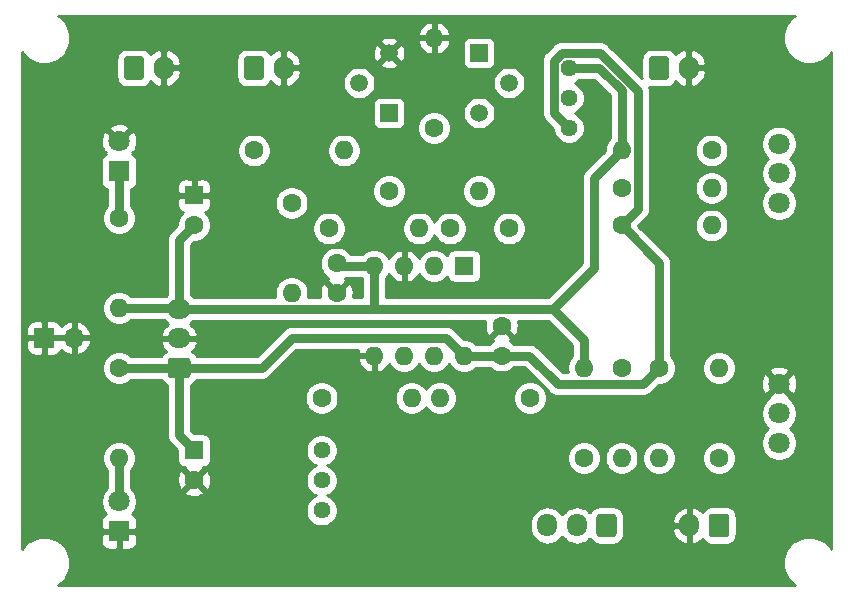
<source format=gbl>
G04 #@! TF.GenerationSoftware,KiCad,Pcbnew,(5.1.6)-1*
G04 #@! TF.CreationDate,2020-10-22T22:28:54+09:00*
G04 #@! TF.ProjectId,Antilog_NPNO_PCB,416e7469-6c6f-4675-9f4e-504e4f5f5043,Ver. 1.1*
G04 #@! TF.SameCoordinates,Original*
G04 #@! TF.FileFunction,Copper,L2,Bot*
G04 #@! TF.FilePolarity,Positive*
%FSLAX46Y46*%
G04 Gerber Fmt 4.6, Leading zero omitted, Abs format (unit mm)*
G04 Created by KiCad (PCBNEW (5.1.6)-1) date 2020-10-22 22:28:54*
%MOMM*%
%LPD*%
G01*
G04 APERTURE LIST*
G04 #@! TA.AperFunction,ComponentPad*
%ADD10O,1.600000X1.600000*%
G04 #@! TD*
G04 #@! TA.AperFunction,ComponentPad*
%ADD11R,1.600000X1.600000*%
G04 #@! TD*
G04 #@! TA.AperFunction,ComponentPad*
%ADD12C,1.440000*%
G04 #@! TD*
G04 #@! TA.AperFunction,ComponentPad*
%ADD13C,1.800000*%
G04 #@! TD*
G04 #@! TA.AperFunction,ComponentPad*
%ADD14C,1.600000*%
G04 #@! TD*
G04 #@! TA.AperFunction,ComponentPad*
%ADD15R,1.500000X1.500000*%
G04 #@! TD*
G04 #@! TA.AperFunction,ComponentPad*
%ADD16C,1.500000*%
G04 #@! TD*
G04 #@! TA.AperFunction,ComponentPad*
%ADD17O,1.700000X2.000000*%
G04 #@! TD*
G04 #@! TA.AperFunction,ComponentPad*
%ADD18O,1.700000X1.950000*%
G04 #@! TD*
G04 #@! TA.AperFunction,ComponentPad*
%ADD19O,1.700000X1.700000*%
G04 #@! TD*
G04 #@! TA.AperFunction,ComponentPad*
%ADD20R,1.700000X1.700000*%
G04 #@! TD*
G04 #@! TA.AperFunction,ComponentPad*
%ADD21O,1.950000X1.700000*%
G04 #@! TD*
G04 #@! TA.AperFunction,ComponentPad*
%ADD22R,1.800000X1.800000*%
G04 #@! TD*
G04 #@! TA.AperFunction,Conductor*
%ADD23C,0.750000*%
G04 #@! TD*
G04 #@! TA.AperFunction,Conductor*
%ADD24C,0.254000*%
G04 #@! TD*
G04 APERTURE END LIST*
D10*
G04 #@! TO.P,U1,8*
G04 #@! TO.N,+12V*
X139700000Y-99314000D03*
G04 #@! TO.P,U1,4*
G04 #@! TO.N,-12V*
X132080000Y-91694000D03*
G04 #@! TO.P,U1,7*
G04 #@! TO.N,Net-(R11-Pad1)*
X137160000Y-99314000D03*
G04 #@! TO.P,U1,3*
G04 #@! TO.N,GND*
X134620000Y-91694000D03*
G04 #@! TO.P,U1,6*
G04 #@! TO.N,Net-(R10-Pad2)*
X134620000Y-99314000D03*
G04 #@! TO.P,U1,2*
G04 #@! TO.N,Net-(C5-Pad2)*
X137160000Y-91694000D03*
G04 #@! TO.P,U1,5*
G04 #@! TO.N,GND*
X132080000Y-99314000D03*
D11*
G04 #@! TO.P,U1,1*
G04 #@! TO.N,Net-(C5-Pad1)*
X139700000Y-91694000D03*
G04 #@! TD*
D12*
G04 #@! TO.P,RV4,3*
G04 #@! TO.N,Net-(R12-Pad2)*
X127635000Y-112395000D03*
G04 #@! TO.P,RV4,2*
G04 #@! TO.N,Net-(R11-Pad1)*
X127635000Y-109855000D03*
G04 #@! TO.P,RV4,1*
X127635000Y-107315000D03*
G04 #@! TD*
G04 #@! TO.P,RV3,3*
G04 #@! TO.N,-12V*
X148590000Y-74930000D03*
G04 #@! TO.P,RV3,2*
G04 #@! TO.N,Net-(R10-Pad1)*
X148590000Y-77470000D03*
G04 #@! TO.P,RV3,1*
G04 #@! TO.N,+12V*
X148590000Y-80010000D03*
G04 #@! TD*
D13*
G04 #@! TO.P,RV2,1*
G04 #@! TO.N,Net-(R5-Pad2)*
X166370000Y-86360000D03*
G04 #@! TO.P,RV2,2*
G04 #@! TO.N,Net-(J5-Pad1)*
X166370000Y-83860000D03*
G04 #@! TO.P,RV2,3*
G04 #@! TO.N,Net-(R6-Pad1)*
X166370000Y-81360000D03*
G04 #@! TD*
G04 #@! TO.P,RV1,1*
G04 #@! TO.N,Net-(J4-Pad1)*
X166370000Y-106680000D03*
G04 #@! TO.P,RV1,2*
G04 #@! TO.N,Net-(R7-Pad2)*
X166370000Y-104180000D03*
G04 #@! TO.P,RV1,3*
G04 #@! TO.N,GND*
X166370000Y-101680000D03*
G04 #@! TD*
D10*
G04 #@! TO.P,R16,2*
G04 #@! TO.N,Net-(Q2-Pad2)*
X129540000Y-81915000D03*
D14*
G04 #@! TO.P,R16,1*
G04 #@! TO.N,Net-(J7-Pad1)*
X121920000Y-81915000D03*
G04 #@! TD*
D10*
G04 #@! TO.P,R15,2*
G04 #@! TO.N,Net-(C5-Pad1)*
X140970000Y-85344000D03*
D14*
G04 #@! TO.P,R15,1*
G04 #@! TO.N,Net-(Q1-Pad1)*
X133350000Y-85344000D03*
G04 #@! TD*
D10*
G04 #@! TO.P,R14,2*
G04 #@! TO.N,Net-(C5-Pad2)*
X135890000Y-88519000D03*
D14*
G04 #@! TO.P,R14,1*
G04 #@! TO.N,Net-(J6-Pad1)*
X128270000Y-88519000D03*
G04 #@! TD*
D10*
G04 #@! TO.P,R13,2*
G04 #@! TO.N,GND*
X137160000Y-72390000D03*
D14*
G04 #@! TO.P,R13,1*
G04 #@! TO.N,Net-(Q1-Pad3)*
X137160000Y-80010000D03*
G04 #@! TD*
D10*
G04 #@! TO.P,R12,2*
G04 #@! TO.N,Net-(R12-Pad2)*
X125095000Y-93980000D03*
D14*
G04 #@! TO.P,R12,1*
G04 #@! TO.N,Net-(Q1-Pad3)*
X125095000Y-86360000D03*
G04 #@! TD*
D10*
G04 #@! TO.P,R11,2*
G04 #@! TO.N,Net-(R10-Pad2)*
X135255000Y-102870000D03*
D14*
G04 #@! TO.P,R11,1*
G04 #@! TO.N,Net-(R11-Pad1)*
X127635000Y-102870000D03*
G04 #@! TD*
D10*
G04 #@! TO.P,R10,2*
G04 #@! TO.N,Net-(R10-Pad2)*
X137668000Y-102870000D03*
D14*
G04 #@! TO.P,R10,1*
G04 #@! TO.N,Net-(R10-Pad1)*
X145288000Y-102870000D03*
G04 #@! TD*
D10*
G04 #@! TO.P,R9,2*
G04 #@! TO.N,Net-(J5-Pad1)*
X160655000Y-85090000D03*
D14*
G04 #@! TO.P,R9,1*
G04 #@! TO.N,Net-(R10-Pad2)*
X153035000Y-85090000D03*
G04 #@! TD*
D10*
G04 #@! TO.P,R8,2*
G04 #@! TO.N,Net-(J3-Pad2)*
X153035000Y-107950000D03*
D14*
G04 #@! TO.P,R8,1*
G04 #@! TO.N,Net-(R10-Pad2)*
X153035000Y-100330000D03*
G04 #@! TD*
D10*
G04 #@! TO.P,R7,2*
G04 #@! TO.N,Net-(R7-Pad2)*
X161290000Y-100330000D03*
D14*
G04 #@! TO.P,R7,1*
G04 #@! TO.N,Net-(R10-Pad2)*
X161290000Y-107950000D03*
G04 #@! TD*
D10*
G04 #@! TO.P,R6,2*
G04 #@! TO.N,-12V*
X153035000Y-81915000D03*
D14*
G04 #@! TO.P,R6,1*
G04 #@! TO.N,Net-(R6-Pad1)*
X160655000Y-81915000D03*
G04 #@! TD*
D10*
G04 #@! TO.P,R5,2*
G04 #@! TO.N,Net-(R5-Pad2)*
X160655000Y-88265000D03*
D14*
G04 #@! TO.P,R5,1*
G04 #@! TO.N,+12V*
X153035000Y-88265000D03*
G04 #@! TD*
D10*
G04 #@! TO.P,R4,2*
G04 #@! TO.N,-12V*
X149860000Y-100330000D03*
D14*
G04 #@! TO.P,R4,1*
G04 #@! TO.N,Net-(J3-Pad3)*
X149860000Y-107950000D03*
G04 #@! TD*
D10*
G04 #@! TO.P,R3,2*
G04 #@! TO.N,Net-(J3-Pad1)*
X156210000Y-107950000D03*
D14*
G04 #@! TO.P,R3,1*
G04 #@! TO.N,+12V*
X156210000Y-100330000D03*
G04 #@! TD*
D10*
G04 #@! TO.P,R2,2*
G04 #@! TO.N,-12V*
X110490000Y-95250000D03*
D14*
G04 #@! TO.P,R2,1*
G04 #@! TO.N,Net-(D2-Pad1)*
X110490000Y-87630000D03*
G04 #@! TD*
D10*
G04 #@! TO.P,R1,2*
G04 #@! TO.N,Net-(D1-Pad2)*
X110490000Y-107950000D03*
D14*
G04 #@! TO.P,R1,1*
G04 #@! TO.N,+12V*
X110490000Y-100330000D03*
G04 #@! TD*
D15*
G04 #@! TO.P,Q2,1*
G04 #@! TO.N,Net-(Q1-Pad1)*
X133350000Y-78740000D03*
D16*
G04 #@! TO.P,Q2,3*
G04 #@! TO.N,GND*
X133350000Y-73660000D03*
G04 #@! TO.P,Q2,2*
G04 #@! TO.N,Net-(Q2-Pad2)*
X130810000Y-76200000D03*
G04 #@! TD*
D15*
G04 #@! TO.P,Q1,1*
G04 #@! TO.N,Net-(Q1-Pad1)*
X140970000Y-73660000D03*
D16*
G04 #@! TO.P,Q1,3*
G04 #@! TO.N,Net-(Q1-Pad3)*
X140970000Y-78740000D03*
G04 #@! TO.P,Q1,2*
G04 #@! TO.N,Net-(C5-Pad2)*
X143510000Y-76200000D03*
G04 #@! TD*
D17*
G04 #@! TO.P,J7,2*
G04 #@! TO.N,GND*
X124420000Y-74930000D03*
G04 #@! TO.P,J7,1*
G04 #@! TO.N,Net-(J7-Pad1)*
G04 #@! TA.AperFunction,ComponentPad*
G36*
G01*
X121070000Y-75680000D02*
X121070000Y-74180000D01*
G75*
G02*
X121320000Y-73930000I250000J0D01*
G01*
X122520000Y-73930000D01*
G75*
G02*
X122770000Y-74180000I0J-250000D01*
G01*
X122770000Y-75680000D01*
G75*
G02*
X122520000Y-75930000I-250000J0D01*
G01*
X121320000Y-75930000D01*
G75*
G02*
X121070000Y-75680000I0J250000D01*
G01*
G37*
G04 #@! TD.AperFunction*
G04 #@! TD*
G04 #@! TO.P,J6,2*
G04 #@! TO.N,GND*
X114260000Y-74930000D03*
G04 #@! TO.P,J6,1*
G04 #@! TO.N,Net-(J6-Pad1)*
G04 #@! TA.AperFunction,ComponentPad*
G36*
G01*
X110910000Y-75680000D02*
X110910000Y-74180000D01*
G75*
G02*
X111160000Y-73930000I250000J0D01*
G01*
X112360000Y-73930000D01*
G75*
G02*
X112610000Y-74180000I0J-250000D01*
G01*
X112610000Y-75680000D01*
G75*
G02*
X112360000Y-75930000I-250000J0D01*
G01*
X111160000Y-75930000D01*
G75*
G02*
X110910000Y-75680000I0J250000D01*
G01*
G37*
G04 #@! TD.AperFunction*
G04 #@! TD*
G04 #@! TO.P,J5,2*
G04 #@! TO.N,GND*
X158710000Y-74930000D03*
G04 #@! TO.P,J5,1*
G04 #@! TO.N,Net-(J5-Pad1)*
G04 #@! TA.AperFunction,ComponentPad*
G36*
G01*
X155360000Y-75680000D02*
X155360000Y-74180000D01*
G75*
G02*
X155610000Y-73930000I250000J0D01*
G01*
X156810000Y-73930000D01*
G75*
G02*
X157060000Y-74180000I0J-250000D01*
G01*
X157060000Y-75680000D01*
G75*
G02*
X156810000Y-75930000I-250000J0D01*
G01*
X155610000Y-75930000D01*
G75*
G02*
X155360000Y-75680000I0J250000D01*
G01*
G37*
G04 #@! TD.AperFunction*
G04 #@! TD*
G04 #@! TO.P,J4,2*
G04 #@! TO.N,GND*
X158790000Y-113665000D03*
G04 #@! TO.P,J4,1*
G04 #@! TO.N,Net-(J4-Pad1)*
G04 #@! TA.AperFunction,ComponentPad*
G36*
G01*
X162140000Y-112915000D02*
X162140000Y-114415000D01*
G75*
G02*
X161890000Y-114665000I-250000J0D01*
G01*
X160690000Y-114665000D01*
G75*
G02*
X160440000Y-114415000I0J250000D01*
G01*
X160440000Y-112915000D01*
G75*
G02*
X160690000Y-112665000I250000J0D01*
G01*
X161890000Y-112665000D01*
G75*
G02*
X162140000Y-112915000I0J-250000D01*
G01*
G37*
G04 #@! TD.AperFunction*
G04 #@! TD*
D18*
G04 #@! TO.P,J3,3*
G04 #@! TO.N,Net-(J3-Pad3)*
X146765000Y-113665000D03*
G04 #@! TO.P,J3,2*
G04 #@! TO.N,Net-(J3-Pad2)*
X149265000Y-113665000D03*
G04 #@! TO.P,J3,1*
G04 #@! TO.N,Net-(J3-Pad1)*
G04 #@! TA.AperFunction,ComponentPad*
G36*
G01*
X152615000Y-112940000D02*
X152615000Y-114390000D01*
G75*
G02*
X152365000Y-114640000I-250000J0D01*
G01*
X151165000Y-114640000D01*
G75*
G02*
X150915000Y-114390000I0J250000D01*
G01*
X150915000Y-112940000D01*
G75*
G02*
X151165000Y-112690000I250000J0D01*
G01*
X152365000Y-112690000D01*
G75*
G02*
X152615000Y-112940000I0J-250000D01*
G01*
G37*
G04 #@! TD.AperFunction*
G04 #@! TD*
D19*
G04 #@! TO.P,J2,2*
G04 #@! TO.N,GND*
X106680000Y-97790000D03*
D20*
G04 #@! TO.P,J2,1*
X104140000Y-97790000D03*
G04 #@! TD*
D21*
G04 #@! TO.P,J1,3*
G04 #@! TO.N,-12V*
X115570000Y-95330000D03*
G04 #@! TO.P,J1,2*
G04 #@! TO.N,GND*
X115570000Y-97830000D03*
G04 #@! TO.P,J1,1*
G04 #@! TO.N,+12V*
G04 #@! TA.AperFunction,ComponentPad*
G36*
G01*
X116295000Y-101180000D02*
X114845000Y-101180000D01*
G75*
G02*
X114595000Y-100930000I0J250000D01*
G01*
X114595000Y-99730000D01*
G75*
G02*
X114845000Y-99480000I250000J0D01*
G01*
X116295000Y-99480000D01*
G75*
G02*
X116545000Y-99730000I0J-250000D01*
G01*
X116545000Y-100930000D01*
G75*
G02*
X116295000Y-101180000I-250000J0D01*
G01*
G37*
G04 #@! TD.AperFunction*
G04 #@! TD*
D13*
G04 #@! TO.P,D2,2*
G04 #@! TO.N,GND*
X110490000Y-81153000D03*
D22*
G04 #@! TO.P,D2,1*
G04 #@! TO.N,Net-(D2-Pad1)*
X110490000Y-83693000D03*
G04 #@! TD*
D13*
G04 #@! TO.P,D1,2*
G04 #@! TO.N,Net-(D1-Pad2)*
X110490000Y-111633000D03*
D22*
G04 #@! TO.P,D1,1*
G04 #@! TO.N,GND*
X110490000Y-114173000D03*
G04 #@! TD*
D14*
G04 #@! TO.P,C5,2*
G04 #@! TO.N,Net-(C5-Pad2)*
X138510000Y-88519000D03*
G04 #@! TO.P,C5,1*
G04 #@! TO.N,Net-(C5-Pad1)*
X143510000Y-88519000D03*
G04 #@! TD*
G04 #@! TO.P,C4,2*
G04 #@! TO.N,-12V*
X128905000Y-91480000D03*
G04 #@! TO.P,C4,1*
G04 #@! TO.N,GND*
X128905000Y-93980000D03*
G04 #@! TD*
G04 #@! TO.P,C3,2*
G04 #@! TO.N,+12V*
X142875000Y-99274000D03*
G04 #@! TO.P,C3,1*
G04 #@! TO.N,GND*
X142875000Y-96774000D03*
G04 #@! TD*
G04 #@! TO.P,C2,2*
G04 #@! TO.N,-12V*
X116840000Y-88225000D03*
D11*
G04 #@! TO.P,C2,1*
G04 #@! TO.N,GND*
X116840000Y-85725000D03*
G04 #@! TD*
D14*
G04 #@! TO.P,C1,2*
G04 #@! TO.N,GND*
X116840000Y-109815000D03*
D11*
G04 #@! TO.P,C1,1*
G04 #@! TO.N,+12V*
X116840000Y-107315000D03*
G04 #@! TD*
D23*
G04 #@! TO.N,+12V*
X110490000Y-100330000D02*
X115570000Y-100330000D01*
X115570000Y-100330000D02*
X122555000Y-100330000D01*
X142835000Y-99314000D02*
X142875000Y-99274000D01*
X139700000Y-99314000D02*
X142835000Y-99314000D01*
X142875000Y-99274000D02*
X145201000Y-99274000D01*
X147632001Y-101705001D02*
X154834999Y-101705001D01*
X154834999Y-101705001D02*
X156210000Y-100330000D01*
X145201000Y-99274000D02*
X147632001Y-101705001D01*
X156210000Y-91440000D02*
X153035000Y-88265000D01*
X156210000Y-100330000D02*
X156210000Y-91440000D01*
X115570000Y-106045000D02*
X116840000Y-107315000D01*
X115570000Y-100330000D02*
X115570000Y-106045000D01*
X147294999Y-78714999D02*
X148590000Y-80010000D01*
X147294999Y-74308399D02*
X147294999Y-78714999D01*
X147968399Y-73634999D02*
X147294999Y-74308399D01*
X151178515Y-73634999D02*
X147968399Y-73634999D01*
X154410001Y-76866485D02*
X151178515Y-73634999D01*
X154410001Y-86889999D02*
X154410001Y-76866485D01*
X153035000Y-88265000D02*
X154410001Y-86889999D01*
X122555000Y-100330000D02*
X125095000Y-97790000D01*
X138176000Y-97790000D02*
X139700000Y-99314000D01*
X125095000Y-97790000D02*
X138176000Y-97790000D01*
G04 #@! TO.N,-12V*
X115490000Y-95250000D02*
X115570000Y-95330000D01*
X110490000Y-95250000D02*
X115490000Y-95250000D01*
X115570000Y-95330000D02*
X115595001Y-95355001D01*
X129119000Y-91694000D02*
X128905000Y-91480000D01*
X132080000Y-91694000D02*
X129119000Y-91694000D01*
X144885001Y-95355001D02*
X147214999Y-95355001D01*
X150709989Y-84240011D02*
X153035000Y-81915000D01*
X150709989Y-91860011D02*
X150709989Y-84240011D01*
X147214999Y-95355001D02*
X150709989Y-91860011D01*
X149860000Y-98000002D02*
X147214999Y-95355001D01*
X149860000Y-100330000D02*
X149860000Y-98000002D01*
X132080000Y-91694000D02*
X132080000Y-95250000D01*
X132080000Y-95250000D02*
X131974999Y-95355001D01*
X115595001Y-95355001D02*
X131974999Y-95355001D01*
X131974999Y-95355001D02*
X144885001Y-95355001D01*
X115570000Y-89495000D02*
X116840000Y-88225000D01*
X115570000Y-95330000D02*
X115570000Y-89495000D01*
X153035000Y-81915000D02*
X153035000Y-76835000D01*
X151130000Y-74930000D02*
X148590000Y-74930000D01*
X153035000Y-76835000D02*
X151130000Y-74930000D01*
G04 #@! TO.N,Net-(D1-Pad2)*
X110490000Y-107950000D02*
X110490000Y-111633000D01*
G04 #@! TO.N,Net-(D2-Pad1)*
X110490000Y-83693000D02*
X110490000Y-87630000D01*
G04 #@! TD*
D24*
G04 #@! TO.N,GND*
G36*
X167485271Y-70653962D02*
G01*
X167173962Y-70965271D01*
X166929369Y-71331331D01*
X166760890Y-71738075D01*
X166675000Y-72169872D01*
X166675000Y-72610128D01*
X166760890Y-73041925D01*
X166929369Y-73448669D01*
X167173962Y-73814729D01*
X167485271Y-74126038D01*
X167851331Y-74370631D01*
X168258075Y-74539110D01*
X168689872Y-74625000D01*
X169130128Y-74625000D01*
X169561925Y-74539110D01*
X169968669Y-74370631D01*
X170334729Y-74126038D01*
X170646038Y-73814729D01*
X170790001Y-73599273D01*
X170790000Y-115630726D01*
X170646038Y-115415271D01*
X170334729Y-115103962D01*
X169968669Y-114859369D01*
X169561925Y-114690890D01*
X169130128Y-114605000D01*
X168689872Y-114605000D01*
X168258075Y-114690890D01*
X167851331Y-114859369D01*
X167485271Y-115103962D01*
X167173962Y-115415271D01*
X166929369Y-115781331D01*
X166760890Y-116188075D01*
X166675000Y-116619872D01*
X166675000Y-117060128D01*
X166760890Y-117491925D01*
X166929369Y-117898669D01*
X167173962Y-118264729D01*
X167485271Y-118576038D01*
X167700726Y-118720000D01*
X105349274Y-118720000D01*
X105564729Y-118576038D01*
X105876038Y-118264729D01*
X106120631Y-117898669D01*
X106289110Y-117491925D01*
X106375000Y-117060128D01*
X106375000Y-116619872D01*
X106289110Y-116188075D01*
X106120631Y-115781331D01*
X105876038Y-115415271D01*
X105564729Y-115103962D01*
X105518392Y-115073000D01*
X108951928Y-115073000D01*
X108964188Y-115197482D01*
X109000498Y-115317180D01*
X109059463Y-115427494D01*
X109138815Y-115524185D01*
X109235506Y-115603537D01*
X109345820Y-115662502D01*
X109465518Y-115698812D01*
X109590000Y-115711072D01*
X110204250Y-115708000D01*
X110363000Y-115549250D01*
X110363000Y-114300000D01*
X110617000Y-114300000D01*
X110617000Y-115549250D01*
X110775750Y-115708000D01*
X111390000Y-115711072D01*
X111514482Y-115698812D01*
X111634180Y-115662502D01*
X111744494Y-115603537D01*
X111841185Y-115524185D01*
X111920537Y-115427494D01*
X111979502Y-115317180D01*
X112015812Y-115197482D01*
X112028072Y-115073000D01*
X112025000Y-114458750D01*
X111866250Y-114300000D01*
X110617000Y-114300000D01*
X110363000Y-114300000D01*
X109113750Y-114300000D01*
X108955000Y-114458750D01*
X108951928Y-115073000D01*
X105518392Y-115073000D01*
X105198669Y-114859369D01*
X104791925Y-114690890D01*
X104360128Y-114605000D01*
X103919872Y-114605000D01*
X103488075Y-114690890D01*
X103081331Y-114859369D01*
X102715271Y-115103962D01*
X102403962Y-115415271D01*
X102260000Y-115630726D01*
X102260000Y-113273000D01*
X108951928Y-113273000D01*
X108955000Y-113887250D01*
X109113750Y-114046000D01*
X110363000Y-114046000D01*
X110363000Y-114026000D01*
X110617000Y-114026000D01*
X110617000Y-114046000D01*
X111866250Y-114046000D01*
X112025000Y-113887250D01*
X112028072Y-113273000D01*
X112015812Y-113148518D01*
X111979502Y-113028820D01*
X111920537Y-112918506D01*
X111841185Y-112821815D01*
X111744494Y-112742463D01*
X111634180Y-112683498D01*
X111615873Y-112677944D01*
X111682312Y-112611505D01*
X111850299Y-112360095D01*
X111966011Y-112080743D01*
X112025000Y-111784184D01*
X112025000Y-111481816D01*
X111966011Y-111185257D01*
X111850299Y-110905905D01*
X111784682Y-110807702D01*
X116026903Y-110807702D01*
X116098486Y-111051671D01*
X116353996Y-111172571D01*
X116628184Y-111241300D01*
X116910512Y-111255217D01*
X117190130Y-111213787D01*
X117456292Y-111118603D01*
X117581514Y-111051671D01*
X117653097Y-110807702D01*
X116840000Y-109994605D01*
X116026903Y-110807702D01*
X111784682Y-110807702D01*
X111682312Y-110654495D01*
X111500000Y-110472183D01*
X111500000Y-109885512D01*
X115399783Y-109885512D01*
X115441213Y-110165130D01*
X115536397Y-110431292D01*
X115603329Y-110556514D01*
X115847298Y-110628097D01*
X116660395Y-109815000D01*
X117019605Y-109815000D01*
X117832702Y-110628097D01*
X118076671Y-110556514D01*
X118197571Y-110301004D01*
X118266300Y-110026816D01*
X118280217Y-109744488D01*
X118238787Y-109464870D01*
X118143603Y-109198708D01*
X118076671Y-109073486D01*
X117832702Y-109001903D01*
X117019605Y-109815000D01*
X116660395Y-109815000D01*
X115847298Y-109001903D01*
X115603329Y-109073486D01*
X115482429Y-109328996D01*
X115413700Y-109603184D01*
X115399783Y-109885512D01*
X111500000Y-109885512D01*
X111500000Y-108969396D01*
X111604637Y-108864759D01*
X111761680Y-108629727D01*
X111869853Y-108368574D01*
X111925000Y-108091335D01*
X111925000Y-107808665D01*
X111869853Y-107531426D01*
X111761680Y-107270273D01*
X111604637Y-107035241D01*
X111404759Y-106835363D01*
X111169727Y-106678320D01*
X110908574Y-106570147D01*
X110631335Y-106515000D01*
X110348665Y-106515000D01*
X110071426Y-106570147D01*
X109810273Y-106678320D01*
X109575241Y-106835363D01*
X109375363Y-107035241D01*
X109218320Y-107270273D01*
X109110147Y-107531426D01*
X109055000Y-107808665D01*
X109055000Y-108091335D01*
X109110147Y-108368574D01*
X109218320Y-108629727D01*
X109375363Y-108864759D01*
X109480000Y-108969396D01*
X109480001Y-110472182D01*
X109297688Y-110654495D01*
X109129701Y-110905905D01*
X109013989Y-111185257D01*
X108955000Y-111481816D01*
X108955000Y-111784184D01*
X109013989Y-112080743D01*
X109129701Y-112360095D01*
X109297688Y-112611505D01*
X109364127Y-112677944D01*
X109345820Y-112683498D01*
X109235506Y-112742463D01*
X109138815Y-112821815D01*
X109059463Y-112918506D01*
X109000498Y-113028820D01*
X108964188Y-113148518D01*
X108951928Y-113273000D01*
X102260000Y-113273000D01*
X102260000Y-98640000D01*
X102651928Y-98640000D01*
X102664188Y-98764482D01*
X102700498Y-98884180D01*
X102759463Y-98994494D01*
X102838815Y-99091185D01*
X102935506Y-99170537D01*
X103045820Y-99229502D01*
X103165518Y-99265812D01*
X103290000Y-99278072D01*
X103854250Y-99275000D01*
X104013000Y-99116250D01*
X104013000Y-97917000D01*
X104267000Y-97917000D01*
X104267000Y-99116250D01*
X104425750Y-99275000D01*
X104990000Y-99278072D01*
X105114482Y-99265812D01*
X105234180Y-99229502D01*
X105344494Y-99170537D01*
X105441185Y-99091185D01*
X105520537Y-98994494D01*
X105579502Y-98884180D01*
X105603966Y-98803534D01*
X105679731Y-98887588D01*
X105913080Y-99061641D01*
X106175901Y-99186825D01*
X106323110Y-99231476D01*
X106553000Y-99110155D01*
X106553000Y-97917000D01*
X106807000Y-97917000D01*
X106807000Y-99110155D01*
X107036890Y-99231476D01*
X107184099Y-99186825D01*
X107446920Y-99061641D01*
X107680269Y-98887588D01*
X107875178Y-98671355D01*
X108024157Y-98421252D01*
X108121481Y-98146891D01*
X108000814Y-97917000D01*
X106807000Y-97917000D01*
X106553000Y-97917000D01*
X104267000Y-97917000D01*
X104013000Y-97917000D01*
X102813750Y-97917000D01*
X102655000Y-98075750D01*
X102651928Y-98640000D01*
X102260000Y-98640000D01*
X102260000Y-96940000D01*
X102651928Y-96940000D01*
X102655000Y-97504250D01*
X102813750Y-97663000D01*
X104013000Y-97663000D01*
X104013000Y-96463750D01*
X104267000Y-96463750D01*
X104267000Y-97663000D01*
X106553000Y-97663000D01*
X106553000Y-96469845D01*
X106807000Y-96469845D01*
X106807000Y-97663000D01*
X108000814Y-97663000D01*
X108121481Y-97433109D01*
X108024157Y-97158748D01*
X107875178Y-96908645D01*
X107680269Y-96692412D01*
X107446920Y-96518359D01*
X107184099Y-96393175D01*
X107036890Y-96348524D01*
X106807000Y-96469845D01*
X106553000Y-96469845D01*
X106323110Y-96348524D01*
X106175901Y-96393175D01*
X105913080Y-96518359D01*
X105679731Y-96692412D01*
X105603966Y-96776466D01*
X105579502Y-96695820D01*
X105520537Y-96585506D01*
X105441185Y-96488815D01*
X105344494Y-96409463D01*
X105234180Y-96350498D01*
X105114482Y-96314188D01*
X104990000Y-96301928D01*
X104425750Y-96305000D01*
X104267000Y-96463750D01*
X104013000Y-96463750D01*
X103854250Y-96305000D01*
X103290000Y-96301928D01*
X103165518Y-96314188D01*
X103045820Y-96350498D01*
X102935506Y-96409463D01*
X102838815Y-96488815D01*
X102759463Y-96585506D01*
X102700498Y-96695820D01*
X102664188Y-96815518D01*
X102651928Y-96940000D01*
X102260000Y-96940000D01*
X102260000Y-95108665D01*
X109055000Y-95108665D01*
X109055000Y-95391335D01*
X109110147Y-95668574D01*
X109218320Y-95929727D01*
X109375363Y-96164759D01*
X109575241Y-96364637D01*
X109810273Y-96521680D01*
X110071426Y-96629853D01*
X110348665Y-96685000D01*
X110631335Y-96685000D01*
X110908574Y-96629853D01*
X111169727Y-96521680D01*
X111404759Y-96364637D01*
X111509396Y-96260000D01*
X114287171Y-96260000D01*
X114389866Y-96385134D01*
X114615986Y-96570706D01*
X114641722Y-96584462D01*
X114435571Y-96740951D01*
X114242504Y-96958807D01*
X114095648Y-97210142D01*
X114003524Y-97473110D01*
X114124845Y-97703000D01*
X115443000Y-97703000D01*
X115443000Y-97683000D01*
X115697000Y-97683000D01*
X115697000Y-97703000D01*
X117015155Y-97703000D01*
X117136476Y-97473110D01*
X117044352Y-97210142D01*
X116897496Y-96958807D01*
X116704429Y-96740951D01*
X116498278Y-96584462D01*
X116524014Y-96570706D01*
X116750134Y-96385134D01*
X116766657Y-96365001D01*
X131925391Y-96365001D01*
X131974999Y-96369887D01*
X132024607Y-96365001D01*
X141498127Y-96365001D01*
X141448700Y-96562184D01*
X141434783Y-96844512D01*
X141476213Y-97124130D01*
X141571397Y-97390292D01*
X141638329Y-97515514D01*
X141882298Y-97587097D01*
X142695395Y-96774000D01*
X142681253Y-96759858D01*
X142860858Y-96580253D01*
X142875000Y-96594395D01*
X142889143Y-96580253D01*
X143068748Y-96759858D01*
X143054605Y-96774000D01*
X143867702Y-97587097D01*
X144111671Y-97515514D01*
X144232571Y-97260004D01*
X144301300Y-96985816D01*
X144315217Y-96703488D01*
X144273787Y-96423870D01*
X144252734Y-96365001D01*
X146796644Y-96365001D01*
X148850001Y-98418358D01*
X148850000Y-99310604D01*
X148745363Y-99415241D01*
X148588320Y-99650273D01*
X148480147Y-99911426D01*
X148425000Y-100188665D01*
X148425000Y-100471335D01*
X148469491Y-100695001D01*
X148050357Y-100695001D01*
X145950261Y-98594906D01*
X145918633Y-98556367D01*
X145764840Y-98430153D01*
X145589380Y-98336368D01*
X145398994Y-98278615D01*
X145250608Y-98264000D01*
X145201000Y-98259114D01*
X145151392Y-98264000D01*
X143894396Y-98264000D01*
X143789759Y-98159363D01*
X143589131Y-98025308D01*
X143616514Y-98010671D01*
X143688097Y-97766702D01*
X142875000Y-96953605D01*
X142061903Y-97766702D01*
X142133486Y-98010671D01*
X142162341Y-98024324D01*
X141960241Y-98159363D01*
X141815604Y-98304000D01*
X140719396Y-98304000D01*
X140614759Y-98199363D01*
X140379727Y-98042320D01*
X140118574Y-97934147D01*
X139841335Y-97879000D01*
X139693356Y-97879000D01*
X138925261Y-97110906D01*
X138893633Y-97072367D01*
X138739840Y-96946153D01*
X138564380Y-96852368D01*
X138373994Y-96794615D01*
X138225608Y-96780000D01*
X138176000Y-96775114D01*
X138126392Y-96780000D01*
X125144604Y-96780000D01*
X125094999Y-96775114D01*
X125045394Y-96780000D01*
X125045392Y-96780000D01*
X124897006Y-96794615D01*
X124706620Y-96852368D01*
X124531160Y-96946153D01*
X124377367Y-97072367D01*
X124345744Y-97110900D01*
X122136645Y-99320000D01*
X117077976Y-99320000D01*
X117033405Y-99236614D01*
X116922962Y-99102038D01*
X116788386Y-98991595D01*
X116683039Y-98935286D01*
X116704429Y-98919049D01*
X116897496Y-98701193D01*
X117044352Y-98449858D01*
X117136476Y-98186890D01*
X117015155Y-97957000D01*
X115697000Y-97957000D01*
X115697000Y-97977000D01*
X115443000Y-97977000D01*
X115443000Y-97957000D01*
X114124845Y-97957000D01*
X114003524Y-98186890D01*
X114095648Y-98449858D01*
X114242504Y-98701193D01*
X114435571Y-98919049D01*
X114456961Y-98935286D01*
X114351614Y-98991595D01*
X114217038Y-99102038D01*
X114106595Y-99236614D01*
X114062024Y-99320000D01*
X111509396Y-99320000D01*
X111404759Y-99215363D01*
X111169727Y-99058320D01*
X110908574Y-98950147D01*
X110631335Y-98895000D01*
X110348665Y-98895000D01*
X110071426Y-98950147D01*
X109810273Y-99058320D01*
X109575241Y-99215363D01*
X109375363Y-99415241D01*
X109218320Y-99650273D01*
X109110147Y-99911426D01*
X109055000Y-100188665D01*
X109055000Y-100471335D01*
X109110147Y-100748574D01*
X109218320Y-101009727D01*
X109375363Y-101244759D01*
X109575241Y-101444637D01*
X109810273Y-101601680D01*
X110071426Y-101709853D01*
X110348665Y-101765000D01*
X110631335Y-101765000D01*
X110908574Y-101709853D01*
X111169727Y-101601680D01*
X111404759Y-101444637D01*
X111509396Y-101340000D01*
X114062024Y-101340000D01*
X114106595Y-101423386D01*
X114217038Y-101557962D01*
X114351614Y-101668405D01*
X114505150Y-101750472D01*
X114560000Y-101767111D01*
X114560001Y-105995382D01*
X114555114Y-106045000D01*
X114574615Y-106242994D01*
X114632368Y-106433379D01*
X114726154Y-106608840D01*
X114778946Y-106673167D01*
X114852368Y-106762633D01*
X114890901Y-106794256D01*
X115401928Y-107305283D01*
X115401928Y-108115000D01*
X115414188Y-108239482D01*
X115450498Y-108359180D01*
X115509463Y-108469494D01*
X115588815Y-108566185D01*
X115685506Y-108645537D01*
X115795820Y-108704502D01*
X115915518Y-108740812D01*
X116040000Y-108753072D01*
X116047215Y-108753072D01*
X116026903Y-108822298D01*
X116840000Y-109635395D01*
X117653097Y-108822298D01*
X117632785Y-108753072D01*
X117640000Y-108753072D01*
X117764482Y-108740812D01*
X117884180Y-108704502D01*
X117994494Y-108645537D01*
X118091185Y-108566185D01*
X118170537Y-108469494D01*
X118229502Y-108359180D01*
X118265812Y-108239482D01*
X118278072Y-108115000D01*
X118278072Y-107181544D01*
X126280000Y-107181544D01*
X126280000Y-107448456D01*
X126332072Y-107710239D01*
X126434215Y-107956833D01*
X126582503Y-108178762D01*
X126771238Y-108367497D01*
X126993167Y-108515785D01*
X127160266Y-108585000D01*
X126993167Y-108654215D01*
X126771238Y-108802503D01*
X126582503Y-108991238D01*
X126434215Y-109213167D01*
X126332072Y-109459761D01*
X126280000Y-109721544D01*
X126280000Y-109988456D01*
X126332072Y-110250239D01*
X126434215Y-110496833D01*
X126582503Y-110718762D01*
X126771238Y-110907497D01*
X126993167Y-111055785D01*
X127160266Y-111125000D01*
X126993167Y-111194215D01*
X126771238Y-111342503D01*
X126582503Y-111531238D01*
X126434215Y-111753167D01*
X126332072Y-111999761D01*
X126280000Y-112261544D01*
X126280000Y-112528456D01*
X126332072Y-112790239D01*
X126434215Y-113036833D01*
X126582503Y-113258762D01*
X126771238Y-113447497D01*
X126993167Y-113595785D01*
X127239761Y-113697928D01*
X127501544Y-113750000D01*
X127768456Y-113750000D01*
X128030239Y-113697928D01*
X128276833Y-113595785D01*
X128469498Y-113467050D01*
X145280000Y-113467050D01*
X145280000Y-113862949D01*
X145301487Y-114081110D01*
X145386401Y-114361033D01*
X145524294Y-114619013D01*
X145709866Y-114845134D01*
X145935986Y-115030706D01*
X146193966Y-115168599D01*
X146473889Y-115253513D01*
X146765000Y-115282185D01*
X147056110Y-115253513D01*
X147336033Y-115168599D01*
X147594013Y-115030706D01*
X147820134Y-114845134D01*
X148005706Y-114619014D01*
X148015000Y-114601626D01*
X148024294Y-114619013D01*
X148209866Y-114845134D01*
X148435986Y-115030706D01*
X148693966Y-115168599D01*
X148973889Y-115253513D01*
X149265000Y-115282185D01*
X149556110Y-115253513D01*
X149836033Y-115168599D01*
X150094013Y-115030706D01*
X150320134Y-114845134D01*
X150372223Y-114781663D01*
X150426595Y-114883386D01*
X150537038Y-115017962D01*
X150671614Y-115128405D01*
X150825150Y-115210472D01*
X150991746Y-115261008D01*
X151165000Y-115278072D01*
X152365000Y-115278072D01*
X152538254Y-115261008D01*
X152704850Y-115210472D01*
X152858386Y-115128405D01*
X152992962Y-115017962D01*
X153103405Y-114883386D01*
X153185472Y-114729850D01*
X153236008Y-114563254D01*
X153253072Y-114390000D01*
X153253072Y-114024742D01*
X157318715Y-114024742D01*
X157387904Y-114307745D01*
X157510975Y-114571812D01*
X157683198Y-114806795D01*
X157897954Y-115003664D01*
X158146991Y-115154854D01*
X158420739Y-115254554D01*
X158433110Y-115256476D01*
X158663000Y-115135155D01*
X158663000Y-113792000D01*
X157462768Y-113792000D01*
X157318715Y-114024742D01*
X153253072Y-114024742D01*
X153253072Y-113305258D01*
X157318715Y-113305258D01*
X157462768Y-113538000D01*
X158663000Y-113538000D01*
X158663000Y-112194845D01*
X158917000Y-112194845D01*
X158917000Y-113538000D01*
X158937000Y-113538000D01*
X158937000Y-113792000D01*
X158917000Y-113792000D01*
X158917000Y-115135155D01*
X159146890Y-115256476D01*
X159159261Y-115254554D01*
X159433009Y-115154854D01*
X159682046Y-115003664D01*
X159896802Y-114806795D01*
X159897086Y-114806407D01*
X159951595Y-114908386D01*
X160062038Y-115042962D01*
X160196614Y-115153405D01*
X160350150Y-115235472D01*
X160516746Y-115286008D01*
X160690000Y-115303072D01*
X161890000Y-115303072D01*
X162063254Y-115286008D01*
X162229850Y-115235472D01*
X162383386Y-115153405D01*
X162517962Y-115042962D01*
X162628405Y-114908386D01*
X162710472Y-114754850D01*
X162761008Y-114588254D01*
X162778072Y-114415000D01*
X162778072Y-112915000D01*
X162761008Y-112741746D01*
X162710472Y-112575150D01*
X162628405Y-112421614D01*
X162517962Y-112287038D01*
X162383386Y-112176595D01*
X162229850Y-112094528D01*
X162063254Y-112043992D01*
X161890000Y-112026928D01*
X160690000Y-112026928D01*
X160516746Y-112043992D01*
X160350150Y-112094528D01*
X160196614Y-112176595D01*
X160062038Y-112287038D01*
X159951595Y-112421614D01*
X159897086Y-112523593D01*
X159896802Y-112523205D01*
X159682046Y-112326336D01*
X159433009Y-112175146D01*
X159159261Y-112075446D01*
X159146890Y-112073524D01*
X158917000Y-112194845D01*
X158663000Y-112194845D01*
X158433110Y-112073524D01*
X158420739Y-112075446D01*
X158146991Y-112175146D01*
X157897954Y-112326336D01*
X157683198Y-112523205D01*
X157510975Y-112758188D01*
X157387904Y-113022255D01*
X157318715Y-113305258D01*
X153253072Y-113305258D01*
X153253072Y-112940000D01*
X153236008Y-112766746D01*
X153185472Y-112600150D01*
X153103405Y-112446614D01*
X152992962Y-112312038D01*
X152858386Y-112201595D01*
X152704850Y-112119528D01*
X152538254Y-112068992D01*
X152365000Y-112051928D01*
X151165000Y-112051928D01*
X150991746Y-112068992D01*
X150825150Y-112119528D01*
X150671614Y-112201595D01*
X150537038Y-112312038D01*
X150426595Y-112446614D01*
X150372223Y-112548337D01*
X150320134Y-112484866D01*
X150094014Y-112299294D01*
X149836034Y-112161401D01*
X149556111Y-112076487D01*
X149265000Y-112047815D01*
X148973890Y-112076487D01*
X148693967Y-112161401D01*
X148435987Y-112299294D01*
X148209866Y-112484866D01*
X148024294Y-112710986D01*
X148015000Y-112728374D01*
X148005706Y-112710986D01*
X147820134Y-112484866D01*
X147594014Y-112299294D01*
X147336034Y-112161401D01*
X147056111Y-112076487D01*
X146765000Y-112047815D01*
X146473890Y-112076487D01*
X146193967Y-112161401D01*
X145935987Y-112299294D01*
X145709866Y-112484866D01*
X145524294Y-112710986D01*
X145386401Y-112968966D01*
X145301487Y-113248889D01*
X145280000Y-113467050D01*
X128469498Y-113467050D01*
X128498762Y-113447497D01*
X128687497Y-113258762D01*
X128835785Y-113036833D01*
X128937928Y-112790239D01*
X128990000Y-112528456D01*
X128990000Y-112261544D01*
X128937928Y-111999761D01*
X128835785Y-111753167D01*
X128687497Y-111531238D01*
X128498762Y-111342503D01*
X128276833Y-111194215D01*
X128109734Y-111125000D01*
X128276833Y-111055785D01*
X128498762Y-110907497D01*
X128687497Y-110718762D01*
X128835785Y-110496833D01*
X128937928Y-110250239D01*
X128990000Y-109988456D01*
X128990000Y-109721544D01*
X128937928Y-109459761D01*
X128835785Y-109213167D01*
X128687497Y-108991238D01*
X128498762Y-108802503D01*
X128276833Y-108654215D01*
X128109734Y-108585000D01*
X128276833Y-108515785D01*
X128498762Y-108367497D01*
X128687497Y-108178762D01*
X128835785Y-107956833D01*
X128897158Y-107808665D01*
X148425000Y-107808665D01*
X148425000Y-108091335D01*
X148480147Y-108368574D01*
X148588320Y-108629727D01*
X148745363Y-108864759D01*
X148945241Y-109064637D01*
X149180273Y-109221680D01*
X149441426Y-109329853D01*
X149718665Y-109385000D01*
X150001335Y-109385000D01*
X150278574Y-109329853D01*
X150539727Y-109221680D01*
X150774759Y-109064637D01*
X150974637Y-108864759D01*
X151131680Y-108629727D01*
X151239853Y-108368574D01*
X151295000Y-108091335D01*
X151295000Y-107808665D01*
X151600000Y-107808665D01*
X151600000Y-108091335D01*
X151655147Y-108368574D01*
X151763320Y-108629727D01*
X151920363Y-108864759D01*
X152120241Y-109064637D01*
X152355273Y-109221680D01*
X152616426Y-109329853D01*
X152893665Y-109385000D01*
X153176335Y-109385000D01*
X153453574Y-109329853D01*
X153714727Y-109221680D01*
X153949759Y-109064637D01*
X154149637Y-108864759D01*
X154306680Y-108629727D01*
X154414853Y-108368574D01*
X154470000Y-108091335D01*
X154470000Y-107808665D01*
X154775000Y-107808665D01*
X154775000Y-108091335D01*
X154830147Y-108368574D01*
X154938320Y-108629727D01*
X155095363Y-108864759D01*
X155295241Y-109064637D01*
X155530273Y-109221680D01*
X155791426Y-109329853D01*
X156068665Y-109385000D01*
X156351335Y-109385000D01*
X156628574Y-109329853D01*
X156889727Y-109221680D01*
X157124759Y-109064637D01*
X157324637Y-108864759D01*
X157481680Y-108629727D01*
X157589853Y-108368574D01*
X157645000Y-108091335D01*
X157645000Y-107808665D01*
X159855000Y-107808665D01*
X159855000Y-108091335D01*
X159910147Y-108368574D01*
X160018320Y-108629727D01*
X160175363Y-108864759D01*
X160375241Y-109064637D01*
X160610273Y-109221680D01*
X160871426Y-109329853D01*
X161148665Y-109385000D01*
X161431335Y-109385000D01*
X161708574Y-109329853D01*
X161969727Y-109221680D01*
X162204759Y-109064637D01*
X162404637Y-108864759D01*
X162561680Y-108629727D01*
X162669853Y-108368574D01*
X162725000Y-108091335D01*
X162725000Y-107808665D01*
X162669853Y-107531426D01*
X162561680Y-107270273D01*
X162404637Y-107035241D01*
X162204759Y-106835363D01*
X161969727Y-106678320D01*
X161708574Y-106570147D01*
X161431335Y-106515000D01*
X161148665Y-106515000D01*
X160871426Y-106570147D01*
X160610273Y-106678320D01*
X160375241Y-106835363D01*
X160175363Y-107035241D01*
X160018320Y-107270273D01*
X159910147Y-107531426D01*
X159855000Y-107808665D01*
X157645000Y-107808665D01*
X157589853Y-107531426D01*
X157481680Y-107270273D01*
X157324637Y-107035241D01*
X157124759Y-106835363D01*
X156889727Y-106678320D01*
X156628574Y-106570147D01*
X156351335Y-106515000D01*
X156068665Y-106515000D01*
X155791426Y-106570147D01*
X155530273Y-106678320D01*
X155295241Y-106835363D01*
X155095363Y-107035241D01*
X154938320Y-107270273D01*
X154830147Y-107531426D01*
X154775000Y-107808665D01*
X154470000Y-107808665D01*
X154414853Y-107531426D01*
X154306680Y-107270273D01*
X154149637Y-107035241D01*
X153949759Y-106835363D01*
X153714727Y-106678320D01*
X153453574Y-106570147D01*
X153176335Y-106515000D01*
X152893665Y-106515000D01*
X152616426Y-106570147D01*
X152355273Y-106678320D01*
X152120241Y-106835363D01*
X151920363Y-107035241D01*
X151763320Y-107270273D01*
X151655147Y-107531426D01*
X151600000Y-107808665D01*
X151295000Y-107808665D01*
X151239853Y-107531426D01*
X151131680Y-107270273D01*
X150974637Y-107035241D01*
X150774759Y-106835363D01*
X150539727Y-106678320D01*
X150278574Y-106570147D01*
X150001335Y-106515000D01*
X149718665Y-106515000D01*
X149441426Y-106570147D01*
X149180273Y-106678320D01*
X148945241Y-106835363D01*
X148745363Y-107035241D01*
X148588320Y-107270273D01*
X148480147Y-107531426D01*
X148425000Y-107808665D01*
X128897158Y-107808665D01*
X128937928Y-107710239D01*
X128990000Y-107448456D01*
X128990000Y-107181544D01*
X128937928Y-106919761D01*
X128835785Y-106673167D01*
X128687497Y-106451238D01*
X128498762Y-106262503D01*
X128276833Y-106114215D01*
X128030239Y-106012072D01*
X127768456Y-105960000D01*
X127501544Y-105960000D01*
X127239761Y-106012072D01*
X126993167Y-106114215D01*
X126771238Y-106262503D01*
X126582503Y-106451238D01*
X126434215Y-106673167D01*
X126332072Y-106919761D01*
X126280000Y-107181544D01*
X118278072Y-107181544D01*
X118278072Y-106515000D01*
X118265812Y-106390518D01*
X118229502Y-106270820D01*
X118170537Y-106160506D01*
X118091185Y-106063815D01*
X117994494Y-105984463D01*
X117884180Y-105925498D01*
X117764482Y-105889188D01*
X117640000Y-105876928D01*
X116830283Y-105876928D01*
X116580000Y-105626645D01*
X116580000Y-102728665D01*
X126200000Y-102728665D01*
X126200000Y-103011335D01*
X126255147Y-103288574D01*
X126363320Y-103549727D01*
X126520363Y-103784759D01*
X126720241Y-103984637D01*
X126955273Y-104141680D01*
X127216426Y-104249853D01*
X127493665Y-104305000D01*
X127776335Y-104305000D01*
X128053574Y-104249853D01*
X128314727Y-104141680D01*
X128549759Y-103984637D01*
X128749637Y-103784759D01*
X128906680Y-103549727D01*
X129014853Y-103288574D01*
X129070000Y-103011335D01*
X129070000Y-102728665D01*
X133820000Y-102728665D01*
X133820000Y-103011335D01*
X133875147Y-103288574D01*
X133983320Y-103549727D01*
X134140363Y-103784759D01*
X134340241Y-103984637D01*
X134575273Y-104141680D01*
X134836426Y-104249853D01*
X135113665Y-104305000D01*
X135396335Y-104305000D01*
X135673574Y-104249853D01*
X135934727Y-104141680D01*
X136169759Y-103984637D01*
X136369637Y-103784759D01*
X136461500Y-103647276D01*
X136553363Y-103784759D01*
X136753241Y-103984637D01*
X136988273Y-104141680D01*
X137249426Y-104249853D01*
X137526665Y-104305000D01*
X137809335Y-104305000D01*
X138086574Y-104249853D01*
X138347727Y-104141680D01*
X138582759Y-103984637D01*
X138782637Y-103784759D01*
X138939680Y-103549727D01*
X139047853Y-103288574D01*
X139103000Y-103011335D01*
X139103000Y-102728665D01*
X143853000Y-102728665D01*
X143853000Y-103011335D01*
X143908147Y-103288574D01*
X144016320Y-103549727D01*
X144173363Y-103784759D01*
X144373241Y-103984637D01*
X144608273Y-104141680D01*
X144869426Y-104249853D01*
X145146665Y-104305000D01*
X145429335Y-104305000D01*
X145706574Y-104249853D01*
X145967727Y-104141680D01*
X146136640Y-104028816D01*
X164835000Y-104028816D01*
X164835000Y-104331184D01*
X164893989Y-104627743D01*
X165009701Y-104907095D01*
X165177688Y-105158505D01*
X165391495Y-105372312D01*
X165477831Y-105430000D01*
X165391495Y-105487688D01*
X165177688Y-105701495D01*
X165009701Y-105952905D01*
X164893989Y-106232257D01*
X164835000Y-106528816D01*
X164835000Y-106831184D01*
X164893989Y-107127743D01*
X165009701Y-107407095D01*
X165177688Y-107658505D01*
X165391495Y-107872312D01*
X165642905Y-108040299D01*
X165922257Y-108156011D01*
X166218816Y-108215000D01*
X166521184Y-108215000D01*
X166817743Y-108156011D01*
X167097095Y-108040299D01*
X167348505Y-107872312D01*
X167562312Y-107658505D01*
X167730299Y-107407095D01*
X167846011Y-107127743D01*
X167905000Y-106831184D01*
X167905000Y-106528816D01*
X167846011Y-106232257D01*
X167730299Y-105952905D01*
X167562312Y-105701495D01*
X167348505Y-105487688D01*
X167262169Y-105430000D01*
X167348505Y-105372312D01*
X167562312Y-105158505D01*
X167730299Y-104907095D01*
X167846011Y-104627743D01*
X167905000Y-104331184D01*
X167905000Y-104028816D01*
X167846011Y-103732257D01*
X167730299Y-103452905D01*
X167562312Y-103201495D01*
X167348505Y-102987688D01*
X167205690Y-102892262D01*
X167254475Y-102744080D01*
X166370000Y-101859605D01*
X165485525Y-102744080D01*
X165534310Y-102892262D01*
X165391495Y-102987688D01*
X165177688Y-103201495D01*
X165009701Y-103452905D01*
X164893989Y-103732257D01*
X164835000Y-104028816D01*
X146136640Y-104028816D01*
X146202759Y-103984637D01*
X146402637Y-103784759D01*
X146559680Y-103549727D01*
X146667853Y-103288574D01*
X146723000Y-103011335D01*
X146723000Y-102728665D01*
X146667853Y-102451426D01*
X146559680Y-102190273D01*
X146402637Y-101955241D01*
X146202759Y-101755363D01*
X145967727Y-101598320D01*
X145706574Y-101490147D01*
X145429335Y-101435000D01*
X145146665Y-101435000D01*
X144869426Y-101490147D01*
X144608273Y-101598320D01*
X144373241Y-101755363D01*
X144173363Y-101955241D01*
X144016320Y-102190273D01*
X143908147Y-102451426D01*
X143853000Y-102728665D01*
X139103000Y-102728665D01*
X139047853Y-102451426D01*
X138939680Y-102190273D01*
X138782637Y-101955241D01*
X138582759Y-101755363D01*
X138347727Y-101598320D01*
X138086574Y-101490147D01*
X137809335Y-101435000D01*
X137526665Y-101435000D01*
X137249426Y-101490147D01*
X136988273Y-101598320D01*
X136753241Y-101755363D01*
X136553363Y-101955241D01*
X136461500Y-102092724D01*
X136369637Y-101955241D01*
X136169759Y-101755363D01*
X135934727Y-101598320D01*
X135673574Y-101490147D01*
X135396335Y-101435000D01*
X135113665Y-101435000D01*
X134836426Y-101490147D01*
X134575273Y-101598320D01*
X134340241Y-101755363D01*
X134140363Y-101955241D01*
X133983320Y-102190273D01*
X133875147Y-102451426D01*
X133820000Y-102728665D01*
X129070000Y-102728665D01*
X129014853Y-102451426D01*
X128906680Y-102190273D01*
X128749637Y-101955241D01*
X128549759Y-101755363D01*
X128314727Y-101598320D01*
X128053574Y-101490147D01*
X127776335Y-101435000D01*
X127493665Y-101435000D01*
X127216426Y-101490147D01*
X126955273Y-101598320D01*
X126720241Y-101755363D01*
X126520363Y-101955241D01*
X126363320Y-102190273D01*
X126255147Y-102451426D01*
X126200000Y-102728665D01*
X116580000Y-102728665D01*
X116580000Y-101767110D01*
X116634850Y-101750472D01*
X116788386Y-101668405D01*
X116922962Y-101557962D01*
X117033405Y-101423386D01*
X117077976Y-101340000D01*
X122505392Y-101340000D01*
X122555000Y-101344886D01*
X122752994Y-101325385D01*
X122790219Y-101314093D01*
X122943380Y-101267632D01*
X123118840Y-101173847D01*
X123272633Y-101047633D01*
X123304261Y-101009094D01*
X124650315Y-99663040D01*
X130688091Y-99663040D01*
X130782930Y-99927881D01*
X130927615Y-100169131D01*
X131116586Y-100377519D01*
X131342580Y-100545037D01*
X131596913Y-100665246D01*
X131730961Y-100705904D01*
X131953000Y-100583915D01*
X131953000Y-99441000D01*
X130809376Y-99441000D01*
X130688091Y-99663040D01*
X124650315Y-99663040D01*
X125513356Y-98800000D01*
X130747163Y-98800000D01*
X130688091Y-98964960D01*
X130809376Y-99187000D01*
X131953000Y-99187000D01*
X131953000Y-99167000D01*
X132207000Y-99167000D01*
X132207000Y-99187000D01*
X132227000Y-99187000D01*
X132227000Y-99441000D01*
X132207000Y-99441000D01*
X132207000Y-100583915D01*
X132429039Y-100705904D01*
X132563087Y-100665246D01*
X132817420Y-100545037D01*
X133043414Y-100377519D01*
X133232385Y-100169131D01*
X133343933Y-99983135D01*
X133348320Y-99993727D01*
X133505363Y-100228759D01*
X133705241Y-100428637D01*
X133940273Y-100585680D01*
X134201426Y-100693853D01*
X134478665Y-100749000D01*
X134761335Y-100749000D01*
X135038574Y-100693853D01*
X135299727Y-100585680D01*
X135534759Y-100428637D01*
X135734637Y-100228759D01*
X135890000Y-99996241D01*
X136045363Y-100228759D01*
X136245241Y-100428637D01*
X136480273Y-100585680D01*
X136741426Y-100693853D01*
X137018665Y-100749000D01*
X137301335Y-100749000D01*
X137578574Y-100693853D01*
X137839727Y-100585680D01*
X138074759Y-100428637D01*
X138274637Y-100228759D01*
X138430000Y-99996241D01*
X138585363Y-100228759D01*
X138785241Y-100428637D01*
X139020273Y-100585680D01*
X139281426Y-100693853D01*
X139558665Y-100749000D01*
X139841335Y-100749000D01*
X140118574Y-100693853D01*
X140379727Y-100585680D01*
X140614759Y-100428637D01*
X140719396Y-100324000D01*
X141895604Y-100324000D01*
X141960241Y-100388637D01*
X142195273Y-100545680D01*
X142456426Y-100653853D01*
X142733665Y-100709000D01*
X143016335Y-100709000D01*
X143293574Y-100653853D01*
X143554727Y-100545680D01*
X143789759Y-100388637D01*
X143894396Y-100284000D01*
X144782645Y-100284000D01*
X146882745Y-102384101D01*
X146914368Y-102422634D01*
X147068161Y-102548848D01*
X147243621Y-102642633D01*
X147434006Y-102700386D01*
X147632001Y-102719887D01*
X147681609Y-102715001D01*
X154785391Y-102715001D01*
X154834999Y-102719887D01*
X155032993Y-102700386D01*
X155223379Y-102642633D01*
X155398839Y-102548848D01*
X155552632Y-102422634D01*
X155584260Y-102384095D01*
X156203355Y-101765000D01*
X156351335Y-101765000D01*
X156628574Y-101709853D01*
X156889727Y-101601680D01*
X157124759Y-101444637D01*
X157324637Y-101244759D01*
X157481680Y-101009727D01*
X157589853Y-100748574D01*
X157645000Y-100471335D01*
X157645000Y-100188665D01*
X159855000Y-100188665D01*
X159855000Y-100471335D01*
X159910147Y-100748574D01*
X160018320Y-101009727D01*
X160175363Y-101244759D01*
X160375241Y-101444637D01*
X160610273Y-101601680D01*
X160871426Y-101709853D01*
X161148665Y-101765000D01*
X161431335Y-101765000D01*
X161524073Y-101746553D01*
X164829009Y-101746553D01*
X164871603Y-102045907D01*
X164971778Y-102331199D01*
X165051739Y-102480792D01*
X165305920Y-102564475D01*
X166190395Y-101680000D01*
X166549605Y-101680000D01*
X167434080Y-102564475D01*
X167688261Y-102480792D01*
X167819158Y-102208225D01*
X167894365Y-101915358D01*
X167910991Y-101613447D01*
X167868397Y-101314093D01*
X167768222Y-101028801D01*
X167688261Y-100879208D01*
X167434080Y-100795525D01*
X166549605Y-101680000D01*
X166190395Y-101680000D01*
X165305920Y-100795525D01*
X165051739Y-100879208D01*
X164920842Y-101151775D01*
X164845635Y-101444642D01*
X164829009Y-101746553D01*
X161524073Y-101746553D01*
X161708574Y-101709853D01*
X161969727Y-101601680D01*
X162204759Y-101444637D01*
X162404637Y-101244759D01*
X162561680Y-101009727D01*
X162669853Y-100748574D01*
X162696239Y-100615920D01*
X165485525Y-100615920D01*
X166370000Y-101500395D01*
X167254475Y-100615920D01*
X167170792Y-100361739D01*
X166898225Y-100230842D01*
X166605358Y-100155635D01*
X166303447Y-100139009D01*
X166004093Y-100181603D01*
X165718801Y-100281778D01*
X165569208Y-100361739D01*
X165485525Y-100615920D01*
X162696239Y-100615920D01*
X162725000Y-100471335D01*
X162725000Y-100188665D01*
X162669853Y-99911426D01*
X162561680Y-99650273D01*
X162404637Y-99415241D01*
X162204759Y-99215363D01*
X161969727Y-99058320D01*
X161708574Y-98950147D01*
X161431335Y-98895000D01*
X161148665Y-98895000D01*
X160871426Y-98950147D01*
X160610273Y-99058320D01*
X160375241Y-99215363D01*
X160175363Y-99415241D01*
X160018320Y-99650273D01*
X159910147Y-99911426D01*
X159855000Y-100188665D01*
X157645000Y-100188665D01*
X157589853Y-99911426D01*
X157481680Y-99650273D01*
X157324637Y-99415241D01*
X157220000Y-99310604D01*
X157220000Y-91489604D01*
X157224886Y-91439999D01*
X157214905Y-91338665D01*
X157205385Y-91242006D01*
X157147632Y-91051620D01*
X157053847Y-90876160D01*
X156927633Y-90722367D01*
X156889094Y-90690739D01*
X154470000Y-88271645D01*
X154470000Y-88258355D01*
X154604690Y-88123665D01*
X159220000Y-88123665D01*
X159220000Y-88406335D01*
X159275147Y-88683574D01*
X159383320Y-88944727D01*
X159540363Y-89179759D01*
X159740241Y-89379637D01*
X159975273Y-89536680D01*
X160236426Y-89644853D01*
X160513665Y-89700000D01*
X160796335Y-89700000D01*
X161073574Y-89644853D01*
X161334727Y-89536680D01*
X161569759Y-89379637D01*
X161769637Y-89179759D01*
X161926680Y-88944727D01*
X162034853Y-88683574D01*
X162090000Y-88406335D01*
X162090000Y-88123665D01*
X162034853Y-87846426D01*
X161926680Y-87585273D01*
X161769637Y-87350241D01*
X161569759Y-87150363D01*
X161334727Y-86993320D01*
X161073574Y-86885147D01*
X160796335Y-86830000D01*
X160513665Y-86830000D01*
X160236426Y-86885147D01*
X159975273Y-86993320D01*
X159740241Y-87150363D01*
X159540363Y-87350241D01*
X159383320Y-87585273D01*
X159275147Y-87846426D01*
X159220000Y-88123665D01*
X154604690Y-88123665D01*
X155089095Y-87639260D01*
X155127634Y-87607632D01*
X155253848Y-87453839D01*
X155347633Y-87278379D01*
X155405386Y-87087993D01*
X155420001Y-86939607D01*
X155420001Y-86939605D01*
X155424887Y-86890000D01*
X155420001Y-86840395D01*
X155420001Y-84948665D01*
X159220000Y-84948665D01*
X159220000Y-85231335D01*
X159275147Y-85508574D01*
X159383320Y-85769727D01*
X159540363Y-86004759D01*
X159740241Y-86204637D01*
X159975273Y-86361680D01*
X160236426Y-86469853D01*
X160513665Y-86525000D01*
X160796335Y-86525000D01*
X161073574Y-86469853D01*
X161334727Y-86361680D01*
X161569759Y-86204637D01*
X161769637Y-86004759D01*
X161926680Y-85769727D01*
X162034853Y-85508574D01*
X162090000Y-85231335D01*
X162090000Y-84948665D01*
X162034853Y-84671426D01*
X161926680Y-84410273D01*
X161769637Y-84175241D01*
X161569759Y-83975363D01*
X161334727Y-83818320D01*
X161073574Y-83710147D01*
X160796335Y-83655000D01*
X160513665Y-83655000D01*
X160236426Y-83710147D01*
X159975273Y-83818320D01*
X159740241Y-83975363D01*
X159540363Y-84175241D01*
X159383320Y-84410273D01*
X159275147Y-84671426D01*
X159220000Y-84948665D01*
X155420001Y-84948665D01*
X155420001Y-81773665D01*
X159220000Y-81773665D01*
X159220000Y-82056335D01*
X159275147Y-82333574D01*
X159383320Y-82594727D01*
X159540363Y-82829759D01*
X159740241Y-83029637D01*
X159975273Y-83186680D01*
X160236426Y-83294853D01*
X160513665Y-83350000D01*
X160796335Y-83350000D01*
X161073574Y-83294853D01*
X161334727Y-83186680D01*
X161569759Y-83029637D01*
X161769637Y-82829759D01*
X161926680Y-82594727D01*
X162034853Y-82333574D01*
X162090000Y-82056335D01*
X162090000Y-81773665D01*
X162034853Y-81496426D01*
X161926680Y-81235273D01*
X161909003Y-81208816D01*
X164835000Y-81208816D01*
X164835000Y-81511184D01*
X164893989Y-81807743D01*
X165009701Y-82087095D01*
X165177688Y-82338505D01*
X165391495Y-82552312D01*
X165477831Y-82610000D01*
X165391495Y-82667688D01*
X165177688Y-82881495D01*
X165009701Y-83132905D01*
X164893989Y-83412257D01*
X164835000Y-83708816D01*
X164835000Y-84011184D01*
X164893989Y-84307743D01*
X165009701Y-84587095D01*
X165177688Y-84838505D01*
X165391495Y-85052312D01*
X165477831Y-85110000D01*
X165391495Y-85167688D01*
X165177688Y-85381495D01*
X165009701Y-85632905D01*
X164893989Y-85912257D01*
X164835000Y-86208816D01*
X164835000Y-86511184D01*
X164893989Y-86807743D01*
X165009701Y-87087095D01*
X165177688Y-87338505D01*
X165391495Y-87552312D01*
X165642905Y-87720299D01*
X165922257Y-87836011D01*
X166218816Y-87895000D01*
X166521184Y-87895000D01*
X166817743Y-87836011D01*
X167097095Y-87720299D01*
X167348505Y-87552312D01*
X167562312Y-87338505D01*
X167730299Y-87087095D01*
X167846011Y-86807743D01*
X167905000Y-86511184D01*
X167905000Y-86208816D01*
X167846011Y-85912257D01*
X167730299Y-85632905D01*
X167562312Y-85381495D01*
X167348505Y-85167688D01*
X167262169Y-85110000D01*
X167348505Y-85052312D01*
X167562312Y-84838505D01*
X167730299Y-84587095D01*
X167846011Y-84307743D01*
X167905000Y-84011184D01*
X167905000Y-83708816D01*
X167846011Y-83412257D01*
X167730299Y-83132905D01*
X167562312Y-82881495D01*
X167348505Y-82667688D01*
X167262169Y-82610000D01*
X167348505Y-82552312D01*
X167562312Y-82338505D01*
X167730299Y-82087095D01*
X167846011Y-81807743D01*
X167905000Y-81511184D01*
X167905000Y-81208816D01*
X167846011Y-80912257D01*
X167730299Y-80632905D01*
X167562312Y-80381495D01*
X167348505Y-80167688D01*
X167097095Y-79999701D01*
X166817743Y-79883989D01*
X166521184Y-79825000D01*
X166218816Y-79825000D01*
X165922257Y-79883989D01*
X165642905Y-79999701D01*
X165391495Y-80167688D01*
X165177688Y-80381495D01*
X165009701Y-80632905D01*
X164893989Y-80912257D01*
X164835000Y-81208816D01*
X161909003Y-81208816D01*
X161769637Y-81000241D01*
X161569759Y-80800363D01*
X161334727Y-80643320D01*
X161073574Y-80535147D01*
X160796335Y-80480000D01*
X160513665Y-80480000D01*
X160236426Y-80535147D01*
X159975273Y-80643320D01*
X159740241Y-80800363D01*
X159540363Y-81000241D01*
X159383320Y-81235273D01*
X159275147Y-81496426D01*
X159220000Y-81773665D01*
X155420001Y-81773665D01*
X155420001Y-76916089D01*
X155424887Y-76866484D01*
X155416900Y-76785392D01*
X155405386Y-76668491D01*
X155362958Y-76528625D01*
X155436746Y-76551008D01*
X155610000Y-76568072D01*
X156810000Y-76568072D01*
X156983254Y-76551008D01*
X157149850Y-76500472D01*
X157303386Y-76418405D01*
X157437962Y-76307962D01*
X157548405Y-76173386D01*
X157602914Y-76071407D01*
X157603198Y-76071795D01*
X157817954Y-76268664D01*
X158066991Y-76419854D01*
X158340739Y-76519554D01*
X158353110Y-76521476D01*
X158583000Y-76400155D01*
X158583000Y-75057000D01*
X158837000Y-75057000D01*
X158837000Y-76400155D01*
X159066890Y-76521476D01*
X159079261Y-76519554D01*
X159353009Y-76419854D01*
X159602046Y-76268664D01*
X159816802Y-76071795D01*
X159989025Y-75836812D01*
X160112096Y-75572745D01*
X160181285Y-75289742D01*
X160037232Y-75057000D01*
X158837000Y-75057000D01*
X158583000Y-75057000D01*
X158563000Y-75057000D01*
X158563000Y-74803000D01*
X158583000Y-74803000D01*
X158583000Y-73459845D01*
X158837000Y-73459845D01*
X158837000Y-74803000D01*
X160037232Y-74803000D01*
X160181285Y-74570258D01*
X160112096Y-74287255D01*
X159989025Y-74023188D01*
X159816802Y-73788205D01*
X159602046Y-73591336D01*
X159353009Y-73440146D01*
X159079261Y-73340446D01*
X159066890Y-73338524D01*
X158837000Y-73459845D01*
X158583000Y-73459845D01*
X158353110Y-73338524D01*
X158340739Y-73340446D01*
X158066991Y-73440146D01*
X157817954Y-73591336D01*
X157603198Y-73788205D01*
X157602914Y-73788593D01*
X157548405Y-73686614D01*
X157437962Y-73552038D01*
X157303386Y-73441595D01*
X157149850Y-73359528D01*
X156983254Y-73308992D01*
X156810000Y-73291928D01*
X155610000Y-73291928D01*
X155436746Y-73308992D01*
X155270150Y-73359528D01*
X155116614Y-73441595D01*
X154982038Y-73552038D01*
X154871595Y-73686614D01*
X154789528Y-73840150D01*
X154738992Y-74006746D01*
X154721928Y-74180000D01*
X154721928Y-75680000D01*
X154729582Y-75757711D01*
X151927776Y-72955905D01*
X151896148Y-72917366D01*
X151742355Y-72791152D01*
X151566895Y-72697367D01*
X151376509Y-72639614D01*
X151228123Y-72624999D01*
X151178515Y-72620113D01*
X151128907Y-72624999D01*
X148018003Y-72624999D01*
X147968398Y-72620113D01*
X147918793Y-72624999D01*
X147918791Y-72624999D01*
X147770405Y-72639614D01*
X147580019Y-72697367D01*
X147404559Y-72791152D01*
X147250766Y-72917366D01*
X147219134Y-72955910D01*
X146615905Y-73559138D01*
X146577366Y-73590766D01*
X146451152Y-73744559D01*
X146400058Y-73840150D01*
X146357367Y-73920020D01*
X146299614Y-74110405D01*
X146280113Y-74308399D01*
X146284999Y-74358007D01*
X146285000Y-78665381D01*
X146280113Y-78714999D01*
X146299614Y-78912993D01*
X146357367Y-79103378D01*
X146451153Y-79278839D01*
X146577367Y-79432632D01*
X146615900Y-79464255D01*
X147235000Y-80083356D01*
X147235000Y-80143456D01*
X147287072Y-80405239D01*
X147389215Y-80651833D01*
X147537503Y-80873762D01*
X147726238Y-81062497D01*
X147948167Y-81210785D01*
X148194761Y-81312928D01*
X148456544Y-81365000D01*
X148723456Y-81365000D01*
X148985239Y-81312928D01*
X149231833Y-81210785D01*
X149453762Y-81062497D01*
X149642497Y-80873762D01*
X149790785Y-80651833D01*
X149892928Y-80405239D01*
X149945000Y-80143456D01*
X149945000Y-79876544D01*
X149892928Y-79614761D01*
X149790785Y-79368167D01*
X149642497Y-79146238D01*
X149453762Y-78957503D01*
X149231833Y-78809215D01*
X149064734Y-78740000D01*
X149231833Y-78670785D01*
X149453762Y-78522497D01*
X149642497Y-78333762D01*
X149790785Y-78111833D01*
X149892928Y-77865239D01*
X149945000Y-77603456D01*
X149945000Y-77336544D01*
X149892928Y-77074761D01*
X149790785Y-76828167D01*
X149642497Y-76606238D01*
X149453762Y-76417503D01*
X149231833Y-76269215D01*
X149064734Y-76200000D01*
X149231833Y-76130785D01*
X149453762Y-75982497D01*
X149496259Y-75940000D01*
X150711645Y-75940000D01*
X152025001Y-77253357D01*
X152025000Y-80895604D01*
X151920363Y-81000241D01*
X151763320Y-81235273D01*
X151655147Y-81496426D01*
X151600000Y-81773665D01*
X151600000Y-81921645D01*
X150030890Y-83490755D01*
X149992357Y-83522378D01*
X149960734Y-83560911D01*
X149960733Y-83560912D01*
X149866143Y-83676171D01*
X149772357Y-83851632D01*
X149714604Y-84042017D01*
X149695103Y-84240011D01*
X149699990Y-84289629D01*
X149699989Y-91441656D01*
X146796644Y-94345001D01*
X133090000Y-94345001D01*
X133090000Y-92713396D01*
X133194637Y-92608759D01*
X133351680Y-92373727D01*
X133356067Y-92363135D01*
X133467615Y-92549131D01*
X133656586Y-92757519D01*
X133882580Y-92925037D01*
X134136913Y-93045246D01*
X134270961Y-93085904D01*
X134493000Y-92963915D01*
X134493000Y-91821000D01*
X134473000Y-91821000D01*
X134473000Y-91567000D01*
X134493000Y-91567000D01*
X134493000Y-90424085D01*
X134747000Y-90424085D01*
X134747000Y-91567000D01*
X134767000Y-91567000D01*
X134767000Y-91821000D01*
X134747000Y-91821000D01*
X134747000Y-92963915D01*
X134969039Y-93085904D01*
X135103087Y-93045246D01*
X135357420Y-92925037D01*
X135583414Y-92757519D01*
X135772385Y-92549131D01*
X135883933Y-92363135D01*
X135888320Y-92373727D01*
X136045363Y-92608759D01*
X136245241Y-92808637D01*
X136480273Y-92965680D01*
X136741426Y-93073853D01*
X137018665Y-93129000D01*
X137301335Y-93129000D01*
X137578574Y-93073853D01*
X137839727Y-92965680D01*
X138074759Y-92808637D01*
X138273357Y-92610039D01*
X138274188Y-92618482D01*
X138310498Y-92738180D01*
X138369463Y-92848494D01*
X138448815Y-92945185D01*
X138545506Y-93024537D01*
X138655820Y-93083502D01*
X138775518Y-93119812D01*
X138900000Y-93132072D01*
X140500000Y-93132072D01*
X140624482Y-93119812D01*
X140744180Y-93083502D01*
X140854494Y-93024537D01*
X140951185Y-92945185D01*
X141030537Y-92848494D01*
X141089502Y-92738180D01*
X141125812Y-92618482D01*
X141138072Y-92494000D01*
X141138072Y-90894000D01*
X141125812Y-90769518D01*
X141089502Y-90649820D01*
X141030537Y-90539506D01*
X140951185Y-90442815D01*
X140854494Y-90363463D01*
X140744180Y-90304498D01*
X140624482Y-90268188D01*
X140500000Y-90255928D01*
X138900000Y-90255928D01*
X138775518Y-90268188D01*
X138655820Y-90304498D01*
X138545506Y-90363463D01*
X138448815Y-90442815D01*
X138369463Y-90539506D01*
X138310498Y-90649820D01*
X138274188Y-90769518D01*
X138273357Y-90777961D01*
X138074759Y-90579363D01*
X137839727Y-90422320D01*
X137578574Y-90314147D01*
X137301335Y-90259000D01*
X137018665Y-90259000D01*
X136741426Y-90314147D01*
X136480273Y-90422320D01*
X136245241Y-90579363D01*
X136045363Y-90779241D01*
X135888320Y-91014273D01*
X135883933Y-91024865D01*
X135772385Y-90838869D01*
X135583414Y-90630481D01*
X135357420Y-90462963D01*
X135103087Y-90342754D01*
X134969039Y-90302096D01*
X134747000Y-90424085D01*
X134493000Y-90424085D01*
X134270961Y-90302096D01*
X134136913Y-90342754D01*
X133882580Y-90462963D01*
X133656586Y-90630481D01*
X133467615Y-90838869D01*
X133356067Y-91024865D01*
X133351680Y-91014273D01*
X133194637Y-90779241D01*
X132994759Y-90579363D01*
X132759727Y-90422320D01*
X132498574Y-90314147D01*
X132221335Y-90259000D01*
X131938665Y-90259000D01*
X131661426Y-90314147D01*
X131400273Y-90422320D01*
X131165241Y-90579363D01*
X131060604Y-90684000D01*
X130098989Y-90684000D01*
X130019637Y-90565241D01*
X129819759Y-90365363D01*
X129584727Y-90208320D01*
X129323574Y-90100147D01*
X129046335Y-90045000D01*
X128763665Y-90045000D01*
X128486426Y-90100147D01*
X128225273Y-90208320D01*
X127990241Y-90365363D01*
X127790363Y-90565241D01*
X127633320Y-90800273D01*
X127525147Y-91061426D01*
X127470000Y-91338665D01*
X127470000Y-91621335D01*
X127525147Y-91898574D01*
X127633320Y-92159727D01*
X127790363Y-92394759D01*
X127990241Y-92594637D01*
X128190869Y-92728692D01*
X128163486Y-92743329D01*
X128091903Y-92987298D01*
X128905000Y-93800395D01*
X129718097Y-92987298D01*
X129646514Y-92743329D01*
X129617659Y-92729676D01*
X129656085Y-92704000D01*
X131060604Y-92704000D01*
X131070000Y-92713396D01*
X131070001Y-94345001D01*
X130292902Y-94345001D01*
X130331300Y-94191816D01*
X130345217Y-93909488D01*
X130303787Y-93629870D01*
X130208603Y-93363708D01*
X130141671Y-93238486D01*
X129897702Y-93166903D01*
X129084605Y-93980000D01*
X129098748Y-93994143D01*
X128919143Y-94173748D01*
X128905000Y-94159605D01*
X128890858Y-94173748D01*
X128711253Y-93994143D01*
X128725395Y-93980000D01*
X127912298Y-93166903D01*
X127668329Y-93238486D01*
X127547429Y-93493996D01*
X127478700Y-93768184D01*
X127464783Y-94050512D01*
X127506213Y-94330130D01*
X127511531Y-94345001D01*
X126485509Y-94345001D01*
X126530000Y-94121335D01*
X126530000Y-93838665D01*
X126474853Y-93561426D01*
X126366680Y-93300273D01*
X126209637Y-93065241D01*
X126009759Y-92865363D01*
X125774727Y-92708320D01*
X125513574Y-92600147D01*
X125236335Y-92545000D01*
X124953665Y-92545000D01*
X124676426Y-92600147D01*
X124415273Y-92708320D01*
X124180241Y-92865363D01*
X123980363Y-93065241D01*
X123823320Y-93300273D01*
X123715147Y-93561426D01*
X123660000Y-93838665D01*
X123660000Y-94121335D01*
X123704491Y-94345001D01*
X116807692Y-94345001D01*
X116750134Y-94274866D01*
X116580000Y-94135241D01*
X116580000Y-89913355D01*
X116833355Y-89660000D01*
X116981335Y-89660000D01*
X117258574Y-89604853D01*
X117519727Y-89496680D01*
X117754759Y-89339637D01*
X117954637Y-89139759D01*
X118111680Y-88904727D01*
X118219853Y-88643574D01*
X118272746Y-88377665D01*
X126835000Y-88377665D01*
X126835000Y-88660335D01*
X126890147Y-88937574D01*
X126998320Y-89198727D01*
X127155363Y-89433759D01*
X127355241Y-89633637D01*
X127590273Y-89790680D01*
X127851426Y-89898853D01*
X128128665Y-89954000D01*
X128411335Y-89954000D01*
X128688574Y-89898853D01*
X128949727Y-89790680D01*
X129184759Y-89633637D01*
X129384637Y-89433759D01*
X129541680Y-89198727D01*
X129649853Y-88937574D01*
X129705000Y-88660335D01*
X129705000Y-88377665D01*
X134455000Y-88377665D01*
X134455000Y-88660335D01*
X134510147Y-88937574D01*
X134618320Y-89198727D01*
X134775363Y-89433759D01*
X134975241Y-89633637D01*
X135210273Y-89790680D01*
X135471426Y-89898853D01*
X135748665Y-89954000D01*
X136031335Y-89954000D01*
X136308574Y-89898853D01*
X136569727Y-89790680D01*
X136804759Y-89633637D01*
X137004637Y-89433759D01*
X137161680Y-89198727D01*
X137200000Y-89106214D01*
X137238320Y-89198727D01*
X137395363Y-89433759D01*
X137595241Y-89633637D01*
X137830273Y-89790680D01*
X138091426Y-89898853D01*
X138368665Y-89954000D01*
X138651335Y-89954000D01*
X138928574Y-89898853D01*
X139189727Y-89790680D01*
X139424759Y-89633637D01*
X139624637Y-89433759D01*
X139781680Y-89198727D01*
X139889853Y-88937574D01*
X139945000Y-88660335D01*
X139945000Y-88377665D01*
X142075000Y-88377665D01*
X142075000Y-88660335D01*
X142130147Y-88937574D01*
X142238320Y-89198727D01*
X142395363Y-89433759D01*
X142595241Y-89633637D01*
X142830273Y-89790680D01*
X143091426Y-89898853D01*
X143368665Y-89954000D01*
X143651335Y-89954000D01*
X143928574Y-89898853D01*
X144189727Y-89790680D01*
X144424759Y-89633637D01*
X144624637Y-89433759D01*
X144781680Y-89198727D01*
X144889853Y-88937574D01*
X144945000Y-88660335D01*
X144945000Y-88377665D01*
X144889853Y-88100426D01*
X144781680Y-87839273D01*
X144624637Y-87604241D01*
X144424759Y-87404363D01*
X144189727Y-87247320D01*
X143928574Y-87139147D01*
X143651335Y-87084000D01*
X143368665Y-87084000D01*
X143091426Y-87139147D01*
X142830273Y-87247320D01*
X142595241Y-87404363D01*
X142395363Y-87604241D01*
X142238320Y-87839273D01*
X142130147Y-88100426D01*
X142075000Y-88377665D01*
X139945000Y-88377665D01*
X139889853Y-88100426D01*
X139781680Y-87839273D01*
X139624637Y-87604241D01*
X139424759Y-87404363D01*
X139189727Y-87247320D01*
X138928574Y-87139147D01*
X138651335Y-87084000D01*
X138368665Y-87084000D01*
X138091426Y-87139147D01*
X137830273Y-87247320D01*
X137595241Y-87404363D01*
X137395363Y-87604241D01*
X137238320Y-87839273D01*
X137200000Y-87931786D01*
X137161680Y-87839273D01*
X137004637Y-87604241D01*
X136804759Y-87404363D01*
X136569727Y-87247320D01*
X136308574Y-87139147D01*
X136031335Y-87084000D01*
X135748665Y-87084000D01*
X135471426Y-87139147D01*
X135210273Y-87247320D01*
X134975241Y-87404363D01*
X134775363Y-87604241D01*
X134618320Y-87839273D01*
X134510147Y-88100426D01*
X134455000Y-88377665D01*
X129705000Y-88377665D01*
X129649853Y-88100426D01*
X129541680Y-87839273D01*
X129384637Y-87604241D01*
X129184759Y-87404363D01*
X128949727Y-87247320D01*
X128688574Y-87139147D01*
X128411335Y-87084000D01*
X128128665Y-87084000D01*
X127851426Y-87139147D01*
X127590273Y-87247320D01*
X127355241Y-87404363D01*
X127155363Y-87604241D01*
X126998320Y-87839273D01*
X126890147Y-88100426D01*
X126835000Y-88377665D01*
X118272746Y-88377665D01*
X118275000Y-88366335D01*
X118275000Y-88083665D01*
X118219853Y-87806426D01*
X118111680Y-87545273D01*
X117954637Y-87310241D01*
X117788057Y-87143661D01*
X117884180Y-87114502D01*
X117994494Y-87055537D01*
X118091185Y-86976185D01*
X118170537Y-86879494D01*
X118229502Y-86769180D01*
X118265812Y-86649482D01*
X118278072Y-86525000D01*
X118276243Y-86218665D01*
X123660000Y-86218665D01*
X123660000Y-86501335D01*
X123715147Y-86778574D01*
X123823320Y-87039727D01*
X123980363Y-87274759D01*
X124180241Y-87474637D01*
X124415273Y-87631680D01*
X124676426Y-87739853D01*
X124953665Y-87795000D01*
X125236335Y-87795000D01*
X125513574Y-87739853D01*
X125774727Y-87631680D01*
X126009759Y-87474637D01*
X126209637Y-87274759D01*
X126366680Y-87039727D01*
X126474853Y-86778574D01*
X126530000Y-86501335D01*
X126530000Y-86218665D01*
X126474853Y-85941426D01*
X126366680Y-85680273D01*
X126209637Y-85445241D01*
X126009759Y-85245363D01*
X125945857Y-85202665D01*
X131915000Y-85202665D01*
X131915000Y-85485335D01*
X131970147Y-85762574D01*
X132078320Y-86023727D01*
X132235363Y-86258759D01*
X132435241Y-86458637D01*
X132670273Y-86615680D01*
X132931426Y-86723853D01*
X133208665Y-86779000D01*
X133491335Y-86779000D01*
X133768574Y-86723853D01*
X134029727Y-86615680D01*
X134264759Y-86458637D01*
X134464637Y-86258759D01*
X134621680Y-86023727D01*
X134729853Y-85762574D01*
X134785000Y-85485335D01*
X134785000Y-85202665D01*
X139535000Y-85202665D01*
X139535000Y-85485335D01*
X139590147Y-85762574D01*
X139698320Y-86023727D01*
X139855363Y-86258759D01*
X140055241Y-86458637D01*
X140290273Y-86615680D01*
X140551426Y-86723853D01*
X140828665Y-86779000D01*
X141111335Y-86779000D01*
X141388574Y-86723853D01*
X141649727Y-86615680D01*
X141884759Y-86458637D01*
X142084637Y-86258759D01*
X142241680Y-86023727D01*
X142349853Y-85762574D01*
X142405000Y-85485335D01*
X142405000Y-85202665D01*
X142349853Y-84925426D01*
X142241680Y-84664273D01*
X142084637Y-84429241D01*
X141884759Y-84229363D01*
X141649727Y-84072320D01*
X141388574Y-83964147D01*
X141111335Y-83909000D01*
X140828665Y-83909000D01*
X140551426Y-83964147D01*
X140290273Y-84072320D01*
X140055241Y-84229363D01*
X139855363Y-84429241D01*
X139698320Y-84664273D01*
X139590147Y-84925426D01*
X139535000Y-85202665D01*
X134785000Y-85202665D01*
X134729853Y-84925426D01*
X134621680Y-84664273D01*
X134464637Y-84429241D01*
X134264759Y-84229363D01*
X134029727Y-84072320D01*
X133768574Y-83964147D01*
X133491335Y-83909000D01*
X133208665Y-83909000D01*
X132931426Y-83964147D01*
X132670273Y-84072320D01*
X132435241Y-84229363D01*
X132235363Y-84429241D01*
X132078320Y-84664273D01*
X131970147Y-84925426D01*
X131915000Y-85202665D01*
X125945857Y-85202665D01*
X125774727Y-85088320D01*
X125513574Y-84980147D01*
X125236335Y-84925000D01*
X124953665Y-84925000D01*
X124676426Y-84980147D01*
X124415273Y-85088320D01*
X124180241Y-85245363D01*
X123980363Y-85445241D01*
X123823320Y-85680273D01*
X123715147Y-85941426D01*
X123660000Y-86218665D01*
X118276243Y-86218665D01*
X118275000Y-86010750D01*
X118116250Y-85852000D01*
X116967000Y-85852000D01*
X116967000Y-85872000D01*
X116713000Y-85872000D01*
X116713000Y-85852000D01*
X115563750Y-85852000D01*
X115405000Y-86010750D01*
X115401928Y-86525000D01*
X115414188Y-86649482D01*
X115450498Y-86769180D01*
X115509463Y-86879494D01*
X115588815Y-86976185D01*
X115685506Y-87055537D01*
X115795820Y-87114502D01*
X115891943Y-87143661D01*
X115725363Y-87310241D01*
X115568320Y-87545273D01*
X115460147Y-87806426D01*
X115405000Y-88083665D01*
X115405000Y-88231645D01*
X114890901Y-88745744D01*
X114852368Y-88777367D01*
X114820745Y-88815900D01*
X114820744Y-88815901D01*
X114726154Y-88931160D01*
X114632368Y-89106621D01*
X114574615Y-89297006D01*
X114555114Y-89495000D01*
X114560001Y-89544618D01*
X114560000Y-94135240D01*
X114432350Y-94240000D01*
X111509396Y-94240000D01*
X111404759Y-94135363D01*
X111169727Y-93978320D01*
X110908574Y-93870147D01*
X110631335Y-93815000D01*
X110348665Y-93815000D01*
X110071426Y-93870147D01*
X109810273Y-93978320D01*
X109575241Y-94135363D01*
X109375363Y-94335241D01*
X109218320Y-94570273D01*
X109110147Y-94831426D01*
X109055000Y-95108665D01*
X102260000Y-95108665D01*
X102260000Y-81219553D01*
X108949009Y-81219553D01*
X108991603Y-81518907D01*
X109091778Y-81804199D01*
X109171739Y-81953792D01*
X109425918Y-82037474D01*
X109309970Y-82153422D01*
X109356735Y-82200187D01*
X109345820Y-82203498D01*
X109235506Y-82262463D01*
X109138815Y-82341815D01*
X109059463Y-82438506D01*
X109000498Y-82548820D01*
X108964188Y-82668518D01*
X108951928Y-82793000D01*
X108951928Y-84593000D01*
X108964188Y-84717482D01*
X109000498Y-84837180D01*
X109059463Y-84947494D01*
X109138815Y-85044185D01*
X109235506Y-85123537D01*
X109345820Y-85182502D01*
X109465518Y-85218812D01*
X109480000Y-85220238D01*
X109480001Y-86610603D01*
X109375363Y-86715241D01*
X109218320Y-86950273D01*
X109110147Y-87211426D01*
X109055000Y-87488665D01*
X109055000Y-87771335D01*
X109110147Y-88048574D01*
X109218320Y-88309727D01*
X109375363Y-88544759D01*
X109575241Y-88744637D01*
X109810273Y-88901680D01*
X110071426Y-89009853D01*
X110348665Y-89065000D01*
X110631335Y-89065000D01*
X110908574Y-89009853D01*
X111169727Y-88901680D01*
X111404759Y-88744637D01*
X111604637Y-88544759D01*
X111761680Y-88309727D01*
X111869853Y-88048574D01*
X111925000Y-87771335D01*
X111925000Y-87488665D01*
X111869853Y-87211426D01*
X111761680Y-86950273D01*
X111604637Y-86715241D01*
X111500000Y-86610604D01*
X111500000Y-85220238D01*
X111514482Y-85218812D01*
X111634180Y-85182502D01*
X111744494Y-85123537D01*
X111841185Y-85044185D01*
X111920537Y-84947494D01*
X111932560Y-84925000D01*
X115401928Y-84925000D01*
X115405000Y-85439250D01*
X115563750Y-85598000D01*
X116713000Y-85598000D01*
X116713000Y-84448750D01*
X116967000Y-84448750D01*
X116967000Y-85598000D01*
X118116250Y-85598000D01*
X118275000Y-85439250D01*
X118278072Y-84925000D01*
X118265812Y-84800518D01*
X118229502Y-84680820D01*
X118170537Y-84570506D01*
X118091185Y-84473815D01*
X117994494Y-84394463D01*
X117884180Y-84335498D01*
X117764482Y-84299188D01*
X117640000Y-84286928D01*
X117125750Y-84290000D01*
X116967000Y-84448750D01*
X116713000Y-84448750D01*
X116554250Y-84290000D01*
X116040000Y-84286928D01*
X115915518Y-84299188D01*
X115795820Y-84335498D01*
X115685506Y-84394463D01*
X115588815Y-84473815D01*
X115509463Y-84570506D01*
X115450498Y-84680820D01*
X115414188Y-84800518D01*
X115401928Y-84925000D01*
X111932560Y-84925000D01*
X111979502Y-84837180D01*
X112015812Y-84717482D01*
X112028072Y-84593000D01*
X112028072Y-82793000D01*
X112015812Y-82668518D01*
X111979502Y-82548820D01*
X111920537Y-82438506D01*
X111841185Y-82341815D01*
X111744494Y-82262463D01*
X111634180Y-82203498D01*
X111623265Y-82200187D01*
X111670030Y-82153422D01*
X111554082Y-82037474D01*
X111808261Y-81953792D01*
X111894764Y-81773665D01*
X120485000Y-81773665D01*
X120485000Y-82056335D01*
X120540147Y-82333574D01*
X120648320Y-82594727D01*
X120805363Y-82829759D01*
X121005241Y-83029637D01*
X121240273Y-83186680D01*
X121501426Y-83294853D01*
X121778665Y-83350000D01*
X122061335Y-83350000D01*
X122338574Y-83294853D01*
X122599727Y-83186680D01*
X122834759Y-83029637D01*
X123034637Y-82829759D01*
X123191680Y-82594727D01*
X123299853Y-82333574D01*
X123355000Y-82056335D01*
X123355000Y-81773665D01*
X128105000Y-81773665D01*
X128105000Y-82056335D01*
X128160147Y-82333574D01*
X128268320Y-82594727D01*
X128425363Y-82829759D01*
X128625241Y-83029637D01*
X128860273Y-83186680D01*
X129121426Y-83294853D01*
X129398665Y-83350000D01*
X129681335Y-83350000D01*
X129958574Y-83294853D01*
X130219727Y-83186680D01*
X130454759Y-83029637D01*
X130654637Y-82829759D01*
X130811680Y-82594727D01*
X130919853Y-82333574D01*
X130975000Y-82056335D01*
X130975000Y-81773665D01*
X130919853Y-81496426D01*
X130811680Y-81235273D01*
X130654637Y-81000241D01*
X130454759Y-80800363D01*
X130219727Y-80643320D01*
X129958574Y-80535147D01*
X129681335Y-80480000D01*
X129398665Y-80480000D01*
X129121426Y-80535147D01*
X128860273Y-80643320D01*
X128625241Y-80800363D01*
X128425363Y-81000241D01*
X128268320Y-81235273D01*
X128160147Y-81496426D01*
X128105000Y-81773665D01*
X123355000Y-81773665D01*
X123299853Y-81496426D01*
X123191680Y-81235273D01*
X123034637Y-81000241D01*
X122834759Y-80800363D01*
X122599727Y-80643320D01*
X122338574Y-80535147D01*
X122061335Y-80480000D01*
X121778665Y-80480000D01*
X121501426Y-80535147D01*
X121240273Y-80643320D01*
X121005241Y-80800363D01*
X120805363Y-81000241D01*
X120648320Y-81235273D01*
X120540147Y-81496426D01*
X120485000Y-81773665D01*
X111894764Y-81773665D01*
X111939158Y-81681225D01*
X112014365Y-81388358D01*
X112030991Y-81086447D01*
X111988397Y-80787093D01*
X111888222Y-80501801D01*
X111808261Y-80352208D01*
X111554080Y-80268525D01*
X110669605Y-81153000D01*
X110683748Y-81167143D01*
X110504143Y-81346748D01*
X110490000Y-81332605D01*
X110475858Y-81346748D01*
X110296253Y-81167143D01*
X110310395Y-81153000D01*
X109425920Y-80268525D01*
X109171739Y-80352208D01*
X109040842Y-80624775D01*
X108965635Y-80917642D01*
X108949009Y-81219553D01*
X102260000Y-81219553D01*
X102260000Y-80088920D01*
X109605525Y-80088920D01*
X110490000Y-80973395D01*
X111374475Y-80088920D01*
X111290792Y-79834739D01*
X111018225Y-79703842D01*
X110725358Y-79628635D01*
X110423447Y-79612009D01*
X110124093Y-79654603D01*
X109838801Y-79754778D01*
X109689208Y-79834739D01*
X109605525Y-80088920D01*
X102260000Y-80088920D01*
X102260000Y-77990000D01*
X131961928Y-77990000D01*
X131961928Y-79490000D01*
X131974188Y-79614482D01*
X132010498Y-79734180D01*
X132069463Y-79844494D01*
X132148815Y-79941185D01*
X132245506Y-80020537D01*
X132355820Y-80079502D01*
X132475518Y-80115812D01*
X132600000Y-80128072D01*
X134100000Y-80128072D01*
X134224482Y-80115812D01*
X134344180Y-80079502D01*
X134454494Y-80020537D01*
X134551185Y-79941185D01*
X134610700Y-79868665D01*
X135725000Y-79868665D01*
X135725000Y-80151335D01*
X135780147Y-80428574D01*
X135888320Y-80689727D01*
X136045363Y-80924759D01*
X136245241Y-81124637D01*
X136480273Y-81281680D01*
X136741426Y-81389853D01*
X137018665Y-81445000D01*
X137301335Y-81445000D01*
X137578574Y-81389853D01*
X137839727Y-81281680D01*
X138074759Y-81124637D01*
X138274637Y-80924759D01*
X138431680Y-80689727D01*
X138539853Y-80428574D01*
X138595000Y-80151335D01*
X138595000Y-79868665D01*
X138539853Y-79591426D01*
X138431680Y-79330273D01*
X138274637Y-79095241D01*
X138074759Y-78895363D01*
X137839727Y-78738320D01*
X137578574Y-78630147D01*
X137445060Y-78603589D01*
X139585000Y-78603589D01*
X139585000Y-78876411D01*
X139638225Y-79143989D01*
X139742629Y-79396043D01*
X139894201Y-79622886D01*
X140087114Y-79815799D01*
X140313957Y-79967371D01*
X140566011Y-80071775D01*
X140833589Y-80125000D01*
X141106411Y-80125000D01*
X141373989Y-80071775D01*
X141626043Y-79967371D01*
X141852886Y-79815799D01*
X142045799Y-79622886D01*
X142197371Y-79396043D01*
X142301775Y-79143989D01*
X142355000Y-78876411D01*
X142355000Y-78603589D01*
X142301775Y-78336011D01*
X142197371Y-78083957D01*
X142045799Y-77857114D01*
X141852886Y-77664201D01*
X141626043Y-77512629D01*
X141373989Y-77408225D01*
X141106411Y-77355000D01*
X140833589Y-77355000D01*
X140566011Y-77408225D01*
X140313957Y-77512629D01*
X140087114Y-77664201D01*
X139894201Y-77857114D01*
X139742629Y-78083957D01*
X139638225Y-78336011D01*
X139585000Y-78603589D01*
X137445060Y-78603589D01*
X137301335Y-78575000D01*
X137018665Y-78575000D01*
X136741426Y-78630147D01*
X136480273Y-78738320D01*
X136245241Y-78895363D01*
X136045363Y-79095241D01*
X135888320Y-79330273D01*
X135780147Y-79591426D01*
X135725000Y-79868665D01*
X134610700Y-79868665D01*
X134630537Y-79844494D01*
X134689502Y-79734180D01*
X134725812Y-79614482D01*
X134738072Y-79490000D01*
X134738072Y-77990000D01*
X134725812Y-77865518D01*
X134689502Y-77745820D01*
X134630537Y-77635506D01*
X134551185Y-77538815D01*
X134454494Y-77459463D01*
X134344180Y-77400498D01*
X134224482Y-77364188D01*
X134100000Y-77351928D01*
X132600000Y-77351928D01*
X132475518Y-77364188D01*
X132355820Y-77400498D01*
X132245506Y-77459463D01*
X132148815Y-77538815D01*
X132069463Y-77635506D01*
X132010498Y-77745820D01*
X131974188Y-77865518D01*
X131961928Y-77990000D01*
X102260000Y-77990000D01*
X102260000Y-73599274D01*
X102403962Y-73814729D01*
X102715271Y-74126038D01*
X103081331Y-74370631D01*
X103488075Y-74539110D01*
X103919872Y-74625000D01*
X104360128Y-74625000D01*
X104791925Y-74539110D01*
X105198669Y-74370631D01*
X105483969Y-74180000D01*
X110271928Y-74180000D01*
X110271928Y-75680000D01*
X110288992Y-75853254D01*
X110339528Y-76019850D01*
X110421595Y-76173386D01*
X110532038Y-76307962D01*
X110666614Y-76418405D01*
X110820150Y-76500472D01*
X110986746Y-76551008D01*
X111160000Y-76568072D01*
X112360000Y-76568072D01*
X112533254Y-76551008D01*
X112699850Y-76500472D01*
X112853386Y-76418405D01*
X112987962Y-76307962D01*
X113098405Y-76173386D01*
X113152914Y-76071407D01*
X113153198Y-76071795D01*
X113367954Y-76268664D01*
X113616991Y-76419854D01*
X113890739Y-76519554D01*
X113903110Y-76521476D01*
X114133000Y-76400155D01*
X114133000Y-75057000D01*
X114387000Y-75057000D01*
X114387000Y-76400155D01*
X114616890Y-76521476D01*
X114629261Y-76519554D01*
X114903009Y-76419854D01*
X115152046Y-76268664D01*
X115366802Y-76071795D01*
X115539025Y-75836812D01*
X115662096Y-75572745D01*
X115731285Y-75289742D01*
X115587232Y-75057000D01*
X114387000Y-75057000D01*
X114133000Y-75057000D01*
X114113000Y-75057000D01*
X114113000Y-74803000D01*
X114133000Y-74803000D01*
X114133000Y-73459845D01*
X114387000Y-73459845D01*
X114387000Y-74803000D01*
X115587232Y-74803000D01*
X115731285Y-74570258D01*
X115662096Y-74287255D01*
X115612109Y-74180000D01*
X120431928Y-74180000D01*
X120431928Y-75680000D01*
X120448992Y-75853254D01*
X120499528Y-76019850D01*
X120581595Y-76173386D01*
X120692038Y-76307962D01*
X120826614Y-76418405D01*
X120980150Y-76500472D01*
X121146746Y-76551008D01*
X121320000Y-76568072D01*
X122520000Y-76568072D01*
X122693254Y-76551008D01*
X122859850Y-76500472D01*
X123013386Y-76418405D01*
X123147962Y-76307962D01*
X123258405Y-76173386D01*
X123312914Y-76071407D01*
X123313198Y-76071795D01*
X123527954Y-76268664D01*
X123776991Y-76419854D01*
X124050739Y-76519554D01*
X124063110Y-76521476D01*
X124293000Y-76400155D01*
X124293000Y-75057000D01*
X124547000Y-75057000D01*
X124547000Y-76400155D01*
X124776890Y-76521476D01*
X124789261Y-76519554D01*
X125063009Y-76419854D01*
X125312046Y-76268664D01*
X125526802Y-76071795D01*
X125532816Y-76063589D01*
X129425000Y-76063589D01*
X129425000Y-76336411D01*
X129478225Y-76603989D01*
X129582629Y-76856043D01*
X129734201Y-77082886D01*
X129927114Y-77275799D01*
X130153957Y-77427371D01*
X130406011Y-77531775D01*
X130673589Y-77585000D01*
X130946411Y-77585000D01*
X131213989Y-77531775D01*
X131466043Y-77427371D01*
X131692886Y-77275799D01*
X131885799Y-77082886D01*
X132037371Y-76856043D01*
X132141775Y-76603989D01*
X132195000Y-76336411D01*
X132195000Y-76063589D01*
X142125000Y-76063589D01*
X142125000Y-76336411D01*
X142178225Y-76603989D01*
X142282629Y-76856043D01*
X142434201Y-77082886D01*
X142627114Y-77275799D01*
X142853957Y-77427371D01*
X143106011Y-77531775D01*
X143373589Y-77585000D01*
X143646411Y-77585000D01*
X143913989Y-77531775D01*
X144166043Y-77427371D01*
X144392886Y-77275799D01*
X144585799Y-77082886D01*
X144737371Y-76856043D01*
X144841775Y-76603989D01*
X144895000Y-76336411D01*
X144895000Y-76063589D01*
X144841775Y-75796011D01*
X144737371Y-75543957D01*
X144585799Y-75317114D01*
X144392886Y-75124201D01*
X144166043Y-74972629D01*
X143913989Y-74868225D01*
X143646411Y-74815000D01*
X143373589Y-74815000D01*
X143106011Y-74868225D01*
X142853957Y-74972629D01*
X142627114Y-75124201D01*
X142434201Y-75317114D01*
X142282629Y-75543957D01*
X142178225Y-75796011D01*
X142125000Y-76063589D01*
X132195000Y-76063589D01*
X132141775Y-75796011D01*
X132037371Y-75543957D01*
X131885799Y-75317114D01*
X131692886Y-75124201D01*
X131466043Y-74972629D01*
X131213989Y-74868225D01*
X130946411Y-74815000D01*
X130673589Y-74815000D01*
X130406011Y-74868225D01*
X130153957Y-74972629D01*
X129927114Y-75124201D01*
X129734201Y-75317114D01*
X129582629Y-75543957D01*
X129478225Y-75796011D01*
X129425000Y-76063589D01*
X125532816Y-76063589D01*
X125699025Y-75836812D01*
X125822096Y-75572745D01*
X125891285Y-75289742D01*
X125747232Y-75057000D01*
X124547000Y-75057000D01*
X124293000Y-75057000D01*
X124273000Y-75057000D01*
X124273000Y-74803000D01*
X124293000Y-74803000D01*
X124293000Y-73459845D01*
X124547000Y-73459845D01*
X124547000Y-74803000D01*
X125747232Y-74803000D01*
X125862358Y-74616993D01*
X132572612Y-74616993D01*
X132638137Y-74855860D01*
X132885116Y-74971760D01*
X133149960Y-75037250D01*
X133422492Y-75049812D01*
X133692238Y-75008965D01*
X133948832Y-74916277D01*
X134061863Y-74855860D01*
X134127388Y-74616993D01*
X133350000Y-73839605D01*
X132572612Y-74616993D01*
X125862358Y-74616993D01*
X125891285Y-74570258D01*
X125822096Y-74287255D01*
X125699025Y-74023188D01*
X125526802Y-73788205D01*
X125466028Y-73732492D01*
X131960188Y-73732492D01*
X132001035Y-74002238D01*
X132093723Y-74258832D01*
X132154140Y-74371863D01*
X132393007Y-74437388D01*
X133170395Y-73660000D01*
X133529605Y-73660000D01*
X134306993Y-74437388D01*
X134545860Y-74371863D01*
X134661760Y-74124884D01*
X134727250Y-73860040D01*
X134739812Y-73587508D01*
X134698965Y-73317762D01*
X134606277Y-73061168D01*
X134545860Y-72948137D01*
X134306993Y-72882612D01*
X133529605Y-73660000D01*
X133170395Y-73660000D01*
X132393007Y-72882612D01*
X132154140Y-72948137D01*
X132038240Y-73195116D01*
X131972750Y-73459960D01*
X131960188Y-73732492D01*
X125466028Y-73732492D01*
X125312046Y-73591336D01*
X125063009Y-73440146D01*
X124789261Y-73340446D01*
X124776890Y-73338524D01*
X124547000Y-73459845D01*
X124293000Y-73459845D01*
X124063110Y-73338524D01*
X124050739Y-73340446D01*
X123776991Y-73440146D01*
X123527954Y-73591336D01*
X123313198Y-73788205D01*
X123312914Y-73788593D01*
X123258405Y-73686614D01*
X123147962Y-73552038D01*
X123013386Y-73441595D01*
X122859850Y-73359528D01*
X122693254Y-73308992D01*
X122520000Y-73291928D01*
X121320000Y-73291928D01*
X121146746Y-73308992D01*
X120980150Y-73359528D01*
X120826614Y-73441595D01*
X120692038Y-73552038D01*
X120581595Y-73686614D01*
X120499528Y-73840150D01*
X120448992Y-74006746D01*
X120431928Y-74180000D01*
X115612109Y-74180000D01*
X115539025Y-74023188D01*
X115366802Y-73788205D01*
X115152046Y-73591336D01*
X114903009Y-73440146D01*
X114629261Y-73340446D01*
X114616890Y-73338524D01*
X114387000Y-73459845D01*
X114133000Y-73459845D01*
X113903110Y-73338524D01*
X113890739Y-73340446D01*
X113616991Y-73440146D01*
X113367954Y-73591336D01*
X113153198Y-73788205D01*
X113152914Y-73788593D01*
X113098405Y-73686614D01*
X112987962Y-73552038D01*
X112853386Y-73441595D01*
X112699850Y-73359528D01*
X112533254Y-73308992D01*
X112360000Y-73291928D01*
X111160000Y-73291928D01*
X110986746Y-73308992D01*
X110820150Y-73359528D01*
X110666614Y-73441595D01*
X110532038Y-73552038D01*
X110421595Y-73686614D01*
X110339528Y-73840150D01*
X110288992Y-74006746D01*
X110271928Y-74180000D01*
X105483969Y-74180000D01*
X105564729Y-74126038D01*
X105876038Y-73814729D01*
X106120631Y-73448669D01*
X106289110Y-73041925D01*
X106356525Y-72703007D01*
X132572612Y-72703007D01*
X133350000Y-73480395D01*
X134091355Y-72739040D01*
X135768091Y-72739040D01*
X135862930Y-73003881D01*
X136007615Y-73245131D01*
X136196586Y-73453519D01*
X136422580Y-73621037D01*
X136676913Y-73741246D01*
X136810961Y-73781904D01*
X137033000Y-73659915D01*
X137033000Y-72517000D01*
X137287000Y-72517000D01*
X137287000Y-73659915D01*
X137509039Y-73781904D01*
X137643087Y-73741246D01*
X137897420Y-73621037D01*
X138123414Y-73453519D01*
X138312385Y-73245131D01*
X138457070Y-73003881D01*
X138490688Y-72910000D01*
X139581928Y-72910000D01*
X139581928Y-74410000D01*
X139594188Y-74534482D01*
X139630498Y-74654180D01*
X139689463Y-74764494D01*
X139768815Y-74861185D01*
X139865506Y-74940537D01*
X139975820Y-74999502D01*
X140095518Y-75035812D01*
X140220000Y-75048072D01*
X141720000Y-75048072D01*
X141844482Y-75035812D01*
X141964180Y-74999502D01*
X142074494Y-74940537D01*
X142171185Y-74861185D01*
X142250537Y-74764494D01*
X142309502Y-74654180D01*
X142345812Y-74534482D01*
X142358072Y-74410000D01*
X142358072Y-72910000D01*
X142345812Y-72785518D01*
X142309502Y-72665820D01*
X142250537Y-72555506D01*
X142171185Y-72458815D01*
X142074494Y-72379463D01*
X141964180Y-72320498D01*
X141844482Y-72284188D01*
X141720000Y-72271928D01*
X140220000Y-72271928D01*
X140095518Y-72284188D01*
X139975820Y-72320498D01*
X139865506Y-72379463D01*
X139768815Y-72458815D01*
X139689463Y-72555506D01*
X139630498Y-72665820D01*
X139594188Y-72785518D01*
X139581928Y-72910000D01*
X138490688Y-72910000D01*
X138551909Y-72739040D01*
X138430624Y-72517000D01*
X137287000Y-72517000D01*
X137033000Y-72517000D01*
X135889376Y-72517000D01*
X135768091Y-72739040D01*
X134091355Y-72739040D01*
X134127388Y-72703007D01*
X134061863Y-72464140D01*
X133814884Y-72348240D01*
X133550040Y-72282750D01*
X133277508Y-72270188D01*
X133007762Y-72311035D01*
X132751168Y-72403723D01*
X132638137Y-72464140D01*
X132572612Y-72703007D01*
X106356525Y-72703007D01*
X106375000Y-72610128D01*
X106375000Y-72169872D01*
X106349358Y-72040960D01*
X135768091Y-72040960D01*
X135889376Y-72263000D01*
X137033000Y-72263000D01*
X137033000Y-71120085D01*
X137287000Y-71120085D01*
X137287000Y-72263000D01*
X138430624Y-72263000D01*
X138551909Y-72040960D01*
X138457070Y-71776119D01*
X138312385Y-71534869D01*
X138123414Y-71326481D01*
X137897420Y-71158963D01*
X137643087Y-71038754D01*
X137509039Y-70998096D01*
X137287000Y-71120085D01*
X137033000Y-71120085D01*
X136810961Y-70998096D01*
X136676913Y-71038754D01*
X136422580Y-71158963D01*
X136196586Y-71326481D01*
X136007615Y-71534869D01*
X135862930Y-71776119D01*
X135768091Y-72040960D01*
X106349358Y-72040960D01*
X106289110Y-71738075D01*
X106120631Y-71331331D01*
X105876038Y-70965271D01*
X105564729Y-70653962D01*
X105349274Y-70510000D01*
X167700726Y-70510000D01*
X167485271Y-70653962D01*
G37*
X167485271Y-70653962D02*
X167173962Y-70965271D01*
X166929369Y-71331331D01*
X166760890Y-71738075D01*
X166675000Y-72169872D01*
X166675000Y-72610128D01*
X166760890Y-73041925D01*
X166929369Y-73448669D01*
X167173962Y-73814729D01*
X167485271Y-74126038D01*
X167851331Y-74370631D01*
X168258075Y-74539110D01*
X168689872Y-74625000D01*
X169130128Y-74625000D01*
X169561925Y-74539110D01*
X169968669Y-74370631D01*
X170334729Y-74126038D01*
X170646038Y-73814729D01*
X170790001Y-73599273D01*
X170790000Y-115630726D01*
X170646038Y-115415271D01*
X170334729Y-115103962D01*
X169968669Y-114859369D01*
X169561925Y-114690890D01*
X169130128Y-114605000D01*
X168689872Y-114605000D01*
X168258075Y-114690890D01*
X167851331Y-114859369D01*
X167485271Y-115103962D01*
X167173962Y-115415271D01*
X166929369Y-115781331D01*
X166760890Y-116188075D01*
X166675000Y-116619872D01*
X166675000Y-117060128D01*
X166760890Y-117491925D01*
X166929369Y-117898669D01*
X167173962Y-118264729D01*
X167485271Y-118576038D01*
X167700726Y-118720000D01*
X105349274Y-118720000D01*
X105564729Y-118576038D01*
X105876038Y-118264729D01*
X106120631Y-117898669D01*
X106289110Y-117491925D01*
X106375000Y-117060128D01*
X106375000Y-116619872D01*
X106289110Y-116188075D01*
X106120631Y-115781331D01*
X105876038Y-115415271D01*
X105564729Y-115103962D01*
X105518392Y-115073000D01*
X108951928Y-115073000D01*
X108964188Y-115197482D01*
X109000498Y-115317180D01*
X109059463Y-115427494D01*
X109138815Y-115524185D01*
X109235506Y-115603537D01*
X109345820Y-115662502D01*
X109465518Y-115698812D01*
X109590000Y-115711072D01*
X110204250Y-115708000D01*
X110363000Y-115549250D01*
X110363000Y-114300000D01*
X110617000Y-114300000D01*
X110617000Y-115549250D01*
X110775750Y-115708000D01*
X111390000Y-115711072D01*
X111514482Y-115698812D01*
X111634180Y-115662502D01*
X111744494Y-115603537D01*
X111841185Y-115524185D01*
X111920537Y-115427494D01*
X111979502Y-115317180D01*
X112015812Y-115197482D01*
X112028072Y-115073000D01*
X112025000Y-114458750D01*
X111866250Y-114300000D01*
X110617000Y-114300000D01*
X110363000Y-114300000D01*
X109113750Y-114300000D01*
X108955000Y-114458750D01*
X108951928Y-115073000D01*
X105518392Y-115073000D01*
X105198669Y-114859369D01*
X104791925Y-114690890D01*
X104360128Y-114605000D01*
X103919872Y-114605000D01*
X103488075Y-114690890D01*
X103081331Y-114859369D01*
X102715271Y-115103962D01*
X102403962Y-115415271D01*
X102260000Y-115630726D01*
X102260000Y-113273000D01*
X108951928Y-113273000D01*
X108955000Y-113887250D01*
X109113750Y-114046000D01*
X110363000Y-114046000D01*
X110363000Y-114026000D01*
X110617000Y-114026000D01*
X110617000Y-114046000D01*
X111866250Y-114046000D01*
X112025000Y-113887250D01*
X112028072Y-113273000D01*
X112015812Y-113148518D01*
X111979502Y-113028820D01*
X111920537Y-112918506D01*
X111841185Y-112821815D01*
X111744494Y-112742463D01*
X111634180Y-112683498D01*
X111615873Y-112677944D01*
X111682312Y-112611505D01*
X111850299Y-112360095D01*
X111966011Y-112080743D01*
X112025000Y-111784184D01*
X112025000Y-111481816D01*
X111966011Y-111185257D01*
X111850299Y-110905905D01*
X111784682Y-110807702D01*
X116026903Y-110807702D01*
X116098486Y-111051671D01*
X116353996Y-111172571D01*
X116628184Y-111241300D01*
X116910512Y-111255217D01*
X117190130Y-111213787D01*
X117456292Y-111118603D01*
X117581514Y-111051671D01*
X117653097Y-110807702D01*
X116840000Y-109994605D01*
X116026903Y-110807702D01*
X111784682Y-110807702D01*
X111682312Y-110654495D01*
X111500000Y-110472183D01*
X111500000Y-109885512D01*
X115399783Y-109885512D01*
X115441213Y-110165130D01*
X115536397Y-110431292D01*
X115603329Y-110556514D01*
X115847298Y-110628097D01*
X116660395Y-109815000D01*
X117019605Y-109815000D01*
X117832702Y-110628097D01*
X118076671Y-110556514D01*
X118197571Y-110301004D01*
X118266300Y-110026816D01*
X118280217Y-109744488D01*
X118238787Y-109464870D01*
X118143603Y-109198708D01*
X118076671Y-109073486D01*
X117832702Y-109001903D01*
X117019605Y-109815000D01*
X116660395Y-109815000D01*
X115847298Y-109001903D01*
X115603329Y-109073486D01*
X115482429Y-109328996D01*
X115413700Y-109603184D01*
X115399783Y-109885512D01*
X111500000Y-109885512D01*
X111500000Y-108969396D01*
X111604637Y-108864759D01*
X111761680Y-108629727D01*
X111869853Y-108368574D01*
X111925000Y-108091335D01*
X111925000Y-107808665D01*
X111869853Y-107531426D01*
X111761680Y-107270273D01*
X111604637Y-107035241D01*
X111404759Y-106835363D01*
X111169727Y-106678320D01*
X110908574Y-106570147D01*
X110631335Y-106515000D01*
X110348665Y-106515000D01*
X110071426Y-106570147D01*
X109810273Y-106678320D01*
X109575241Y-106835363D01*
X109375363Y-107035241D01*
X109218320Y-107270273D01*
X109110147Y-107531426D01*
X109055000Y-107808665D01*
X109055000Y-108091335D01*
X109110147Y-108368574D01*
X109218320Y-108629727D01*
X109375363Y-108864759D01*
X109480000Y-108969396D01*
X109480001Y-110472182D01*
X109297688Y-110654495D01*
X109129701Y-110905905D01*
X109013989Y-111185257D01*
X108955000Y-111481816D01*
X108955000Y-111784184D01*
X109013989Y-112080743D01*
X109129701Y-112360095D01*
X109297688Y-112611505D01*
X109364127Y-112677944D01*
X109345820Y-112683498D01*
X109235506Y-112742463D01*
X109138815Y-112821815D01*
X109059463Y-112918506D01*
X109000498Y-113028820D01*
X108964188Y-113148518D01*
X108951928Y-113273000D01*
X102260000Y-113273000D01*
X102260000Y-98640000D01*
X102651928Y-98640000D01*
X102664188Y-98764482D01*
X102700498Y-98884180D01*
X102759463Y-98994494D01*
X102838815Y-99091185D01*
X102935506Y-99170537D01*
X103045820Y-99229502D01*
X103165518Y-99265812D01*
X103290000Y-99278072D01*
X103854250Y-99275000D01*
X104013000Y-99116250D01*
X104013000Y-97917000D01*
X104267000Y-97917000D01*
X104267000Y-99116250D01*
X104425750Y-99275000D01*
X104990000Y-99278072D01*
X105114482Y-99265812D01*
X105234180Y-99229502D01*
X105344494Y-99170537D01*
X105441185Y-99091185D01*
X105520537Y-98994494D01*
X105579502Y-98884180D01*
X105603966Y-98803534D01*
X105679731Y-98887588D01*
X105913080Y-99061641D01*
X106175901Y-99186825D01*
X106323110Y-99231476D01*
X106553000Y-99110155D01*
X106553000Y-97917000D01*
X106807000Y-97917000D01*
X106807000Y-99110155D01*
X107036890Y-99231476D01*
X107184099Y-99186825D01*
X107446920Y-99061641D01*
X107680269Y-98887588D01*
X107875178Y-98671355D01*
X108024157Y-98421252D01*
X108121481Y-98146891D01*
X108000814Y-97917000D01*
X106807000Y-97917000D01*
X106553000Y-97917000D01*
X104267000Y-97917000D01*
X104013000Y-97917000D01*
X102813750Y-97917000D01*
X102655000Y-98075750D01*
X102651928Y-98640000D01*
X102260000Y-98640000D01*
X102260000Y-96940000D01*
X102651928Y-96940000D01*
X102655000Y-97504250D01*
X102813750Y-97663000D01*
X104013000Y-97663000D01*
X104013000Y-96463750D01*
X104267000Y-96463750D01*
X104267000Y-97663000D01*
X106553000Y-97663000D01*
X106553000Y-96469845D01*
X106807000Y-96469845D01*
X106807000Y-97663000D01*
X108000814Y-97663000D01*
X108121481Y-97433109D01*
X108024157Y-97158748D01*
X107875178Y-96908645D01*
X107680269Y-96692412D01*
X107446920Y-96518359D01*
X107184099Y-96393175D01*
X107036890Y-96348524D01*
X106807000Y-96469845D01*
X106553000Y-96469845D01*
X106323110Y-96348524D01*
X106175901Y-96393175D01*
X105913080Y-96518359D01*
X105679731Y-96692412D01*
X105603966Y-96776466D01*
X105579502Y-96695820D01*
X105520537Y-96585506D01*
X105441185Y-96488815D01*
X105344494Y-96409463D01*
X105234180Y-96350498D01*
X105114482Y-96314188D01*
X104990000Y-96301928D01*
X104425750Y-96305000D01*
X104267000Y-96463750D01*
X104013000Y-96463750D01*
X103854250Y-96305000D01*
X103290000Y-96301928D01*
X103165518Y-96314188D01*
X103045820Y-96350498D01*
X102935506Y-96409463D01*
X102838815Y-96488815D01*
X102759463Y-96585506D01*
X102700498Y-96695820D01*
X102664188Y-96815518D01*
X102651928Y-96940000D01*
X102260000Y-96940000D01*
X102260000Y-95108665D01*
X109055000Y-95108665D01*
X109055000Y-95391335D01*
X109110147Y-95668574D01*
X109218320Y-95929727D01*
X109375363Y-96164759D01*
X109575241Y-96364637D01*
X109810273Y-96521680D01*
X110071426Y-96629853D01*
X110348665Y-96685000D01*
X110631335Y-96685000D01*
X110908574Y-96629853D01*
X111169727Y-96521680D01*
X111404759Y-96364637D01*
X111509396Y-96260000D01*
X114287171Y-96260000D01*
X114389866Y-96385134D01*
X114615986Y-96570706D01*
X114641722Y-96584462D01*
X114435571Y-96740951D01*
X114242504Y-96958807D01*
X114095648Y-97210142D01*
X114003524Y-97473110D01*
X114124845Y-97703000D01*
X115443000Y-97703000D01*
X115443000Y-97683000D01*
X115697000Y-97683000D01*
X115697000Y-97703000D01*
X117015155Y-97703000D01*
X117136476Y-97473110D01*
X117044352Y-97210142D01*
X116897496Y-96958807D01*
X116704429Y-96740951D01*
X116498278Y-96584462D01*
X116524014Y-96570706D01*
X116750134Y-96385134D01*
X116766657Y-96365001D01*
X131925391Y-96365001D01*
X131974999Y-96369887D01*
X132024607Y-96365001D01*
X141498127Y-96365001D01*
X141448700Y-96562184D01*
X141434783Y-96844512D01*
X141476213Y-97124130D01*
X141571397Y-97390292D01*
X141638329Y-97515514D01*
X141882298Y-97587097D01*
X142695395Y-96774000D01*
X142681253Y-96759858D01*
X142860858Y-96580253D01*
X142875000Y-96594395D01*
X142889143Y-96580253D01*
X143068748Y-96759858D01*
X143054605Y-96774000D01*
X143867702Y-97587097D01*
X144111671Y-97515514D01*
X144232571Y-97260004D01*
X144301300Y-96985816D01*
X144315217Y-96703488D01*
X144273787Y-96423870D01*
X144252734Y-96365001D01*
X146796644Y-96365001D01*
X148850001Y-98418358D01*
X148850000Y-99310604D01*
X148745363Y-99415241D01*
X148588320Y-99650273D01*
X148480147Y-99911426D01*
X148425000Y-100188665D01*
X148425000Y-100471335D01*
X148469491Y-100695001D01*
X148050357Y-100695001D01*
X145950261Y-98594906D01*
X145918633Y-98556367D01*
X145764840Y-98430153D01*
X145589380Y-98336368D01*
X145398994Y-98278615D01*
X145250608Y-98264000D01*
X145201000Y-98259114D01*
X145151392Y-98264000D01*
X143894396Y-98264000D01*
X143789759Y-98159363D01*
X143589131Y-98025308D01*
X143616514Y-98010671D01*
X143688097Y-97766702D01*
X142875000Y-96953605D01*
X142061903Y-97766702D01*
X142133486Y-98010671D01*
X142162341Y-98024324D01*
X141960241Y-98159363D01*
X141815604Y-98304000D01*
X140719396Y-98304000D01*
X140614759Y-98199363D01*
X140379727Y-98042320D01*
X140118574Y-97934147D01*
X139841335Y-97879000D01*
X139693356Y-97879000D01*
X138925261Y-97110906D01*
X138893633Y-97072367D01*
X138739840Y-96946153D01*
X138564380Y-96852368D01*
X138373994Y-96794615D01*
X138225608Y-96780000D01*
X138176000Y-96775114D01*
X138126392Y-96780000D01*
X125144604Y-96780000D01*
X125094999Y-96775114D01*
X125045394Y-96780000D01*
X125045392Y-96780000D01*
X124897006Y-96794615D01*
X124706620Y-96852368D01*
X124531160Y-96946153D01*
X124377367Y-97072367D01*
X124345744Y-97110900D01*
X122136645Y-99320000D01*
X117077976Y-99320000D01*
X117033405Y-99236614D01*
X116922962Y-99102038D01*
X116788386Y-98991595D01*
X116683039Y-98935286D01*
X116704429Y-98919049D01*
X116897496Y-98701193D01*
X117044352Y-98449858D01*
X117136476Y-98186890D01*
X117015155Y-97957000D01*
X115697000Y-97957000D01*
X115697000Y-97977000D01*
X115443000Y-97977000D01*
X115443000Y-97957000D01*
X114124845Y-97957000D01*
X114003524Y-98186890D01*
X114095648Y-98449858D01*
X114242504Y-98701193D01*
X114435571Y-98919049D01*
X114456961Y-98935286D01*
X114351614Y-98991595D01*
X114217038Y-99102038D01*
X114106595Y-99236614D01*
X114062024Y-99320000D01*
X111509396Y-99320000D01*
X111404759Y-99215363D01*
X111169727Y-99058320D01*
X110908574Y-98950147D01*
X110631335Y-98895000D01*
X110348665Y-98895000D01*
X110071426Y-98950147D01*
X109810273Y-99058320D01*
X109575241Y-99215363D01*
X109375363Y-99415241D01*
X109218320Y-99650273D01*
X109110147Y-99911426D01*
X109055000Y-100188665D01*
X109055000Y-100471335D01*
X109110147Y-100748574D01*
X109218320Y-101009727D01*
X109375363Y-101244759D01*
X109575241Y-101444637D01*
X109810273Y-101601680D01*
X110071426Y-101709853D01*
X110348665Y-101765000D01*
X110631335Y-101765000D01*
X110908574Y-101709853D01*
X111169727Y-101601680D01*
X111404759Y-101444637D01*
X111509396Y-101340000D01*
X114062024Y-101340000D01*
X114106595Y-101423386D01*
X114217038Y-101557962D01*
X114351614Y-101668405D01*
X114505150Y-101750472D01*
X114560000Y-101767111D01*
X114560001Y-105995382D01*
X114555114Y-106045000D01*
X114574615Y-106242994D01*
X114632368Y-106433379D01*
X114726154Y-106608840D01*
X114778946Y-106673167D01*
X114852368Y-106762633D01*
X114890901Y-106794256D01*
X115401928Y-107305283D01*
X115401928Y-108115000D01*
X115414188Y-108239482D01*
X115450498Y-108359180D01*
X115509463Y-108469494D01*
X115588815Y-108566185D01*
X115685506Y-108645537D01*
X115795820Y-108704502D01*
X115915518Y-108740812D01*
X116040000Y-108753072D01*
X116047215Y-108753072D01*
X116026903Y-108822298D01*
X116840000Y-109635395D01*
X117653097Y-108822298D01*
X117632785Y-108753072D01*
X117640000Y-108753072D01*
X117764482Y-108740812D01*
X117884180Y-108704502D01*
X117994494Y-108645537D01*
X118091185Y-108566185D01*
X118170537Y-108469494D01*
X118229502Y-108359180D01*
X118265812Y-108239482D01*
X118278072Y-108115000D01*
X118278072Y-107181544D01*
X126280000Y-107181544D01*
X126280000Y-107448456D01*
X126332072Y-107710239D01*
X126434215Y-107956833D01*
X126582503Y-108178762D01*
X126771238Y-108367497D01*
X126993167Y-108515785D01*
X127160266Y-108585000D01*
X126993167Y-108654215D01*
X126771238Y-108802503D01*
X126582503Y-108991238D01*
X126434215Y-109213167D01*
X126332072Y-109459761D01*
X126280000Y-109721544D01*
X126280000Y-109988456D01*
X126332072Y-110250239D01*
X126434215Y-110496833D01*
X126582503Y-110718762D01*
X126771238Y-110907497D01*
X126993167Y-111055785D01*
X127160266Y-111125000D01*
X126993167Y-111194215D01*
X126771238Y-111342503D01*
X126582503Y-111531238D01*
X126434215Y-111753167D01*
X126332072Y-111999761D01*
X126280000Y-112261544D01*
X126280000Y-112528456D01*
X126332072Y-112790239D01*
X126434215Y-113036833D01*
X126582503Y-113258762D01*
X126771238Y-113447497D01*
X126993167Y-113595785D01*
X127239761Y-113697928D01*
X127501544Y-113750000D01*
X127768456Y-113750000D01*
X128030239Y-113697928D01*
X128276833Y-113595785D01*
X128469498Y-113467050D01*
X145280000Y-113467050D01*
X145280000Y-113862949D01*
X145301487Y-114081110D01*
X145386401Y-114361033D01*
X145524294Y-114619013D01*
X145709866Y-114845134D01*
X145935986Y-115030706D01*
X146193966Y-115168599D01*
X146473889Y-115253513D01*
X146765000Y-115282185D01*
X147056110Y-115253513D01*
X147336033Y-115168599D01*
X147594013Y-115030706D01*
X147820134Y-114845134D01*
X148005706Y-114619014D01*
X148015000Y-114601626D01*
X148024294Y-114619013D01*
X148209866Y-114845134D01*
X148435986Y-115030706D01*
X148693966Y-115168599D01*
X148973889Y-115253513D01*
X149265000Y-115282185D01*
X149556110Y-115253513D01*
X149836033Y-115168599D01*
X150094013Y-115030706D01*
X150320134Y-114845134D01*
X150372223Y-114781663D01*
X150426595Y-114883386D01*
X150537038Y-115017962D01*
X150671614Y-115128405D01*
X150825150Y-115210472D01*
X150991746Y-115261008D01*
X151165000Y-115278072D01*
X152365000Y-115278072D01*
X152538254Y-115261008D01*
X152704850Y-115210472D01*
X152858386Y-115128405D01*
X152992962Y-115017962D01*
X153103405Y-114883386D01*
X153185472Y-114729850D01*
X153236008Y-114563254D01*
X153253072Y-114390000D01*
X153253072Y-114024742D01*
X157318715Y-114024742D01*
X157387904Y-114307745D01*
X157510975Y-114571812D01*
X157683198Y-114806795D01*
X157897954Y-115003664D01*
X158146991Y-115154854D01*
X158420739Y-115254554D01*
X158433110Y-115256476D01*
X158663000Y-115135155D01*
X158663000Y-113792000D01*
X157462768Y-113792000D01*
X157318715Y-114024742D01*
X153253072Y-114024742D01*
X153253072Y-113305258D01*
X157318715Y-113305258D01*
X157462768Y-113538000D01*
X158663000Y-113538000D01*
X158663000Y-112194845D01*
X158917000Y-112194845D01*
X158917000Y-113538000D01*
X158937000Y-113538000D01*
X158937000Y-113792000D01*
X158917000Y-113792000D01*
X158917000Y-115135155D01*
X159146890Y-115256476D01*
X159159261Y-115254554D01*
X159433009Y-115154854D01*
X159682046Y-115003664D01*
X159896802Y-114806795D01*
X159897086Y-114806407D01*
X159951595Y-114908386D01*
X160062038Y-115042962D01*
X160196614Y-115153405D01*
X160350150Y-115235472D01*
X160516746Y-115286008D01*
X160690000Y-115303072D01*
X161890000Y-115303072D01*
X162063254Y-115286008D01*
X162229850Y-115235472D01*
X162383386Y-115153405D01*
X162517962Y-115042962D01*
X162628405Y-114908386D01*
X162710472Y-114754850D01*
X162761008Y-114588254D01*
X162778072Y-114415000D01*
X162778072Y-112915000D01*
X162761008Y-112741746D01*
X162710472Y-112575150D01*
X162628405Y-112421614D01*
X162517962Y-112287038D01*
X162383386Y-112176595D01*
X162229850Y-112094528D01*
X162063254Y-112043992D01*
X161890000Y-112026928D01*
X160690000Y-112026928D01*
X160516746Y-112043992D01*
X160350150Y-112094528D01*
X160196614Y-112176595D01*
X160062038Y-112287038D01*
X159951595Y-112421614D01*
X159897086Y-112523593D01*
X159896802Y-112523205D01*
X159682046Y-112326336D01*
X159433009Y-112175146D01*
X159159261Y-112075446D01*
X159146890Y-112073524D01*
X158917000Y-112194845D01*
X158663000Y-112194845D01*
X158433110Y-112073524D01*
X158420739Y-112075446D01*
X158146991Y-112175146D01*
X157897954Y-112326336D01*
X157683198Y-112523205D01*
X157510975Y-112758188D01*
X157387904Y-113022255D01*
X157318715Y-113305258D01*
X153253072Y-113305258D01*
X153253072Y-112940000D01*
X153236008Y-112766746D01*
X153185472Y-112600150D01*
X153103405Y-112446614D01*
X152992962Y-112312038D01*
X152858386Y-112201595D01*
X152704850Y-112119528D01*
X152538254Y-112068992D01*
X152365000Y-112051928D01*
X151165000Y-112051928D01*
X150991746Y-112068992D01*
X150825150Y-112119528D01*
X150671614Y-112201595D01*
X150537038Y-112312038D01*
X150426595Y-112446614D01*
X150372223Y-112548337D01*
X150320134Y-112484866D01*
X150094014Y-112299294D01*
X149836034Y-112161401D01*
X149556111Y-112076487D01*
X149265000Y-112047815D01*
X148973890Y-112076487D01*
X148693967Y-112161401D01*
X148435987Y-112299294D01*
X148209866Y-112484866D01*
X148024294Y-112710986D01*
X148015000Y-112728374D01*
X148005706Y-112710986D01*
X147820134Y-112484866D01*
X147594014Y-112299294D01*
X147336034Y-112161401D01*
X147056111Y-112076487D01*
X146765000Y-112047815D01*
X146473890Y-112076487D01*
X146193967Y-112161401D01*
X145935987Y-112299294D01*
X145709866Y-112484866D01*
X145524294Y-112710986D01*
X145386401Y-112968966D01*
X145301487Y-113248889D01*
X145280000Y-113467050D01*
X128469498Y-113467050D01*
X128498762Y-113447497D01*
X128687497Y-113258762D01*
X128835785Y-113036833D01*
X128937928Y-112790239D01*
X128990000Y-112528456D01*
X128990000Y-112261544D01*
X128937928Y-111999761D01*
X128835785Y-111753167D01*
X128687497Y-111531238D01*
X128498762Y-111342503D01*
X128276833Y-111194215D01*
X128109734Y-111125000D01*
X128276833Y-111055785D01*
X128498762Y-110907497D01*
X128687497Y-110718762D01*
X128835785Y-110496833D01*
X128937928Y-110250239D01*
X128990000Y-109988456D01*
X128990000Y-109721544D01*
X128937928Y-109459761D01*
X128835785Y-109213167D01*
X128687497Y-108991238D01*
X128498762Y-108802503D01*
X128276833Y-108654215D01*
X128109734Y-108585000D01*
X128276833Y-108515785D01*
X128498762Y-108367497D01*
X128687497Y-108178762D01*
X128835785Y-107956833D01*
X128897158Y-107808665D01*
X148425000Y-107808665D01*
X148425000Y-108091335D01*
X148480147Y-108368574D01*
X148588320Y-108629727D01*
X148745363Y-108864759D01*
X148945241Y-109064637D01*
X149180273Y-109221680D01*
X149441426Y-109329853D01*
X149718665Y-109385000D01*
X150001335Y-109385000D01*
X150278574Y-109329853D01*
X150539727Y-109221680D01*
X150774759Y-109064637D01*
X150974637Y-108864759D01*
X151131680Y-108629727D01*
X151239853Y-108368574D01*
X151295000Y-108091335D01*
X151295000Y-107808665D01*
X151600000Y-107808665D01*
X151600000Y-108091335D01*
X151655147Y-108368574D01*
X151763320Y-108629727D01*
X151920363Y-108864759D01*
X152120241Y-109064637D01*
X152355273Y-109221680D01*
X152616426Y-109329853D01*
X152893665Y-109385000D01*
X153176335Y-109385000D01*
X153453574Y-109329853D01*
X153714727Y-109221680D01*
X153949759Y-109064637D01*
X154149637Y-108864759D01*
X154306680Y-108629727D01*
X154414853Y-108368574D01*
X154470000Y-108091335D01*
X154470000Y-107808665D01*
X154775000Y-107808665D01*
X154775000Y-108091335D01*
X154830147Y-108368574D01*
X154938320Y-108629727D01*
X155095363Y-108864759D01*
X155295241Y-109064637D01*
X155530273Y-109221680D01*
X155791426Y-109329853D01*
X156068665Y-109385000D01*
X156351335Y-109385000D01*
X156628574Y-109329853D01*
X156889727Y-109221680D01*
X157124759Y-109064637D01*
X157324637Y-108864759D01*
X157481680Y-108629727D01*
X157589853Y-108368574D01*
X157645000Y-108091335D01*
X157645000Y-107808665D01*
X159855000Y-107808665D01*
X159855000Y-108091335D01*
X159910147Y-108368574D01*
X160018320Y-108629727D01*
X160175363Y-108864759D01*
X160375241Y-109064637D01*
X160610273Y-109221680D01*
X160871426Y-109329853D01*
X161148665Y-109385000D01*
X161431335Y-109385000D01*
X161708574Y-109329853D01*
X161969727Y-109221680D01*
X162204759Y-109064637D01*
X162404637Y-108864759D01*
X162561680Y-108629727D01*
X162669853Y-108368574D01*
X162725000Y-108091335D01*
X162725000Y-107808665D01*
X162669853Y-107531426D01*
X162561680Y-107270273D01*
X162404637Y-107035241D01*
X162204759Y-106835363D01*
X161969727Y-106678320D01*
X161708574Y-106570147D01*
X161431335Y-106515000D01*
X161148665Y-106515000D01*
X160871426Y-106570147D01*
X160610273Y-106678320D01*
X160375241Y-106835363D01*
X160175363Y-107035241D01*
X160018320Y-107270273D01*
X159910147Y-107531426D01*
X159855000Y-107808665D01*
X157645000Y-107808665D01*
X157589853Y-107531426D01*
X157481680Y-107270273D01*
X157324637Y-107035241D01*
X157124759Y-106835363D01*
X156889727Y-106678320D01*
X156628574Y-106570147D01*
X156351335Y-106515000D01*
X156068665Y-106515000D01*
X155791426Y-106570147D01*
X155530273Y-106678320D01*
X155295241Y-106835363D01*
X155095363Y-107035241D01*
X154938320Y-107270273D01*
X154830147Y-107531426D01*
X154775000Y-107808665D01*
X154470000Y-107808665D01*
X154414853Y-107531426D01*
X154306680Y-107270273D01*
X154149637Y-107035241D01*
X153949759Y-106835363D01*
X153714727Y-106678320D01*
X153453574Y-106570147D01*
X153176335Y-106515000D01*
X152893665Y-106515000D01*
X152616426Y-106570147D01*
X152355273Y-106678320D01*
X152120241Y-106835363D01*
X151920363Y-107035241D01*
X151763320Y-107270273D01*
X151655147Y-107531426D01*
X151600000Y-107808665D01*
X151295000Y-107808665D01*
X151239853Y-107531426D01*
X151131680Y-107270273D01*
X150974637Y-107035241D01*
X150774759Y-106835363D01*
X150539727Y-106678320D01*
X150278574Y-106570147D01*
X150001335Y-106515000D01*
X149718665Y-106515000D01*
X149441426Y-106570147D01*
X149180273Y-106678320D01*
X148945241Y-106835363D01*
X148745363Y-107035241D01*
X148588320Y-107270273D01*
X148480147Y-107531426D01*
X148425000Y-107808665D01*
X128897158Y-107808665D01*
X128937928Y-107710239D01*
X128990000Y-107448456D01*
X128990000Y-107181544D01*
X128937928Y-106919761D01*
X128835785Y-106673167D01*
X128687497Y-106451238D01*
X128498762Y-106262503D01*
X128276833Y-106114215D01*
X128030239Y-106012072D01*
X127768456Y-105960000D01*
X127501544Y-105960000D01*
X127239761Y-106012072D01*
X126993167Y-106114215D01*
X126771238Y-106262503D01*
X126582503Y-106451238D01*
X126434215Y-106673167D01*
X126332072Y-106919761D01*
X126280000Y-107181544D01*
X118278072Y-107181544D01*
X118278072Y-106515000D01*
X118265812Y-106390518D01*
X118229502Y-106270820D01*
X118170537Y-106160506D01*
X118091185Y-106063815D01*
X117994494Y-105984463D01*
X117884180Y-105925498D01*
X117764482Y-105889188D01*
X117640000Y-105876928D01*
X116830283Y-105876928D01*
X116580000Y-105626645D01*
X116580000Y-102728665D01*
X126200000Y-102728665D01*
X126200000Y-103011335D01*
X126255147Y-103288574D01*
X126363320Y-103549727D01*
X126520363Y-103784759D01*
X126720241Y-103984637D01*
X126955273Y-104141680D01*
X127216426Y-104249853D01*
X127493665Y-104305000D01*
X127776335Y-104305000D01*
X128053574Y-104249853D01*
X128314727Y-104141680D01*
X128549759Y-103984637D01*
X128749637Y-103784759D01*
X128906680Y-103549727D01*
X129014853Y-103288574D01*
X129070000Y-103011335D01*
X129070000Y-102728665D01*
X133820000Y-102728665D01*
X133820000Y-103011335D01*
X133875147Y-103288574D01*
X133983320Y-103549727D01*
X134140363Y-103784759D01*
X134340241Y-103984637D01*
X134575273Y-104141680D01*
X134836426Y-104249853D01*
X135113665Y-104305000D01*
X135396335Y-104305000D01*
X135673574Y-104249853D01*
X135934727Y-104141680D01*
X136169759Y-103984637D01*
X136369637Y-103784759D01*
X136461500Y-103647276D01*
X136553363Y-103784759D01*
X136753241Y-103984637D01*
X136988273Y-104141680D01*
X137249426Y-104249853D01*
X137526665Y-104305000D01*
X137809335Y-104305000D01*
X138086574Y-104249853D01*
X138347727Y-104141680D01*
X138582759Y-103984637D01*
X138782637Y-103784759D01*
X138939680Y-103549727D01*
X139047853Y-103288574D01*
X139103000Y-103011335D01*
X139103000Y-102728665D01*
X143853000Y-102728665D01*
X143853000Y-103011335D01*
X143908147Y-103288574D01*
X144016320Y-103549727D01*
X144173363Y-103784759D01*
X144373241Y-103984637D01*
X144608273Y-104141680D01*
X144869426Y-104249853D01*
X145146665Y-104305000D01*
X145429335Y-104305000D01*
X145706574Y-104249853D01*
X145967727Y-104141680D01*
X146136640Y-104028816D01*
X164835000Y-104028816D01*
X164835000Y-104331184D01*
X164893989Y-104627743D01*
X165009701Y-104907095D01*
X165177688Y-105158505D01*
X165391495Y-105372312D01*
X165477831Y-105430000D01*
X165391495Y-105487688D01*
X165177688Y-105701495D01*
X165009701Y-105952905D01*
X164893989Y-106232257D01*
X164835000Y-106528816D01*
X164835000Y-106831184D01*
X164893989Y-107127743D01*
X165009701Y-107407095D01*
X165177688Y-107658505D01*
X165391495Y-107872312D01*
X165642905Y-108040299D01*
X165922257Y-108156011D01*
X166218816Y-108215000D01*
X166521184Y-108215000D01*
X166817743Y-108156011D01*
X167097095Y-108040299D01*
X167348505Y-107872312D01*
X167562312Y-107658505D01*
X167730299Y-107407095D01*
X167846011Y-107127743D01*
X167905000Y-106831184D01*
X167905000Y-106528816D01*
X167846011Y-106232257D01*
X167730299Y-105952905D01*
X167562312Y-105701495D01*
X167348505Y-105487688D01*
X167262169Y-105430000D01*
X167348505Y-105372312D01*
X167562312Y-105158505D01*
X167730299Y-104907095D01*
X167846011Y-104627743D01*
X167905000Y-104331184D01*
X167905000Y-104028816D01*
X167846011Y-103732257D01*
X167730299Y-103452905D01*
X167562312Y-103201495D01*
X167348505Y-102987688D01*
X167205690Y-102892262D01*
X167254475Y-102744080D01*
X166370000Y-101859605D01*
X165485525Y-102744080D01*
X165534310Y-102892262D01*
X165391495Y-102987688D01*
X165177688Y-103201495D01*
X165009701Y-103452905D01*
X164893989Y-103732257D01*
X164835000Y-104028816D01*
X146136640Y-104028816D01*
X146202759Y-103984637D01*
X146402637Y-103784759D01*
X146559680Y-103549727D01*
X146667853Y-103288574D01*
X146723000Y-103011335D01*
X146723000Y-102728665D01*
X146667853Y-102451426D01*
X146559680Y-102190273D01*
X146402637Y-101955241D01*
X146202759Y-101755363D01*
X145967727Y-101598320D01*
X145706574Y-101490147D01*
X145429335Y-101435000D01*
X145146665Y-101435000D01*
X144869426Y-101490147D01*
X144608273Y-101598320D01*
X144373241Y-101755363D01*
X144173363Y-101955241D01*
X144016320Y-102190273D01*
X143908147Y-102451426D01*
X143853000Y-102728665D01*
X139103000Y-102728665D01*
X139047853Y-102451426D01*
X138939680Y-102190273D01*
X138782637Y-101955241D01*
X138582759Y-101755363D01*
X138347727Y-101598320D01*
X138086574Y-101490147D01*
X137809335Y-101435000D01*
X137526665Y-101435000D01*
X137249426Y-101490147D01*
X136988273Y-101598320D01*
X136753241Y-101755363D01*
X136553363Y-101955241D01*
X136461500Y-102092724D01*
X136369637Y-101955241D01*
X136169759Y-101755363D01*
X135934727Y-101598320D01*
X135673574Y-101490147D01*
X135396335Y-101435000D01*
X135113665Y-101435000D01*
X134836426Y-101490147D01*
X134575273Y-101598320D01*
X134340241Y-101755363D01*
X134140363Y-101955241D01*
X133983320Y-102190273D01*
X133875147Y-102451426D01*
X133820000Y-102728665D01*
X129070000Y-102728665D01*
X129014853Y-102451426D01*
X128906680Y-102190273D01*
X128749637Y-101955241D01*
X128549759Y-101755363D01*
X128314727Y-101598320D01*
X128053574Y-101490147D01*
X127776335Y-101435000D01*
X127493665Y-101435000D01*
X127216426Y-101490147D01*
X126955273Y-101598320D01*
X126720241Y-101755363D01*
X126520363Y-101955241D01*
X126363320Y-102190273D01*
X126255147Y-102451426D01*
X126200000Y-102728665D01*
X116580000Y-102728665D01*
X116580000Y-101767110D01*
X116634850Y-101750472D01*
X116788386Y-101668405D01*
X116922962Y-101557962D01*
X117033405Y-101423386D01*
X117077976Y-101340000D01*
X122505392Y-101340000D01*
X122555000Y-101344886D01*
X122752994Y-101325385D01*
X122790219Y-101314093D01*
X122943380Y-101267632D01*
X123118840Y-101173847D01*
X123272633Y-101047633D01*
X123304261Y-101009094D01*
X124650315Y-99663040D01*
X130688091Y-99663040D01*
X130782930Y-99927881D01*
X130927615Y-100169131D01*
X131116586Y-100377519D01*
X131342580Y-100545037D01*
X131596913Y-100665246D01*
X131730961Y-100705904D01*
X131953000Y-100583915D01*
X131953000Y-99441000D01*
X130809376Y-99441000D01*
X130688091Y-99663040D01*
X124650315Y-99663040D01*
X125513356Y-98800000D01*
X130747163Y-98800000D01*
X130688091Y-98964960D01*
X130809376Y-99187000D01*
X131953000Y-99187000D01*
X131953000Y-99167000D01*
X132207000Y-99167000D01*
X132207000Y-99187000D01*
X132227000Y-99187000D01*
X132227000Y-99441000D01*
X132207000Y-99441000D01*
X132207000Y-100583915D01*
X132429039Y-100705904D01*
X132563087Y-100665246D01*
X132817420Y-100545037D01*
X133043414Y-100377519D01*
X133232385Y-100169131D01*
X133343933Y-99983135D01*
X133348320Y-99993727D01*
X133505363Y-100228759D01*
X133705241Y-100428637D01*
X133940273Y-100585680D01*
X134201426Y-100693853D01*
X134478665Y-100749000D01*
X134761335Y-100749000D01*
X135038574Y-100693853D01*
X135299727Y-100585680D01*
X135534759Y-100428637D01*
X135734637Y-100228759D01*
X135890000Y-99996241D01*
X136045363Y-100228759D01*
X136245241Y-100428637D01*
X136480273Y-100585680D01*
X136741426Y-100693853D01*
X137018665Y-100749000D01*
X137301335Y-100749000D01*
X137578574Y-100693853D01*
X137839727Y-100585680D01*
X138074759Y-100428637D01*
X138274637Y-100228759D01*
X138430000Y-99996241D01*
X138585363Y-100228759D01*
X138785241Y-100428637D01*
X139020273Y-100585680D01*
X139281426Y-100693853D01*
X139558665Y-100749000D01*
X139841335Y-100749000D01*
X140118574Y-100693853D01*
X140379727Y-100585680D01*
X140614759Y-100428637D01*
X140719396Y-100324000D01*
X141895604Y-100324000D01*
X141960241Y-100388637D01*
X142195273Y-100545680D01*
X142456426Y-100653853D01*
X142733665Y-100709000D01*
X143016335Y-100709000D01*
X143293574Y-100653853D01*
X143554727Y-100545680D01*
X143789759Y-100388637D01*
X143894396Y-100284000D01*
X144782645Y-100284000D01*
X146882745Y-102384101D01*
X146914368Y-102422634D01*
X147068161Y-102548848D01*
X147243621Y-102642633D01*
X147434006Y-102700386D01*
X147632001Y-102719887D01*
X147681609Y-102715001D01*
X154785391Y-102715001D01*
X154834999Y-102719887D01*
X155032993Y-102700386D01*
X155223379Y-102642633D01*
X155398839Y-102548848D01*
X155552632Y-102422634D01*
X155584260Y-102384095D01*
X156203355Y-101765000D01*
X156351335Y-101765000D01*
X156628574Y-101709853D01*
X156889727Y-101601680D01*
X157124759Y-101444637D01*
X157324637Y-101244759D01*
X157481680Y-101009727D01*
X157589853Y-100748574D01*
X157645000Y-100471335D01*
X157645000Y-100188665D01*
X159855000Y-100188665D01*
X159855000Y-100471335D01*
X159910147Y-100748574D01*
X160018320Y-101009727D01*
X160175363Y-101244759D01*
X160375241Y-101444637D01*
X160610273Y-101601680D01*
X160871426Y-101709853D01*
X161148665Y-101765000D01*
X161431335Y-101765000D01*
X161524073Y-101746553D01*
X164829009Y-101746553D01*
X164871603Y-102045907D01*
X164971778Y-102331199D01*
X165051739Y-102480792D01*
X165305920Y-102564475D01*
X166190395Y-101680000D01*
X166549605Y-101680000D01*
X167434080Y-102564475D01*
X167688261Y-102480792D01*
X167819158Y-102208225D01*
X167894365Y-101915358D01*
X167910991Y-101613447D01*
X167868397Y-101314093D01*
X167768222Y-101028801D01*
X167688261Y-100879208D01*
X167434080Y-100795525D01*
X166549605Y-101680000D01*
X166190395Y-101680000D01*
X165305920Y-100795525D01*
X165051739Y-100879208D01*
X164920842Y-101151775D01*
X164845635Y-101444642D01*
X164829009Y-101746553D01*
X161524073Y-101746553D01*
X161708574Y-101709853D01*
X161969727Y-101601680D01*
X162204759Y-101444637D01*
X162404637Y-101244759D01*
X162561680Y-101009727D01*
X162669853Y-100748574D01*
X162696239Y-100615920D01*
X165485525Y-100615920D01*
X166370000Y-101500395D01*
X167254475Y-100615920D01*
X167170792Y-100361739D01*
X166898225Y-100230842D01*
X166605358Y-100155635D01*
X166303447Y-100139009D01*
X166004093Y-100181603D01*
X165718801Y-100281778D01*
X165569208Y-100361739D01*
X165485525Y-100615920D01*
X162696239Y-100615920D01*
X162725000Y-100471335D01*
X162725000Y-100188665D01*
X162669853Y-99911426D01*
X162561680Y-99650273D01*
X162404637Y-99415241D01*
X162204759Y-99215363D01*
X161969727Y-99058320D01*
X161708574Y-98950147D01*
X161431335Y-98895000D01*
X161148665Y-98895000D01*
X160871426Y-98950147D01*
X160610273Y-99058320D01*
X160375241Y-99215363D01*
X160175363Y-99415241D01*
X160018320Y-99650273D01*
X159910147Y-99911426D01*
X159855000Y-100188665D01*
X157645000Y-100188665D01*
X157589853Y-99911426D01*
X157481680Y-99650273D01*
X157324637Y-99415241D01*
X157220000Y-99310604D01*
X157220000Y-91489604D01*
X157224886Y-91439999D01*
X157214905Y-91338665D01*
X157205385Y-91242006D01*
X157147632Y-91051620D01*
X157053847Y-90876160D01*
X156927633Y-90722367D01*
X156889094Y-90690739D01*
X154470000Y-88271645D01*
X154470000Y-88258355D01*
X154604690Y-88123665D01*
X159220000Y-88123665D01*
X159220000Y-88406335D01*
X159275147Y-88683574D01*
X159383320Y-88944727D01*
X159540363Y-89179759D01*
X159740241Y-89379637D01*
X159975273Y-89536680D01*
X160236426Y-89644853D01*
X160513665Y-89700000D01*
X160796335Y-89700000D01*
X161073574Y-89644853D01*
X161334727Y-89536680D01*
X161569759Y-89379637D01*
X161769637Y-89179759D01*
X161926680Y-88944727D01*
X162034853Y-88683574D01*
X162090000Y-88406335D01*
X162090000Y-88123665D01*
X162034853Y-87846426D01*
X161926680Y-87585273D01*
X161769637Y-87350241D01*
X161569759Y-87150363D01*
X161334727Y-86993320D01*
X161073574Y-86885147D01*
X160796335Y-86830000D01*
X160513665Y-86830000D01*
X160236426Y-86885147D01*
X159975273Y-86993320D01*
X159740241Y-87150363D01*
X159540363Y-87350241D01*
X159383320Y-87585273D01*
X159275147Y-87846426D01*
X159220000Y-88123665D01*
X154604690Y-88123665D01*
X155089095Y-87639260D01*
X155127634Y-87607632D01*
X155253848Y-87453839D01*
X155347633Y-87278379D01*
X155405386Y-87087993D01*
X155420001Y-86939607D01*
X155420001Y-86939605D01*
X155424887Y-86890000D01*
X155420001Y-86840395D01*
X155420001Y-84948665D01*
X159220000Y-84948665D01*
X159220000Y-85231335D01*
X159275147Y-85508574D01*
X159383320Y-85769727D01*
X159540363Y-86004759D01*
X159740241Y-86204637D01*
X159975273Y-86361680D01*
X160236426Y-86469853D01*
X160513665Y-86525000D01*
X160796335Y-86525000D01*
X161073574Y-86469853D01*
X161334727Y-86361680D01*
X161569759Y-86204637D01*
X161769637Y-86004759D01*
X161926680Y-85769727D01*
X162034853Y-85508574D01*
X162090000Y-85231335D01*
X162090000Y-84948665D01*
X162034853Y-84671426D01*
X161926680Y-84410273D01*
X161769637Y-84175241D01*
X161569759Y-83975363D01*
X161334727Y-83818320D01*
X161073574Y-83710147D01*
X160796335Y-83655000D01*
X160513665Y-83655000D01*
X160236426Y-83710147D01*
X159975273Y-83818320D01*
X159740241Y-83975363D01*
X159540363Y-84175241D01*
X159383320Y-84410273D01*
X159275147Y-84671426D01*
X159220000Y-84948665D01*
X155420001Y-84948665D01*
X155420001Y-81773665D01*
X159220000Y-81773665D01*
X159220000Y-82056335D01*
X159275147Y-82333574D01*
X159383320Y-82594727D01*
X159540363Y-82829759D01*
X159740241Y-83029637D01*
X159975273Y-83186680D01*
X160236426Y-83294853D01*
X160513665Y-83350000D01*
X160796335Y-83350000D01*
X161073574Y-83294853D01*
X161334727Y-83186680D01*
X161569759Y-83029637D01*
X161769637Y-82829759D01*
X161926680Y-82594727D01*
X162034853Y-82333574D01*
X162090000Y-82056335D01*
X162090000Y-81773665D01*
X162034853Y-81496426D01*
X161926680Y-81235273D01*
X161909003Y-81208816D01*
X164835000Y-81208816D01*
X164835000Y-81511184D01*
X164893989Y-81807743D01*
X165009701Y-82087095D01*
X165177688Y-82338505D01*
X165391495Y-82552312D01*
X165477831Y-82610000D01*
X165391495Y-82667688D01*
X165177688Y-82881495D01*
X165009701Y-83132905D01*
X164893989Y-83412257D01*
X164835000Y-83708816D01*
X164835000Y-84011184D01*
X164893989Y-84307743D01*
X165009701Y-84587095D01*
X165177688Y-84838505D01*
X165391495Y-85052312D01*
X165477831Y-85110000D01*
X165391495Y-85167688D01*
X165177688Y-85381495D01*
X165009701Y-85632905D01*
X164893989Y-85912257D01*
X164835000Y-86208816D01*
X164835000Y-86511184D01*
X164893989Y-86807743D01*
X165009701Y-87087095D01*
X165177688Y-87338505D01*
X165391495Y-87552312D01*
X165642905Y-87720299D01*
X165922257Y-87836011D01*
X166218816Y-87895000D01*
X166521184Y-87895000D01*
X166817743Y-87836011D01*
X167097095Y-87720299D01*
X167348505Y-87552312D01*
X167562312Y-87338505D01*
X167730299Y-87087095D01*
X167846011Y-86807743D01*
X167905000Y-86511184D01*
X167905000Y-86208816D01*
X167846011Y-85912257D01*
X167730299Y-85632905D01*
X167562312Y-85381495D01*
X167348505Y-85167688D01*
X167262169Y-85110000D01*
X167348505Y-85052312D01*
X167562312Y-84838505D01*
X167730299Y-84587095D01*
X167846011Y-84307743D01*
X167905000Y-84011184D01*
X167905000Y-83708816D01*
X167846011Y-83412257D01*
X167730299Y-83132905D01*
X167562312Y-82881495D01*
X167348505Y-82667688D01*
X167262169Y-82610000D01*
X167348505Y-82552312D01*
X167562312Y-82338505D01*
X167730299Y-82087095D01*
X167846011Y-81807743D01*
X167905000Y-81511184D01*
X167905000Y-81208816D01*
X167846011Y-80912257D01*
X167730299Y-80632905D01*
X167562312Y-80381495D01*
X167348505Y-80167688D01*
X167097095Y-79999701D01*
X166817743Y-79883989D01*
X166521184Y-79825000D01*
X166218816Y-79825000D01*
X165922257Y-79883989D01*
X165642905Y-79999701D01*
X165391495Y-80167688D01*
X165177688Y-80381495D01*
X165009701Y-80632905D01*
X164893989Y-80912257D01*
X164835000Y-81208816D01*
X161909003Y-81208816D01*
X161769637Y-81000241D01*
X161569759Y-80800363D01*
X161334727Y-80643320D01*
X161073574Y-80535147D01*
X160796335Y-80480000D01*
X160513665Y-80480000D01*
X160236426Y-80535147D01*
X159975273Y-80643320D01*
X159740241Y-80800363D01*
X159540363Y-81000241D01*
X159383320Y-81235273D01*
X159275147Y-81496426D01*
X159220000Y-81773665D01*
X155420001Y-81773665D01*
X155420001Y-76916089D01*
X155424887Y-76866484D01*
X155416900Y-76785392D01*
X155405386Y-76668491D01*
X155362958Y-76528625D01*
X155436746Y-76551008D01*
X155610000Y-76568072D01*
X156810000Y-76568072D01*
X156983254Y-76551008D01*
X157149850Y-76500472D01*
X157303386Y-76418405D01*
X157437962Y-76307962D01*
X157548405Y-76173386D01*
X157602914Y-76071407D01*
X157603198Y-76071795D01*
X157817954Y-76268664D01*
X158066991Y-76419854D01*
X158340739Y-76519554D01*
X158353110Y-76521476D01*
X158583000Y-76400155D01*
X158583000Y-75057000D01*
X158837000Y-75057000D01*
X158837000Y-76400155D01*
X159066890Y-76521476D01*
X159079261Y-76519554D01*
X159353009Y-76419854D01*
X159602046Y-76268664D01*
X159816802Y-76071795D01*
X159989025Y-75836812D01*
X160112096Y-75572745D01*
X160181285Y-75289742D01*
X160037232Y-75057000D01*
X158837000Y-75057000D01*
X158583000Y-75057000D01*
X158563000Y-75057000D01*
X158563000Y-74803000D01*
X158583000Y-74803000D01*
X158583000Y-73459845D01*
X158837000Y-73459845D01*
X158837000Y-74803000D01*
X160037232Y-74803000D01*
X160181285Y-74570258D01*
X160112096Y-74287255D01*
X159989025Y-74023188D01*
X159816802Y-73788205D01*
X159602046Y-73591336D01*
X159353009Y-73440146D01*
X159079261Y-73340446D01*
X159066890Y-73338524D01*
X158837000Y-73459845D01*
X158583000Y-73459845D01*
X158353110Y-73338524D01*
X158340739Y-73340446D01*
X158066991Y-73440146D01*
X157817954Y-73591336D01*
X157603198Y-73788205D01*
X157602914Y-73788593D01*
X157548405Y-73686614D01*
X157437962Y-73552038D01*
X157303386Y-73441595D01*
X157149850Y-73359528D01*
X156983254Y-73308992D01*
X156810000Y-73291928D01*
X155610000Y-73291928D01*
X155436746Y-73308992D01*
X155270150Y-73359528D01*
X155116614Y-73441595D01*
X154982038Y-73552038D01*
X154871595Y-73686614D01*
X154789528Y-73840150D01*
X154738992Y-74006746D01*
X154721928Y-74180000D01*
X154721928Y-75680000D01*
X154729582Y-75757711D01*
X151927776Y-72955905D01*
X151896148Y-72917366D01*
X151742355Y-72791152D01*
X151566895Y-72697367D01*
X151376509Y-72639614D01*
X151228123Y-72624999D01*
X151178515Y-72620113D01*
X151128907Y-72624999D01*
X148018003Y-72624999D01*
X147968398Y-72620113D01*
X147918793Y-72624999D01*
X147918791Y-72624999D01*
X147770405Y-72639614D01*
X147580019Y-72697367D01*
X147404559Y-72791152D01*
X147250766Y-72917366D01*
X147219134Y-72955910D01*
X146615905Y-73559138D01*
X146577366Y-73590766D01*
X146451152Y-73744559D01*
X146400058Y-73840150D01*
X146357367Y-73920020D01*
X146299614Y-74110405D01*
X146280113Y-74308399D01*
X146284999Y-74358007D01*
X146285000Y-78665381D01*
X146280113Y-78714999D01*
X146299614Y-78912993D01*
X146357367Y-79103378D01*
X146451153Y-79278839D01*
X146577367Y-79432632D01*
X146615900Y-79464255D01*
X147235000Y-80083356D01*
X147235000Y-80143456D01*
X147287072Y-80405239D01*
X147389215Y-80651833D01*
X147537503Y-80873762D01*
X147726238Y-81062497D01*
X147948167Y-81210785D01*
X148194761Y-81312928D01*
X148456544Y-81365000D01*
X148723456Y-81365000D01*
X148985239Y-81312928D01*
X149231833Y-81210785D01*
X149453762Y-81062497D01*
X149642497Y-80873762D01*
X149790785Y-80651833D01*
X149892928Y-80405239D01*
X149945000Y-80143456D01*
X149945000Y-79876544D01*
X149892928Y-79614761D01*
X149790785Y-79368167D01*
X149642497Y-79146238D01*
X149453762Y-78957503D01*
X149231833Y-78809215D01*
X149064734Y-78740000D01*
X149231833Y-78670785D01*
X149453762Y-78522497D01*
X149642497Y-78333762D01*
X149790785Y-78111833D01*
X149892928Y-77865239D01*
X149945000Y-77603456D01*
X149945000Y-77336544D01*
X149892928Y-77074761D01*
X149790785Y-76828167D01*
X149642497Y-76606238D01*
X149453762Y-76417503D01*
X149231833Y-76269215D01*
X149064734Y-76200000D01*
X149231833Y-76130785D01*
X149453762Y-75982497D01*
X149496259Y-75940000D01*
X150711645Y-75940000D01*
X152025001Y-77253357D01*
X152025000Y-80895604D01*
X151920363Y-81000241D01*
X151763320Y-81235273D01*
X151655147Y-81496426D01*
X151600000Y-81773665D01*
X151600000Y-81921645D01*
X150030890Y-83490755D01*
X149992357Y-83522378D01*
X149960734Y-83560911D01*
X149960733Y-83560912D01*
X149866143Y-83676171D01*
X149772357Y-83851632D01*
X149714604Y-84042017D01*
X149695103Y-84240011D01*
X149699990Y-84289629D01*
X149699989Y-91441656D01*
X146796644Y-94345001D01*
X133090000Y-94345001D01*
X133090000Y-92713396D01*
X133194637Y-92608759D01*
X133351680Y-92373727D01*
X133356067Y-92363135D01*
X133467615Y-92549131D01*
X133656586Y-92757519D01*
X133882580Y-92925037D01*
X134136913Y-93045246D01*
X134270961Y-93085904D01*
X134493000Y-92963915D01*
X134493000Y-91821000D01*
X134473000Y-91821000D01*
X134473000Y-91567000D01*
X134493000Y-91567000D01*
X134493000Y-90424085D01*
X134747000Y-90424085D01*
X134747000Y-91567000D01*
X134767000Y-91567000D01*
X134767000Y-91821000D01*
X134747000Y-91821000D01*
X134747000Y-92963915D01*
X134969039Y-93085904D01*
X135103087Y-93045246D01*
X135357420Y-92925037D01*
X135583414Y-92757519D01*
X135772385Y-92549131D01*
X135883933Y-92363135D01*
X135888320Y-92373727D01*
X136045363Y-92608759D01*
X136245241Y-92808637D01*
X136480273Y-92965680D01*
X136741426Y-93073853D01*
X137018665Y-93129000D01*
X137301335Y-93129000D01*
X137578574Y-93073853D01*
X137839727Y-92965680D01*
X138074759Y-92808637D01*
X138273357Y-92610039D01*
X138274188Y-92618482D01*
X138310498Y-92738180D01*
X138369463Y-92848494D01*
X138448815Y-92945185D01*
X138545506Y-93024537D01*
X138655820Y-93083502D01*
X138775518Y-93119812D01*
X138900000Y-93132072D01*
X140500000Y-93132072D01*
X140624482Y-93119812D01*
X140744180Y-93083502D01*
X140854494Y-93024537D01*
X140951185Y-92945185D01*
X141030537Y-92848494D01*
X141089502Y-92738180D01*
X141125812Y-92618482D01*
X141138072Y-92494000D01*
X141138072Y-90894000D01*
X141125812Y-90769518D01*
X141089502Y-90649820D01*
X141030537Y-90539506D01*
X140951185Y-90442815D01*
X140854494Y-90363463D01*
X140744180Y-90304498D01*
X140624482Y-90268188D01*
X140500000Y-90255928D01*
X138900000Y-90255928D01*
X138775518Y-90268188D01*
X138655820Y-90304498D01*
X138545506Y-90363463D01*
X138448815Y-90442815D01*
X138369463Y-90539506D01*
X138310498Y-90649820D01*
X138274188Y-90769518D01*
X138273357Y-90777961D01*
X138074759Y-90579363D01*
X137839727Y-90422320D01*
X137578574Y-90314147D01*
X137301335Y-90259000D01*
X137018665Y-90259000D01*
X136741426Y-90314147D01*
X136480273Y-90422320D01*
X136245241Y-90579363D01*
X136045363Y-90779241D01*
X135888320Y-91014273D01*
X135883933Y-91024865D01*
X135772385Y-90838869D01*
X135583414Y-90630481D01*
X135357420Y-90462963D01*
X135103087Y-90342754D01*
X134969039Y-90302096D01*
X134747000Y-90424085D01*
X134493000Y-90424085D01*
X134270961Y-90302096D01*
X134136913Y-90342754D01*
X133882580Y-90462963D01*
X133656586Y-90630481D01*
X133467615Y-90838869D01*
X133356067Y-91024865D01*
X133351680Y-91014273D01*
X133194637Y-90779241D01*
X132994759Y-90579363D01*
X132759727Y-90422320D01*
X132498574Y-90314147D01*
X132221335Y-90259000D01*
X131938665Y-90259000D01*
X131661426Y-90314147D01*
X131400273Y-90422320D01*
X131165241Y-90579363D01*
X131060604Y-90684000D01*
X130098989Y-90684000D01*
X130019637Y-90565241D01*
X129819759Y-90365363D01*
X129584727Y-90208320D01*
X129323574Y-90100147D01*
X129046335Y-90045000D01*
X128763665Y-90045000D01*
X128486426Y-90100147D01*
X128225273Y-90208320D01*
X127990241Y-90365363D01*
X127790363Y-90565241D01*
X127633320Y-90800273D01*
X127525147Y-91061426D01*
X127470000Y-91338665D01*
X127470000Y-91621335D01*
X127525147Y-91898574D01*
X127633320Y-92159727D01*
X127790363Y-92394759D01*
X127990241Y-92594637D01*
X128190869Y-92728692D01*
X128163486Y-92743329D01*
X128091903Y-92987298D01*
X128905000Y-93800395D01*
X129718097Y-92987298D01*
X129646514Y-92743329D01*
X129617659Y-92729676D01*
X129656085Y-92704000D01*
X131060604Y-92704000D01*
X131070000Y-92713396D01*
X131070001Y-94345001D01*
X130292902Y-94345001D01*
X130331300Y-94191816D01*
X130345217Y-93909488D01*
X130303787Y-93629870D01*
X130208603Y-93363708D01*
X130141671Y-93238486D01*
X129897702Y-93166903D01*
X129084605Y-93980000D01*
X129098748Y-93994143D01*
X128919143Y-94173748D01*
X128905000Y-94159605D01*
X128890858Y-94173748D01*
X128711253Y-93994143D01*
X128725395Y-93980000D01*
X127912298Y-93166903D01*
X127668329Y-93238486D01*
X127547429Y-93493996D01*
X127478700Y-93768184D01*
X127464783Y-94050512D01*
X127506213Y-94330130D01*
X127511531Y-94345001D01*
X126485509Y-94345001D01*
X126530000Y-94121335D01*
X126530000Y-93838665D01*
X126474853Y-93561426D01*
X126366680Y-93300273D01*
X126209637Y-93065241D01*
X126009759Y-92865363D01*
X125774727Y-92708320D01*
X125513574Y-92600147D01*
X125236335Y-92545000D01*
X124953665Y-92545000D01*
X124676426Y-92600147D01*
X124415273Y-92708320D01*
X124180241Y-92865363D01*
X123980363Y-93065241D01*
X123823320Y-93300273D01*
X123715147Y-93561426D01*
X123660000Y-93838665D01*
X123660000Y-94121335D01*
X123704491Y-94345001D01*
X116807692Y-94345001D01*
X116750134Y-94274866D01*
X116580000Y-94135241D01*
X116580000Y-89913355D01*
X116833355Y-89660000D01*
X116981335Y-89660000D01*
X117258574Y-89604853D01*
X117519727Y-89496680D01*
X117754759Y-89339637D01*
X117954637Y-89139759D01*
X118111680Y-88904727D01*
X118219853Y-88643574D01*
X118272746Y-88377665D01*
X126835000Y-88377665D01*
X126835000Y-88660335D01*
X126890147Y-88937574D01*
X126998320Y-89198727D01*
X127155363Y-89433759D01*
X127355241Y-89633637D01*
X127590273Y-89790680D01*
X127851426Y-89898853D01*
X128128665Y-89954000D01*
X128411335Y-89954000D01*
X128688574Y-89898853D01*
X128949727Y-89790680D01*
X129184759Y-89633637D01*
X129384637Y-89433759D01*
X129541680Y-89198727D01*
X129649853Y-88937574D01*
X129705000Y-88660335D01*
X129705000Y-88377665D01*
X134455000Y-88377665D01*
X134455000Y-88660335D01*
X134510147Y-88937574D01*
X134618320Y-89198727D01*
X134775363Y-89433759D01*
X134975241Y-89633637D01*
X135210273Y-89790680D01*
X135471426Y-89898853D01*
X135748665Y-89954000D01*
X136031335Y-89954000D01*
X136308574Y-89898853D01*
X136569727Y-89790680D01*
X136804759Y-89633637D01*
X137004637Y-89433759D01*
X137161680Y-89198727D01*
X137200000Y-89106214D01*
X137238320Y-89198727D01*
X137395363Y-89433759D01*
X137595241Y-89633637D01*
X137830273Y-89790680D01*
X138091426Y-89898853D01*
X138368665Y-89954000D01*
X138651335Y-89954000D01*
X138928574Y-89898853D01*
X139189727Y-89790680D01*
X139424759Y-89633637D01*
X139624637Y-89433759D01*
X139781680Y-89198727D01*
X139889853Y-88937574D01*
X139945000Y-88660335D01*
X139945000Y-88377665D01*
X142075000Y-88377665D01*
X142075000Y-88660335D01*
X142130147Y-88937574D01*
X142238320Y-89198727D01*
X142395363Y-89433759D01*
X142595241Y-89633637D01*
X142830273Y-89790680D01*
X143091426Y-89898853D01*
X143368665Y-89954000D01*
X143651335Y-89954000D01*
X143928574Y-89898853D01*
X144189727Y-89790680D01*
X144424759Y-89633637D01*
X144624637Y-89433759D01*
X144781680Y-89198727D01*
X144889853Y-88937574D01*
X144945000Y-88660335D01*
X144945000Y-88377665D01*
X144889853Y-88100426D01*
X144781680Y-87839273D01*
X144624637Y-87604241D01*
X144424759Y-87404363D01*
X144189727Y-87247320D01*
X143928574Y-87139147D01*
X143651335Y-87084000D01*
X143368665Y-87084000D01*
X143091426Y-87139147D01*
X142830273Y-87247320D01*
X142595241Y-87404363D01*
X142395363Y-87604241D01*
X142238320Y-87839273D01*
X142130147Y-88100426D01*
X142075000Y-88377665D01*
X139945000Y-88377665D01*
X139889853Y-88100426D01*
X139781680Y-87839273D01*
X139624637Y-87604241D01*
X139424759Y-87404363D01*
X139189727Y-87247320D01*
X138928574Y-87139147D01*
X138651335Y-87084000D01*
X138368665Y-87084000D01*
X138091426Y-87139147D01*
X137830273Y-87247320D01*
X137595241Y-87404363D01*
X137395363Y-87604241D01*
X137238320Y-87839273D01*
X137200000Y-87931786D01*
X137161680Y-87839273D01*
X137004637Y-87604241D01*
X136804759Y-87404363D01*
X136569727Y-87247320D01*
X136308574Y-87139147D01*
X136031335Y-87084000D01*
X135748665Y-87084000D01*
X135471426Y-87139147D01*
X135210273Y-87247320D01*
X134975241Y-87404363D01*
X134775363Y-87604241D01*
X134618320Y-87839273D01*
X134510147Y-88100426D01*
X134455000Y-88377665D01*
X129705000Y-88377665D01*
X129649853Y-88100426D01*
X129541680Y-87839273D01*
X129384637Y-87604241D01*
X129184759Y-87404363D01*
X128949727Y-87247320D01*
X128688574Y-87139147D01*
X128411335Y-87084000D01*
X128128665Y-87084000D01*
X127851426Y-87139147D01*
X127590273Y-87247320D01*
X127355241Y-87404363D01*
X127155363Y-87604241D01*
X126998320Y-87839273D01*
X126890147Y-88100426D01*
X126835000Y-88377665D01*
X118272746Y-88377665D01*
X118275000Y-88366335D01*
X118275000Y-88083665D01*
X118219853Y-87806426D01*
X118111680Y-87545273D01*
X117954637Y-87310241D01*
X117788057Y-87143661D01*
X117884180Y-87114502D01*
X117994494Y-87055537D01*
X118091185Y-86976185D01*
X118170537Y-86879494D01*
X118229502Y-86769180D01*
X118265812Y-86649482D01*
X118278072Y-86525000D01*
X118276243Y-86218665D01*
X123660000Y-86218665D01*
X123660000Y-86501335D01*
X123715147Y-86778574D01*
X123823320Y-87039727D01*
X123980363Y-87274759D01*
X124180241Y-87474637D01*
X124415273Y-87631680D01*
X124676426Y-87739853D01*
X124953665Y-87795000D01*
X125236335Y-87795000D01*
X125513574Y-87739853D01*
X125774727Y-87631680D01*
X126009759Y-87474637D01*
X126209637Y-87274759D01*
X126366680Y-87039727D01*
X126474853Y-86778574D01*
X126530000Y-86501335D01*
X126530000Y-86218665D01*
X126474853Y-85941426D01*
X126366680Y-85680273D01*
X126209637Y-85445241D01*
X126009759Y-85245363D01*
X125945857Y-85202665D01*
X131915000Y-85202665D01*
X131915000Y-85485335D01*
X131970147Y-85762574D01*
X132078320Y-86023727D01*
X132235363Y-86258759D01*
X132435241Y-86458637D01*
X132670273Y-86615680D01*
X132931426Y-86723853D01*
X133208665Y-86779000D01*
X133491335Y-86779000D01*
X133768574Y-86723853D01*
X134029727Y-86615680D01*
X134264759Y-86458637D01*
X134464637Y-86258759D01*
X134621680Y-86023727D01*
X134729853Y-85762574D01*
X134785000Y-85485335D01*
X134785000Y-85202665D01*
X139535000Y-85202665D01*
X139535000Y-85485335D01*
X139590147Y-85762574D01*
X139698320Y-86023727D01*
X139855363Y-86258759D01*
X140055241Y-86458637D01*
X140290273Y-86615680D01*
X140551426Y-86723853D01*
X140828665Y-86779000D01*
X141111335Y-86779000D01*
X141388574Y-86723853D01*
X141649727Y-86615680D01*
X141884759Y-86458637D01*
X142084637Y-86258759D01*
X142241680Y-86023727D01*
X142349853Y-85762574D01*
X142405000Y-85485335D01*
X142405000Y-85202665D01*
X142349853Y-84925426D01*
X142241680Y-84664273D01*
X142084637Y-84429241D01*
X141884759Y-84229363D01*
X141649727Y-84072320D01*
X141388574Y-83964147D01*
X141111335Y-83909000D01*
X140828665Y-83909000D01*
X140551426Y-83964147D01*
X140290273Y-84072320D01*
X140055241Y-84229363D01*
X139855363Y-84429241D01*
X139698320Y-84664273D01*
X139590147Y-84925426D01*
X139535000Y-85202665D01*
X134785000Y-85202665D01*
X134729853Y-84925426D01*
X134621680Y-84664273D01*
X134464637Y-84429241D01*
X134264759Y-84229363D01*
X134029727Y-84072320D01*
X133768574Y-83964147D01*
X133491335Y-83909000D01*
X133208665Y-83909000D01*
X132931426Y-83964147D01*
X132670273Y-84072320D01*
X132435241Y-84229363D01*
X132235363Y-84429241D01*
X132078320Y-84664273D01*
X131970147Y-84925426D01*
X131915000Y-85202665D01*
X125945857Y-85202665D01*
X125774727Y-85088320D01*
X125513574Y-84980147D01*
X125236335Y-84925000D01*
X124953665Y-84925000D01*
X124676426Y-84980147D01*
X124415273Y-85088320D01*
X124180241Y-85245363D01*
X123980363Y-85445241D01*
X123823320Y-85680273D01*
X123715147Y-85941426D01*
X123660000Y-86218665D01*
X118276243Y-86218665D01*
X118275000Y-86010750D01*
X118116250Y-85852000D01*
X116967000Y-85852000D01*
X116967000Y-85872000D01*
X116713000Y-85872000D01*
X116713000Y-85852000D01*
X115563750Y-85852000D01*
X115405000Y-86010750D01*
X115401928Y-86525000D01*
X115414188Y-86649482D01*
X115450498Y-86769180D01*
X115509463Y-86879494D01*
X115588815Y-86976185D01*
X115685506Y-87055537D01*
X115795820Y-87114502D01*
X115891943Y-87143661D01*
X115725363Y-87310241D01*
X115568320Y-87545273D01*
X115460147Y-87806426D01*
X115405000Y-88083665D01*
X115405000Y-88231645D01*
X114890901Y-88745744D01*
X114852368Y-88777367D01*
X114820745Y-88815900D01*
X114820744Y-88815901D01*
X114726154Y-88931160D01*
X114632368Y-89106621D01*
X114574615Y-89297006D01*
X114555114Y-89495000D01*
X114560001Y-89544618D01*
X114560000Y-94135240D01*
X114432350Y-94240000D01*
X111509396Y-94240000D01*
X111404759Y-94135363D01*
X111169727Y-93978320D01*
X110908574Y-93870147D01*
X110631335Y-93815000D01*
X110348665Y-93815000D01*
X110071426Y-93870147D01*
X109810273Y-93978320D01*
X109575241Y-94135363D01*
X109375363Y-94335241D01*
X109218320Y-94570273D01*
X109110147Y-94831426D01*
X109055000Y-95108665D01*
X102260000Y-95108665D01*
X102260000Y-81219553D01*
X108949009Y-81219553D01*
X108991603Y-81518907D01*
X109091778Y-81804199D01*
X109171739Y-81953792D01*
X109425918Y-82037474D01*
X109309970Y-82153422D01*
X109356735Y-82200187D01*
X109345820Y-82203498D01*
X109235506Y-82262463D01*
X109138815Y-82341815D01*
X109059463Y-82438506D01*
X109000498Y-82548820D01*
X108964188Y-82668518D01*
X108951928Y-82793000D01*
X108951928Y-84593000D01*
X108964188Y-84717482D01*
X109000498Y-84837180D01*
X109059463Y-84947494D01*
X109138815Y-85044185D01*
X109235506Y-85123537D01*
X109345820Y-85182502D01*
X109465518Y-85218812D01*
X109480000Y-85220238D01*
X109480001Y-86610603D01*
X109375363Y-86715241D01*
X109218320Y-86950273D01*
X109110147Y-87211426D01*
X109055000Y-87488665D01*
X109055000Y-87771335D01*
X109110147Y-88048574D01*
X109218320Y-88309727D01*
X109375363Y-88544759D01*
X109575241Y-88744637D01*
X109810273Y-88901680D01*
X110071426Y-89009853D01*
X110348665Y-89065000D01*
X110631335Y-89065000D01*
X110908574Y-89009853D01*
X111169727Y-88901680D01*
X111404759Y-88744637D01*
X111604637Y-88544759D01*
X111761680Y-88309727D01*
X111869853Y-88048574D01*
X111925000Y-87771335D01*
X111925000Y-87488665D01*
X111869853Y-87211426D01*
X111761680Y-86950273D01*
X111604637Y-86715241D01*
X111500000Y-86610604D01*
X111500000Y-85220238D01*
X111514482Y-85218812D01*
X111634180Y-85182502D01*
X111744494Y-85123537D01*
X111841185Y-85044185D01*
X111920537Y-84947494D01*
X111932560Y-84925000D01*
X115401928Y-84925000D01*
X115405000Y-85439250D01*
X115563750Y-85598000D01*
X116713000Y-85598000D01*
X116713000Y-84448750D01*
X116967000Y-84448750D01*
X116967000Y-85598000D01*
X118116250Y-85598000D01*
X118275000Y-85439250D01*
X118278072Y-84925000D01*
X118265812Y-84800518D01*
X118229502Y-84680820D01*
X118170537Y-84570506D01*
X118091185Y-84473815D01*
X117994494Y-84394463D01*
X117884180Y-84335498D01*
X117764482Y-84299188D01*
X117640000Y-84286928D01*
X117125750Y-84290000D01*
X116967000Y-84448750D01*
X116713000Y-84448750D01*
X116554250Y-84290000D01*
X116040000Y-84286928D01*
X115915518Y-84299188D01*
X115795820Y-84335498D01*
X115685506Y-84394463D01*
X115588815Y-84473815D01*
X115509463Y-84570506D01*
X115450498Y-84680820D01*
X115414188Y-84800518D01*
X115401928Y-84925000D01*
X111932560Y-84925000D01*
X111979502Y-84837180D01*
X112015812Y-84717482D01*
X112028072Y-84593000D01*
X112028072Y-82793000D01*
X112015812Y-82668518D01*
X111979502Y-82548820D01*
X111920537Y-82438506D01*
X111841185Y-82341815D01*
X111744494Y-82262463D01*
X111634180Y-82203498D01*
X111623265Y-82200187D01*
X111670030Y-82153422D01*
X111554082Y-82037474D01*
X111808261Y-81953792D01*
X111894764Y-81773665D01*
X120485000Y-81773665D01*
X120485000Y-82056335D01*
X120540147Y-82333574D01*
X120648320Y-82594727D01*
X120805363Y-82829759D01*
X121005241Y-83029637D01*
X121240273Y-83186680D01*
X121501426Y-83294853D01*
X121778665Y-83350000D01*
X122061335Y-83350000D01*
X122338574Y-83294853D01*
X122599727Y-83186680D01*
X122834759Y-83029637D01*
X123034637Y-82829759D01*
X123191680Y-82594727D01*
X123299853Y-82333574D01*
X123355000Y-82056335D01*
X123355000Y-81773665D01*
X128105000Y-81773665D01*
X128105000Y-82056335D01*
X128160147Y-82333574D01*
X128268320Y-82594727D01*
X128425363Y-82829759D01*
X128625241Y-83029637D01*
X128860273Y-83186680D01*
X129121426Y-83294853D01*
X129398665Y-83350000D01*
X129681335Y-83350000D01*
X129958574Y-83294853D01*
X130219727Y-83186680D01*
X130454759Y-83029637D01*
X130654637Y-82829759D01*
X130811680Y-82594727D01*
X130919853Y-82333574D01*
X130975000Y-82056335D01*
X130975000Y-81773665D01*
X130919853Y-81496426D01*
X130811680Y-81235273D01*
X130654637Y-81000241D01*
X130454759Y-80800363D01*
X130219727Y-80643320D01*
X129958574Y-80535147D01*
X129681335Y-80480000D01*
X129398665Y-80480000D01*
X129121426Y-80535147D01*
X128860273Y-80643320D01*
X128625241Y-80800363D01*
X128425363Y-81000241D01*
X128268320Y-81235273D01*
X128160147Y-81496426D01*
X128105000Y-81773665D01*
X123355000Y-81773665D01*
X123299853Y-81496426D01*
X123191680Y-81235273D01*
X123034637Y-81000241D01*
X122834759Y-80800363D01*
X122599727Y-80643320D01*
X122338574Y-80535147D01*
X122061335Y-80480000D01*
X121778665Y-80480000D01*
X121501426Y-80535147D01*
X121240273Y-80643320D01*
X121005241Y-80800363D01*
X120805363Y-81000241D01*
X120648320Y-81235273D01*
X120540147Y-81496426D01*
X120485000Y-81773665D01*
X111894764Y-81773665D01*
X111939158Y-81681225D01*
X112014365Y-81388358D01*
X112030991Y-81086447D01*
X111988397Y-80787093D01*
X111888222Y-80501801D01*
X111808261Y-80352208D01*
X111554080Y-80268525D01*
X110669605Y-81153000D01*
X110683748Y-81167143D01*
X110504143Y-81346748D01*
X110490000Y-81332605D01*
X110475858Y-81346748D01*
X110296253Y-81167143D01*
X110310395Y-81153000D01*
X109425920Y-80268525D01*
X109171739Y-80352208D01*
X109040842Y-80624775D01*
X108965635Y-80917642D01*
X108949009Y-81219553D01*
X102260000Y-81219553D01*
X102260000Y-80088920D01*
X109605525Y-80088920D01*
X110490000Y-80973395D01*
X111374475Y-80088920D01*
X111290792Y-79834739D01*
X111018225Y-79703842D01*
X110725358Y-79628635D01*
X110423447Y-79612009D01*
X110124093Y-79654603D01*
X109838801Y-79754778D01*
X109689208Y-79834739D01*
X109605525Y-80088920D01*
X102260000Y-80088920D01*
X102260000Y-77990000D01*
X131961928Y-77990000D01*
X131961928Y-79490000D01*
X131974188Y-79614482D01*
X132010498Y-79734180D01*
X132069463Y-79844494D01*
X132148815Y-79941185D01*
X132245506Y-80020537D01*
X132355820Y-80079502D01*
X132475518Y-80115812D01*
X132600000Y-80128072D01*
X134100000Y-80128072D01*
X134224482Y-80115812D01*
X134344180Y-80079502D01*
X134454494Y-80020537D01*
X134551185Y-79941185D01*
X134610700Y-79868665D01*
X135725000Y-79868665D01*
X135725000Y-80151335D01*
X135780147Y-80428574D01*
X135888320Y-80689727D01*
X136045363Y-80924759D01*
X136245241Y-81124637D01*
X136480273Y-81281680D01*
X136741426Y-81389853D01*
X137018665Y-81445000D01*
X137301335Y-81445000D01*
X137578574Y-81389853D01*
X137839727Y-81281680D01*
X138074759Y-81124637D01*
X138274637Y-80924759D01*
X138431680Y-80689727D01*
X138539853Y-80428574D01*
X138595000Y-80151335D01*
X138595000Y-79868665D01*
X138539853Y-79591426D01*
X138431680Y-79330273D01*
X138274637Y-79095241D01*
X138074759Y-78895363D01*
X137839727Y-78738320D01*
X137578574Y-78630147D01*
X137445060Y-78603589D01*
X139585000Y-78603589D01*
X139585000Y-78876411D01*
X139638225Y-79143989D01*
X139742629Y-79396043D01*
X139894201Y-79622886D01*
X140087114Y-79815799D01*
X140313957Y-79967371D01*
X140566011Y-80071775D01*
X140833589Y-80125000D01*
X141106411Y-80125000D01*
X141373989Y-80071775D01*
X141626043Y-79967371D01*
X141852886Y-79815799D01*
X142045799Y-79622886D01*
X142197371Y-79396043D01*
X142301775Y-79143989D01*
X142355000Y-78876411D01*
X142355000Y-78603589D01*
X142301775Y-78336011D01*
X142197371Y-78083957D01*
X142045799Y-77857114D01*
X141852886Y-77664201D01*
X141626043Y-77512629D01*
X141373989Y-77408225D01*
X141106411Y-77355000D01*
X140833589Y-77355000D01*
X140566011Y-77408225D01*
X140313957Y-77512629D01*
X140087114Y-77664201D01*
X139894201Y-77857114D01*
X139742629Y-78083957D01*
X139638225Y-78336011D01*
X139585000Y-78603589D01*
X137445060Y-78603589D01*
X137301335Y-78575000D01*
X137018665Y-78575000D01*
X136741426Y-78630147D01*
X136480273Y-78738320D01*
X136245241Y-78895363D01*
X136045363Y-79095241D01*
X135888320Y-79330273D01*
X135780147Y-79591426D01*
X135725000Y-79868665D01*
X134610700Y-79868665D01*
X134630537Y-79844494D01*
X134689502Y-79734180D01*
X134725812Y-79614482D01*
X134738072Y-79490000D01*
X134738072Y-77990000D01*
X134725812Y-77865518D01*
X134689502Y-77745820D01*
X134630537Y-77635506D01*
X134551185Y-77538815D01*
X134454494Y-77459463D01*
X134344180Y-77400498D01*
X134224482Y-77364188D01*
X134100000Y-77351928D01*
X132600000Y-77351928D01*
X132475518Y-77364188D01*
X132355820Y-77400498D01*
X132245506Y-77459463D01*
X132148815Y-77538815D01*
X132069463Y-77635506D01*
X132010498Y-77745820D01*
X131974188Y-77865518D01*
X131961928Y-77990000D01*
X102260000Y-77990000D01*
X102260000Y-73599274D01*
X102403962Y-73814729D01*
X102715271Y-74126038D01*
X103081331Y-74370631D01*
X103488075Y-74539110D01*
X103919872Y-74625000D01*
X104360128Y-74625000D01*
X104791925Y-74539110D01*
X105198669Y-74370631D01*
X105483969Y-74180000D01*
X110271928Y-74180000D01*
X110271928Y-75680000D01*
X110288992Y-75853254D01*
X110339528Y-76019850D01*
X110421595Y-76173386D01*
X110532038Y-76307962D01*
X110666614Y-76418405D01*
X110820150Y-76500472D01*
X110986746Y-76551008D01*
X111160000Y-76568072D01*
X112360000Y-76568072D01*
X112533254Y-76551008D01*
X112699850Y-76500472D01*
X112853386Y-76418405D01*
X112987962Y-76307962D01*
X113098405Y-76173386D01*
X113152914Y-76071407D01*
X113153198Y-76071795D01*
X113367954Y-76268664D01*
X113616991Y-76419854D01*
X113890739Y-76519554D01*
X113903110Y-76521476D01*
X114133000Y-76400155D01*
X114133000Y-75057000D01*
X114387000Y-75057000D01*
X114387000Y-76400155D01*
X114616890Y-76521476D01*
X114629261Y-76519554D01*
X114903009Y-76419854D01*
X115152046Y-76268664D01*
X115366802Y-76071795D01*
X115539025Y-75836812D01*
X115662096Y-75572745D01*
X115731285Y-75289742D01*
X115587232Y-75057000D01*
X114387000Y-75057000D01*
X114133000Y-75057000D01*
X114113000Y-75057000D01*
X114113000Y-74803000D01*
X114133000Y-74803000D01*
X114133000Y-73459845D01*
X114387000Y-73459845D01*
X114387000Y-74803000D01*
X115587232Y-74803000D01*
X115731285Y-74570258D01*
X115662096Y-74287255D01*
X115612109Y-74180000D01*
X120431928Y-74180000D01*
X120431928Y-75680000D01*
X120448992Y-75853254D01*
X120499528Y-76019850D01*
X120581595Y-76173386D01*
X120692038Y-76307962D01*
X120826614Y-76418405D01*
X120980150Y-76500472D01*
X121146746Y-76551008D01*
X121320000Y-76568072D01*
X122520000Y-76568072D01*
X122693254Y-76551008D01*
X122859850Y-76500472D01*
X123013386Y-76418405D01*
X123147962Y-76307962D01*
X123258405Y-76173386D01*
X123312914Y-76071407D01*
X123313198Y-76071795D01*
X123527954Y-76268664D01*
X123776991Y-76419854D01*
X124050739Y-76519554D01*
X124063110Y-76521476D01*
X124293000Y-76400155D01*
X124293000Y-75057000D01*
X124547000Y-75057000D01*
X124547000Y-76400155D01*
X124776890Y-76521476D01*
X124789261Y-76519554D01*
X125063009Y-76419854D01*
X125312046Y-76268664D01*
X125526802Y-76071795D01*
X125532816Y-76063589D01*
X129425000Y-76063589D01*
X129425000Y-76336411D01*
X129478225Y-76603989D01*
X129582629Y-76856043D01*
X129734201Y-77082886D01*
X129927114Y-77275799D01*
X130153957Y-77427371D01*
X130406011Y-77531775D01*
X130673589Y-77585000D01*
X130946411Y-77585000D01*
X131213989Y-77531775D01*
X131466043Y-77427371D01*
X131692886Y-77275799D01*
X131885799Y-77082886D01*
X132037371Y-76856043D01*
X132141775Y-76603989D01*
X132195000Y-76336411D01*
X132195000Y-76063589D01*
X142125000Y-76063589D01*
X142125000Y-76336411D01*
X142178225Y-76603989D01*
X142282629Y-76856043D01*
X142434201Y-77082886D01*
X142627114Y-77275799D01*
X142853957Y-77427371D01*
X143106011Y-77531775D01*
X143373589Y-77585000D01*
X143646411Y-77585000D01*
X143913989Y-77531775D01*
X144166043Y-77427371D01*
X144392886Y-77275799D01*
X144585799Y-77082886D01*
X144737371Y-76856043D01*
X144841775Y-76603989D01*
X144895000Y-76336411D01*
X144895000Y-76063589D01*
X144841775Y-75796011D01*
X144737371Y-75543957D01*
X144585799Y-75317114D01*
X144392886Y-75124201D01*
X144166043Y-74972629D01*
X143913989Y-74868225D01*
X143646411Y-74815000D01*
X143373589Y-74815000D01*
X143106011Y-74868225D01*
X142853957Y-74972629D01*
X142627114Y-75124201D01*
X142434201Y-75317114D01*
X142282629Y-75543957D01*
X142178225Y-75796011D01*
X142125000Y-76063589D01*
X132195000Y-76063589D01*
X132141775Y-75796011D01*
X132037371Y-75543957D01*
X131885799Y-75317114D01*
X131692886Y-75124201D01*
X131466043Y-74972629D01*
X131213989Y-74868225D01*
X130946411Y-74815000D01*
X130673589Y-74815000D01*
X130406011Y-74868225D01*
X130153957Y-74972629D01*
X129927114Y-75124201D01*
X129734201Y-75317114D01*
X129582629Y-75543957D01*
X129478225Y-75796011D01*
X129425000Y-76063589D01*
X125532816Y-76063589D01*
X125699025Y-75836812D01*
X125822096Y-75572745D01*
X125891285Y-75289742D01*
X125747232Y-75057000D01*
X124547000Y-75057000D01*
X124293000Y-75057000D01*
X124273000Y-75057000D01*
X124273000Y-74803000D01*
X124293000Y-74803000D01*
X124293000Y-73459845D01*
X124547000Y-73459845D01*
X124547000Y-74803000D01*
X125747232Y-74803000D01*
X125862358Y-74616993D01*
X132572612Y-74616993D01*
X132638137Y-74855860D01*
X132885116Y-74971760D01*
X133149960Y-75037250D01*
X133422492Y-75049812D01*
X133692238Y-75008965D01*
X133948832Y-74916277D01*
X134061863Y-74855860D01*
X134127388Y-74616993D01*
X133350000Y-73839605D01*
X132572612Y-74616993D01*
X125862358Y-74616993D01*
X125891285Y-74570258D01*
X125822096Y-74287255D01*
X125699025Y-74023188D01*
X125526802Y-73788205D01*
X125466028Y-73732492D01*
X131960188Y-73732492D01*
X132001035Y-74002238D01*
X132093723Y-74258832D01*
X132154140Y-74371863D01*
X132393007Y-74437388D01*
X133170395Y-73660000D01*
X133529605Y-73660000D01*
X134306993Y-74437388D01*
X134545860Y-74371863D01*
X134661760Y-74124884D01*
X134727250Y-73860040D01*
X134739812Y-73587508D01*
X134698965Y-73317762D01*
X134606277Y-73061168D01*
X134545860Y-72948137D01*
X134306993Y-72882612D01*
X133529605Y-73660000D01*
X133170395Y-73660000D01*
X132393007Y-72882612D01*
X132154140Y-72948137D01*
X132038240Y-73195116D01*
X131972750Y-73459960D01*
X131960188Y-73732492D01*
X125466028Y-73732492D01*
X125312046Y-73591336D01*
X125063009Y-73440146D01*
X124789261Y-73340446D01*
X124776890Y-73338524D01*
X124547000Y-73459845D01*
X124293000Y-73459845D01*
X124063110Y-73338524D01*
X124050739Y-73340446D01*
X123776991Y-73440146D01*
X123527954Y-73591336D01*
X123313198Y-73788205D01*
X123312914Y-73788593D01*
X123258405Y-73686614D01*
X123147962Y-73552038D01*
X123013386Y-73441595D01*
X122859850Y-73359528D01*
X122693254Y-73308992D01*
X122520000Y-73291928D01*
X121320000Y-73291928D01*
X121146746Y-73308992D01*
X120980150Y-73359528D01*
X120826614Y-73441595D01*
X120692038Y-73552038D01*
X120581595Y-73686614D01*
X120499528Y-73840150D01*
X120448992Y-74006746D01*
X120431928Y-74180000D01*
X115612109Y-74180000D01*
X115539025Y-74023188D01*
X115366802Y-73788205D01*
X115152046Y-73591336D01*
X114903009Y-73440146D01*
X114629261Y-73340446D01*
X114616890Y-73338524D01*
X114387000Y-73459845D01*
X114133000Y-73459845D01*
X113903110Y-73338524D01*
X113890739Y-73340446D01*
X113616991Y-73440146D01*
X113367954Y-73591336D01*
X113153198Y-73788205D01*
X113152914Y-73788593D01*
X113098405Y-73686614D01*
X112987962Y-73552038D01*
X112853386Y-73441595D01*
X112699850Y-73359528D01*
X112533254Y-73308992D01*
X112360000Y-73291928D01*
X111160000Y-73291928D01*
X110986746Y-73308992D01*
X110820150Y-73359528D01*
X110666614Y-73441595D01*
X110532038Y-73552038D01*
X110421595Y-73686614D01*
X110339528Y-73840150D01*
X110288992Y-74006746D01*
X110271928Y-74180000D01*
X105483969Y-74180000D01*
X105564729Y-74126038D01*
X105876038Y-73814729D01*
X106120631Y-73448669D01*
X106289110Y-73041925D01*
X106356525Y-72703007D01*
X132572612Y-72703007D01*
X133350000Y-73480395D01*
X134091355Y-72739040D01*
X135768091Y-72739040D01*
X135862930Y-73003881D01*
X136007615Y-73245131D01*
X136196586Y-73453519D01*
X136422580Y-73621037D01*
X136676913Y-73741246D01*
X136810961Y-73781904D01*
X137033000Y-73659915D01*
X137033000Y-72517000D01*
X137287000Y-72517000D01*
X137287000Y-73659915D01*
X137509039Y-73781904D01*
X137643087Y-73741246D01*
X137897420Y-73621037D01*
X138123414Y-73453519D01*
X138312385Y-73245131D01*
X138457070Y-73003881D01*
X138490688Y-72910000D01*
X139581928Y-72910000D01*
X139581928Y-74410000D01*
X139594188Y-74534482D01*
X139630498Y-74654180D01*
X139689463Y-74764494D01*
X139768815Y-74861185D01*
X139865506Y-74940537D01*
X139975820Y-74999502D01*
X140095518Y-75035812D01*
X140220000Y-75048072D01*
X141720000Y-75048072D01*
X141844482Y-75035812D01*
X141964180Y-74999502D01*
X142074494Y-74940537D01*
X142171185Y-74861185D01*
X142250537Y-74764494D01*
X142309502Y-74654180D01*
X142345812Y-74534482D01*
X142358072Y-74410000D01*
X142358072Y-72910000D01*
X142345812Y-72785518D01*
X142309502Y-72665820D01*
X142250537Y-72555506D01*
X142171185Y-72458815D01*
X142074494Y-72379463D01*
X141964180Y-72320498D01*
X141844482Y-72284188D01*
X141720000Y-72271928D01*
X140220000Y-72271928D01*
X140095518Y-72284188D01*
X139975820Y-72320498D01*
X139865506Y-72379463D01*
X139768815Y-72458815D01*
X139689463Y-72555506D01*
X139630498Y-72665820D01*
X139594188Y-72785518D01*
X139581928Y-72910000D01*
X138490688Y-72910000D01*
X138551909Y-72739040D01*
X138430624Y-72517000D01*
X137287000Y-72517000D01*
X137033000Y-72517000D01*
X135889376Y-72517000D01*
X135768091Y-72739040D01*
X134091355Y-72739040D01*
X134127388Y-72703007D01*
X134061863Y-72464140D01*
X133814884Y-72348240D01*
X133550040Y-72282750D01*
X133277508Y-72270188D01*
X133007762Y-72311035D01*
X132751168Y-72403723D01*
X132638137Y-72464140D01*
X132572612Y-72703007D01*
X106356525Y-72703007D01*
X106375000Y-72610128D01*
X106375000Y-72169872D01*
X106349358Y-72040960D01*
X135768091Y-72040960D01*
X135889376Y-72263000D01*
X137033000Y-72263000D01*
X137033000Y-71120085D01*
X137287000Y-71120085D01*
X137287000Y-72263000D01*
X138430624Y-72263000D01*
X138551909Y-72040960D01*
X138457070Y-71776119D01*
X138312385Y-71534869D01*
X138123414Y-71326481D01*
X137897420Y-71158963D01*
X137643087Y-71038754D01*
X137509039Y-70998096D01*
X137287000Y-71120085D01*
X137033000Y-71120085D01*
X136810961Y-70998096D01*
X136676913Y-71038754D01*
X136422580Y-71158963D01*
X136196586Y-71326481D01*
X136007615Y-71534869D01*
X135862930Y-71776119D01*
X135768091Y-72040960D01*
X106349358Y-72040960D01*
X106289110Y-71738075D01*
X106120631Y-71331331D01*
X105876038Y-70965271D01*
X105564729Y-70653962D01*
X105349274Y-70510000D01*
X167700726Y-70510000D01*
X167485271Y-70653962D01*
G04 #@! TD*
M02*

</source>
